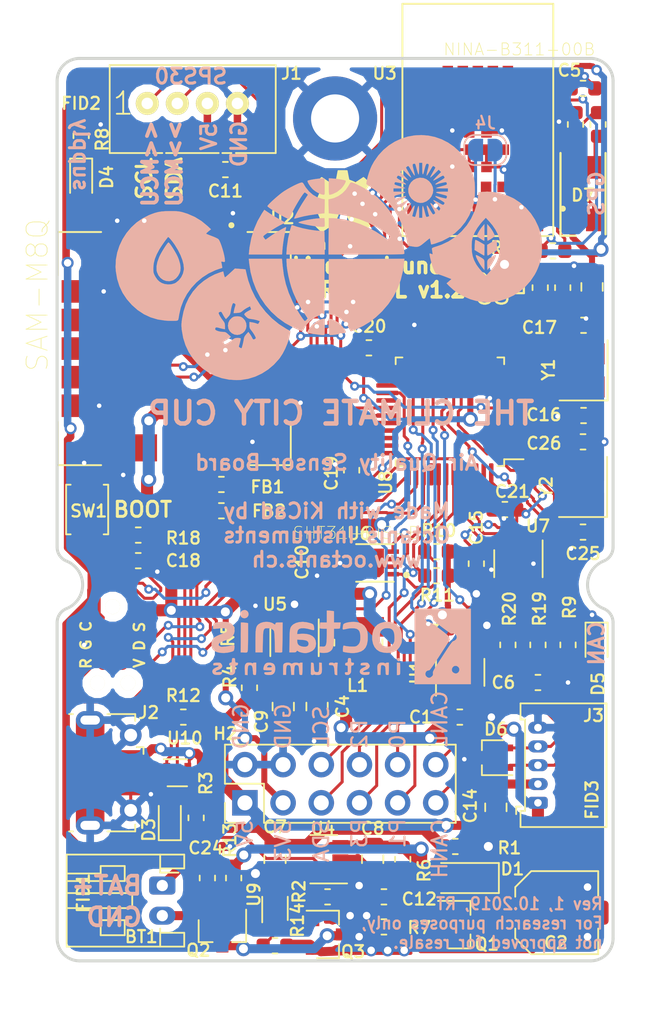
<source format=kicad_pcb>
(kicad_pcb (version 20171130) (host pcbnew "(5.0.1-3-g963ef8bb5)")
  (layers (0 F.Cu signal) (31 B.Cu signal) (35 F.Paste user hide) (36 B.SilkS user) (37 F.SilkS user) (38 B.Mask user) (39 F.Mask user hide) (44 Edge.Cuts user))
  (net 0 "")
  (net 1 VBUS)
  (net 2 GND)
  (net 3 +3V3)
  (net 4 /CAN_SILENT)
  (net 5 /CAN_SHDN)
  (net 6 /CAN_RX)
  (net 7 /CAN_TX)
  (net 8 +5V)
  (net 9 /SDA)
  (net 10 /SCL)
  (net 11 /~RESET)
  (net 12 /SWDSWO)
  (net 13 /SWDCLK)
  (net 14 /SWDIO)
  (net 15 "Net-(D5-Pad2)")
  (net 16 /CAN_LED)
  (net 17 "Net-(FB1-Pad2)")
  (net 18 "Net-(FB2-Pad2)")
  (net 19 +BATT)
  (net 20 /BAT_MEAS)
  (net 21 "Net-(D3-Pad2)")
  (net 22 "Net-(D3-Pad1)")
  (net 23 "Net-(D4-Pad1)")
  (net 24 "Net-(L1-Pad2)")
  (net 25 /VIN)
  (net 26 "Net-(C16-Pad1)")
  (net 27 "Net-(C17-Pad2)")
  (net 28 "Net-(C22-Pad2)")
  (net 29 /USB_DM)
  (net 30 /USB_DP)
  (net 31 "Net-(R2-Pad1)")
  (net 32 "Net-(R4-Pad2)")
  (net 33 "Net-(BT1-Pad2)")
  (net 34 "Net-(C25-Pad1)")
  (net 35 "Net-(C26-Pad2)")
  (net 36 /CAN_L)
  (net 37 /CAN_H)
  (net 38 "Net-(D7-Pad2)")
  (net 39 "Net-(D7-Pad4)")
  (net 40 "Net-(D7-Pad3)")
  (net 41 GPS_RX)
  (net 42 GPS_TX)
  (net 43 /~SPI_ADS_CS)
  (net 44 /SPI_SCK)
  (net 45 /SPI_MISO)
  (net 46 /SPI_MOSI)
  (net 47 "Net-(J4-Pad1)")
  (net 48 "Net-(J4-Pad2)")
  (net 49 "Net-(Q2-Pad3)")
  (net 50 "Net-(Q2-Pad1)")
  (net 51 "Net-(Q3-Pad1)")
  (net 52 "Net-(R13-Pad2)")
  (net 53 "Net-(R14-Pad1)")
  (net 54 /BLUE)
  (net 55 /RED)
  (net 56 /GREEN)
  (net 57 /GPS_TIME)
  (net 58 NINA_DTR)
  (net 59 NINA_DSR)
  (net 60 NINA_RTS)
  (net 61 NINA_CTS)
  (net 62 NINA_TX)
  (net 63 NINA_RX)
  (net 64 /5V_EN)
  (net 65 /SHT_ALERT)
  (net 66 /BOOT)
  (net 67 "Net-(C6-Pad2)")
  (net 68 SPS_RX)
  (net 69 SPS_TX)
  (module Package_QFP:LQFP-48_7x7mm_P0.5mm (layer F.Cu) (at 26.141624 -36.5 180)
    (fp_text reference U8 (at 4.27521 -4.708376 -90) (layer F.SilkS) (effects (font (size 0.8 0.8))))
    (fp_text value STM32F303CCTx)
    (pad 48 smd roundrect (at -2.75 -4.1625 180) (size 0.3 1.475) (layers F.Cu F.Paste F.Mask) (net 3 +3V3))
    (pad 47 smd roundrect (at -2.25 -4.1625 180) (size 0.3 1.475) (layers F.Cu F.Paste F.Mask) (net 2 GND))
    (pad 46 smd roundrect (at -1.75 -4.1625 180) (size 0.3 1.475) (layers F.Cu F.Paste F.Mask) (net 7 /CAN_TX))
    (pad 45 smd roundrect (at -1.25 -4.1625 180) (size 0.3 1.475) (layers F.Cu F.Paste F.Mask) (net 6 /CAN_RX))
    (pad 44 smd roundrect (at -0.75 -4.1625 180) (size 0.3 1.475) (layers F.Cu F.Paste F.Mask) (net 66 /BOOT))
    (pad 43 smd roundrect (at -0.25 -4.1625 180) (size 0.3 1.475) (layers F.Cu F.Paste F.Mask) (net 9 /SDA))
    (pad 42 smd roundrect (at 0.25 -4.1625 180) (size 0.3 1.475) (layers F.Cu F.Paste F.Mask) (net 10 /SCL))
    (pad 41 smd roundrect (at 0.75 -4.1625 180) (size 0.3 1.475) (layers F.Cu F.Paste F.Mask) (net 65 /SHT_ALERT))
    (pad 40 smd roundrect (at 1.25 -4.1625 180) (size 0.3 1.475) (layers F.Cu F.Paste F.Mask))
    (pad 39 smd roundrect (at 1.75 -4.1625 180) (size 0.3 1.475) (layers F.Cu F.Paste F.Mask) (net 12 /SWDSWO))
    (pad 38 smd roundrect (at 2.25 -4.1625 180) (size 0.3 1.475) (layers F.Cu F.Paste F.Mask) (net 64 /5V_EN))
    (pad 37 smd roundrect (at 2.75 -4.1625 180) (size 0.3 1.475) (layers F.Cu F.Paste F.Mask) (net 13 /SWDCLK))
    (pad 36 smd roundrect (at 4.1625 -2.75 180) (size 1.475 0.3) (layers F.Cu F.Paste F.Mask) (net 3 +3V3))
    (pad 35 smd roundrect (at 4.1625 -2.25 180) (size 1.475 0.3) (layers F.Cu F.Paste F.Mask) (net 2 GND))
    (pad 34 smd roundrect (at 4.1625 -1.75 180) (size 1.475 0.3) (layers F.Cu F.Paste F.Mask) (net 14 /SWDIO))
    (pad 33 smd roundrect (at 4.1625 -1.25 180) (size 1.475 0.3) (layers F.Cu F.Paste F.Mask) (net 30 /USB_DP))
    (pad 32 smd roundrect (at 4.1625 -0.75 180) (size 1.475 0.3) (layers F.Cu F.Paste F.Mask) (net 29 /USB_DM))
    (pad 31 smd roundrect (at 4.1625 -0.25 180) (size 1.475 0.3) (layers F.Cu F.Paste F.Mask) (net 69 SPS_TX))
    (pad 30 smd roundrect (at 4.1625 0.25 180) (size 1.475 0.3) (layers F.Cu F.Paste F.Mask) (net 68 SPS_RX))
    (pad 29 smd roundrect (at 4.1625 0.75 180) (size 1.475 0.3) (layers F.Cu F.Paste F.Mask))
    (pad 28 smd roundrect (at 4.1625 1.25 180) (size 1.475 0.3) (layers F.Cu F.Paste F.Mask) (net 46 /SPI_MOSI))
    (pad 27 smd roundrect (at 4.1625 1.75 180) (size 1.475 0.3) (layers F.Cu F.Paste F.Mask) (net 45 /SPI_MISO))
    (pad 26 smd roundrect (at 4.1625 2.25 180) (size 1.475 0.3) (layers F.Cu F.Paste F.Mask) (net 44 /SPI_SCK))
    (pad 25 smd roundrect (at 4.1625 2.75 180) (size 1.475 0.3) (layers F.Cu F.Paste F.Mask) (net 43 /~SPI_ADS_CS))
    (pad 24 smd roundrect (at 2.75 4.1625 180) (size 0.3 1.475) (layers F.Cu F.Paste F.Mask) (net 3 +3V3))
    (pad 23 smd roundrect (at 2.25 4.1625 180) (size 0.3 1.475) (layers F.Cu F.Paste F.Mask) (net 2 GND))
    (pad 22 smd roundrect (at 1.75 4.1625 180) (size 0.3 1.475) (layers F.Cu F.Paste F.Mask) (net 42 GPS_TX))
    (pad 21 smd roundrect (at 1.25 4.1625 180) (size 0.3 1.475) (layers F.Cu F.Paste F.Mask) (net 41 GPS_RX))
    (pad 20 smd roundrect (at 0.75 4.1625 180) (size 0.3 1.475) (layers F.Cu F.Paste F.Mask) (net 57 /GPS_TIME))
    (pad 19 smd roundrect (at 0.25 4.1625 180) (size 0.3 1.475) (layers F.Cu F.Paste F.Mask) (net 5 /CAN_SHDN))
    (pad 18 smd roundrect (at -0.25 4.1625 180) (size 0.3 1.475) (layers F.Cu F.Paste F.Mask) (net 4 /CAN_SILENT))
    (pad 17 smd roundrect (at -0.75 4.1625 180) (size 0.3 1.475) (layers F.Cu F.Paste F.Mask) (net 20 /BAT_MEAS))
    (pad 16 smd roundrect (at -1.25 4.1625 180) (size 0.3 1.475) (layers F.Cu F.Paste F.Mask))
    (pad 15 smd roundrect (at -1.75 4.1625 180) (size 0.3 1.475) (layers F.Cu F.Paste F.Mask) (net 59 NINA_DSR))
    (pad 14 smd roundrect (at -2.25 4.1625 180) (size 0.3 1.475) (layers F.Cu F.Paste F.Mask) (net 58 NINA_DTR))
    (pad 13 smd roundrect (at -2.75 4.1625 180) (size 0.3 1.475) (layers F.Cu F.Paste F.Mask) (net 62 NINA_TX))
    (pad 12 smd roundrect (at -4.1625 2.75 180) (size 1.475 0.3) (layers F.Cu F.Paste F.Mask) (net 63 NINA_RX))
    (pad 11 smd roundrect (at -4.1625 2.25 180) (size 1.475 0.3) (layers F.Cu F.Paste F.Mask) (net 61 NINA_CTS))
    (pad 10 smd roundrect (at -4.1625 1.75 180) (size 1.475 0.3) (layers F.Cu F.Paste F.Mask) (net 60 NINA_RTS))
    (pad 9 smd roundrect (at -4.1625 1.25 180) (size 1.475 0.3) (layers F.Cu F.Paste F.Mask) (net 28 "Net-(C22-Pad2)"))
    (pad 8 smd roundrect (at -4.1625 0.75 180) (size 1.475 0.3) (layers F.Cu F.Paste F.Mask) (net 2 GND))
    (pad 7 smd roundrect (at -4.1625 0.25 180) (size 1.475 0.3) (layers F.Cu F.Paste F.Mask) (net 11 /~RESET))
    (pad 6 smd roundrect (at -4.1625 -0.25 180) (size 1.475 0.3) (layers F.Cu F.Paste F.Mask) (net 27 "Net-(C17-Pad2)"))
    (pad 5 smd roundrect (at -4.1625 -0.75 180) (size 1.475 0.3) (layers F.Cu F.Paste F.Mask) (net 26 "Net-(C16-Pad1)"))
    (pad 4 smd roundrect (at -4.1625 -1.25 180) (size 1.475 0.3) (layers F.Cu F.Paste F.Mask) (net 35 "Net-(C26-Pad2)"))
    (pad 3 smd roundrect (at -4.1625 -1.75 180) (size 1.475 0.3) (layers F.Cu F.Paste F.Mask) (net 34 "Net-(C25-Pad1)"))
    (pad 2 smd roundrect (at -4.1625 -2.25 180) (size 1.475 0.3) (layers F.Cu F.Paste F.Mask) (net 16 /CAN_LED))
    (pad 1 smd roundrect (at -4.1625 -2.75 180) (size 1.475 0.3) (layers F.Cu F.Paste F.Mask) (net 3 +3V3))
  )
  (module Resistor_SMD:R_0603_1608Metric (layer F.Cu) (at 9.25 -9.5 270)
    (fp_text reference R3 (at -2.3 -0.65 270) (layer F.SilkS) (effects (font (size 0.8 0.8))))
    (fp_text value 430R)
    (pad 2 smd roundrect (at 0.7875 0 270) (size 0.875 0.95) (layers F.Cu F.Paste F.Mask) (net 21 "Net-(D3-Pad2)"))
    (pad 1 smd roundrect (at -0.7875 0 270) (size 0.875 0.95) (layers F.Cu F.Paste F.Mask) (net 1 VBUS))
  )
  (module Capacitor_SMD:C_0603_1608Metric (layer F.Cu) (at 27.9 -26.4 90)
    (fp_text reference C15 (at 2.4 0 90) (layer F.SilkS) (effects (font (size 0.8 0.8))))
    (fp_text value 100n)
    (pad 2 smd roundrect (at 0.7875 0 90) (size 0.875 0.95) (layers F.Cu F.Paste F.Mask) (net 3 +3V3))
    (pad 1 smd roundrect (at -0.7875 0 90) (size 0.875 0.95) (layers F.Cu F.Paste F.Mask) (net 2 GND))
  )
  (module Capacitor_SMD:C_0603_1608Metric (layer F.Cu) (at 35.03521 -36.25 180)
    (fp_text reference C16 (at 2.63521 0.05 180) (layer F.SilkS) (effects (font (size 0.8 0.8))))
    (fp_text value 10p)
    (pad 2 smd roundrect (at 0.7875 0 180) (size 0.875 0.95) (layers F.Cu F.Paste F.Mask) (net 2 GND))
    (pad 1 smd roundrect (at -0.7875 0 180) (size 0.875 0.95) (layers F.Cu F.Paste F.Mask) (net 26 "Net-(C16-Pad1)"))
  )
  (module Capacitor_SMD:C_0603_1608Metric (layer F.Cu) (at 35.03521 -42.25 180)
    (fp_text reference C17 (at 2.93521 -0.15 180) (layer F.SilkS) (effects (font (size 0.8 0.8))))
    (fp_text value 10p)
    (pad 2 smd roundrect (at 0.7875 0 180) (size 0.875 0.95) (layers F.Cu F.Paste F.Mask) (net 27 "Net-(C17-Pad2)"))
    (pad 1 smd roundrect (at -0.7875 0 180) (size 0.875 0.95) (layers F.Cu F.Paste F.Mask) (net 2 GND))
  )
  (module Capacitor_SMD:C_0603_1608Metric (layer F.Cu) (at 5.4 -26.6)
    (fp_text reference C18 (at 3 0) (layer F.SilkS) (effects (font (size 0.8 0.8))))
    (fp_text value 100n)
    (pad 2 smd roundrect (at 0.7875 0) (size 0.875 0.95) (layers F.Cu F.Paste F.Mask) (net 2 GND))
    (pad 1 smd roundrect (at -0.7875 0) (size 0.875 0.95) (layers F.Cu F.Paste F.Mask) (net 11 /~RESET))
  )
  (module Capacitor_SMD:C_0603_1608Metric (layer F.Cu) (at 19.6 -32.6125 270)
    (fp_text reference C19 (at 0.2 1.35 270) (layer F.SilkS) (effects (font (size 0.8 0.8))))
    (fp_text value 100n)
    (pad 2 smd roundrect (at 0.7875 0 270) (size 0.875 0.95) (layers F.Cu F.Paste F.Mask) (net 3 +3V3))
    (pad 1 smd roundrect (at -0.7875 0 270) (size 0.875 0.95) (layers F.Cu F.Paste F.Mask) (net 2 GND))
  )
  (module Capacitor_SMD:C_0603_1608Metric (layer F.Cu) (at 20.75 -40.75)
    (fp_text reference C20 (at 0 -1.43) (layer F.SilkS) (effects (font (size 0.8 0.8))))
    (fp_text value 100n)
    (pad 2 smd roundrect (at 0.7875 0) (size 0.875 0.95) (layers F.Cu F.Paste F.Mask) (net 3 +3V3))
    (pad 1 smd roundrect (at -0.7875 0) (size 0.875 0.95) (layers F.Cu F.Paste F.Mask) (net 2 GND))
  )
  (module Capacitor_SMD:C_0603_1608Metric (layer F.Cu) (at 29.8 -30)
    (fp_text reference C21 (at 0.5 -1.2 180) (layer F.SilkS) (effects (font (size 0.8 0.8))))
    (fp_text value 100n)
    (pad 2 smd roundrect (at 0.7875 0) (size 0.875 0.95) (layers F.Cu F.Paste F.Mask) (net 3 +3V3))
    (pad 1 smd roundrect (at -0.7875 0) (size 0.875 0.95) (layers F.Cu F.Paste F.Mask) (net 2 GND))
  )
  (module Capacitor_SMD:C_0603_1608Metric (layer F.Cu) (at 32.15 -44.75 270)
    (fp_text reference C22 (at 0.05 3.65 270) (layer F.SilkS) (effects (font (size 0.8 0.8))))
    (fp_text value 1u)
    (pad 2 smd roundrect (at 0.7875 0 270) (size 0.875 0.95) (layers F.Cu F.Paste F.Mask) (net 28 "Net-(C22-Pad2)"))
    (pad 1 smd roundrect (at -0.7875 0 270) (size 0.875 0.95) (layers F.Cu F.Paste F.Mask) (net 2 GND))
  )
  (module Capacitor_SMD:C_0603_1608Metric (layer F.Cu) (at 33.65 -44.75 270)
    (fp_text reference C23 (at 0.05 4.05 270) (layer F.SilkS) (effects (font (size 0.8 0.8))))
    (fp_text value 10n)
    (pad 2 smd roundrect (at 0.7875 0 270) (size 0.875 0.95) (layers F.Cu F.Paste F.Mask) (net 28 "Net-(C22-Pad2)"))
    (pad 1 smd roundrect (at -0.7875 0 270) (size 0.875 0.95) (layers F.Cu F.Paste F.Mask) (net 2 GND))
  )
  (module Capacitor_SMD:C_0805_2012Metric (layer F.Cu) (at 29.2 -10.2 90)
    (fp_text reference C14 (at 0.1 -1.7 -90) (layer F.SilkS) (effects (font (size 0.8 0.8))))
    (fp_text value 10u)
    (pad 2 smd roundrect (at 0.9375 0 90) (size 0.975 1.4) (layers F.Cu F.Paste F.Mask) (net 8 +5V))
    (pad 1 smd roundrect (at -0.9375 0 90) (size 0.975 1.4) (layers F.Cu F.Paste F.Mask) (net 2 GND))
  )
  (module Fiducial:Fiducial_0.5mm_Mask1mm (layer F.Cu) (at 2 -2)
    (fp_text reference FID1 (at -0.25 -2.5 90) (layer F.SilkS) (effects (font (size 0.8 0.8))))
    (fp_text value Fiducial)
    (pad "" smd circle (at 0 0) (size 0.5 0.5) (layers F.Cu F.Mask) (clearance 0.25))
  )
  (module Fiducial:Fiducial_0.5mm_Mask1mm (layer F.Cu) (at 1.75 -58.5)
    (fp_text reference FID2 (at -0.15 1.5) (layer F.SilkS) (effects (font (size 0.8 0.8))))
    (fp_text value Fiducial)
    (pad "" smd circle (at 0 0) (size 0.5 0.5) (layers F.Cu F.Mask) (clearance 0.25))
  )
  (module MountingHole:MountingHole_3.2mm_M3_DIN965_Pad (layer F.Cu) (at 18.5 -56)
    (fp_text reference H1 (at 0 0.1) (layer F.SilkS) (effects (font (size 0.8 0.8))))
    (fp_text value MountingHole_Pad)
    (pad 1 thru_hole circle (at 0 0) (size 5.6 5.6) (drill 3.2) (layers *.Cu *.Mask) (net 2 GND))
  )
  (module Package_TO_SOT_SMD:SOT-323_SC-70 (layer F.Cu) (at 29 -13.5 180)
    (fp_text reference D6 (at -0.2 1.9 180) (layer F.SilkS) (effects (font (size 0.8 0.8))))
    (fp_text value D_TVS_x2_AAC)
    (pad 3 smd rect (at 1 0 90) (size 0.45 0.7) (layers F.Cu F.Paste F.Mask) (net 2 GND))
    (pad 2 smd rect (at -1 0.65 90) (size 0.45 0.7) (layers F.Cu F.Paste F.Mask) (net 36 /CAN_L))
    (pad 1 smd rect (at -1 -0.65 90) (size 0.45 0.7) (layers F.Cu F.Paste F.Mask) (net 37 /CAN_H))
  )
  (module lib_fp_global:octanis_instruments_logo (layer B.Cu) (at 18.9 -20.9 180)
    (fp_text reference B1 hide)
    (fp_text value OI_Logo hide)
  )
  (module Fiducial:Fiducial_0.5mm_Mask1mm (layer F.Cu) (at 35.5 -7.3)
    (fp_text reference FID3 (at 0.1 -3.4 270) (layer F.SilkS) (effects (font (size 0.8 0.8))))
    (fp_text value Fiducial)
    (pad "" smd circle (at 0 0) (size 0.5 0.5) (layers F.Cu F.Mask) (clearance 0.25))
  )
  (module lib_fp_global:TC2030-MCP-NL (layer F.Cu) (at 3.7 -21 270)
    (fp_text reference P1 hide)
    (fp_text value TC2030-MCP hide)
    (fp_text user "V D S" (at 0 -1.778 270) (layer F.SilkS) (effects (font (size 0.7 0.7))))
    (fp_text user "R G C" (at 0 1.778 270) (layer F.SilkS) (effects (font (size 0.7 0.7))))
    (pad "" np_thru_hole circle (at 2.54 1.016 270) (size 0.9906 0.9906) (drill 0.9906) (layers *.Cu *.Mask F.SilkS))
    (pad "" np_thru_hole circle (at 2.54 -1.016 270) (size 0.9906 0.9906) (drill 0.9906) (layers *.Cu *.Mask F.SilkS))
    (pad "" np_thru_hole circle (at -2.54 0 270) (size 0.9906 0.9906) (drill 0.9906) (layers *.Cu *.Mask F.SilkS))
    (pad 6 connect circle (at 1.27 -0.635 270) (size 0.7874 0.7874) (layers F.Cu F.Mask) (net 12 /SWDSWO) (clearance 0.4318))
    (pad 5 connect circle (at 1.27 0.635 270) (size 0.7874 0.7874) (layers F.Cu F.Mask) (net 13 /SWDCLK) (clearance 0.4318))
    (pad 4 connect circle (at 0 -0.635 270) (size 0.7874 0.7874) (layers F.Cu F.Mask) (net 14 /SWDIO) (clearance 0.4826))
    (pad 3 connect circle (at 0 0.635 270) (size 0.7874 0.7874) (layers F.Cu F.Mask) (net 2 GND) (clearance 0.4826))
    (pad 2 connect circle (at -1.27 -0.635 270) (size 0.7874 0.7874) (layers F.Cu F.Mask) (net 3 +3V3) (clearance 0.4826))
    (pad 1 connect circle (at -1.27 0.635 270) (size 0.7874 0.7874) (layers F.Cu F.Mask) (net 11 /~RESET) (clearance 0.4826))
  )
  (module Capacitor_SMD:C_Elec_5x5.4 (layer F.Cu) (at 33.25 -3.2)
    (fp_text reference C2 (at -0.05 2 -180) (layer F.SilkS) (effects (font (size 0.8 0.8))))
    (fp_text value "47u 35V")
    (pad 2 smd roundrect (at 2.0625 0) (size 2.775 1.6) (layers F.Cu F.Paste F.Mask) (roundrect_rratio 0.15625) (net 2 GND))
    (pad 1 smd roundrect (at -2.0625 0) (size 2.775 1.6) (layers F.Cu F.Paste F.Mask) (roundrect_rratio 0.15625) (net 25 /VIN))
  )
  (module Inductor_SMD:L_0805_2012Metric (layer F.Cu) (at 35.6 -44.8 270)
    (fp_text reference L2 (at -0.1 4.9 270) (layer F.SilkS) (effects (font (size 0.8 0.8))))
    (fp_text value 10uH)
    (pad 2 smd roundrect (at 0.9375 0 270) (size 0.975 1.4) (layers F.Cu F.Paste F.Mask) (net 28 "Net-(C22-Pad2)"))
    (pad 1 smd roundrect (at -0.9375 0 270) (size 0.975 1.4) (layers F.Cu F.Paste F.Mask) (net 3 +3V3))
  )
  (module Package_TO_SOT_SMD:SOT-23-8 (layer F.Cu) (at 30.7 -26.4 270)
    (fp_text reference U7 (at -2.5 -1.3) (layer F.SilkS) (effects (font (size 0.8 0.8))))
    (fp_text value TCAN330)
    (pad 8 smd rect (at 1.1 -0.98 270) (size 1.06 0.4) (layers F.Cu F.Paste F.Mask) (net 4 /CAN_SILENT))
    (pad 7 smd rect (at 1.1 -0.33 270) (size 1.06 0.4) (layers F.Cu F.Paste F.Mask) (net 37 /CAN_H))
    (pad 6 smd rect (at 1.1 0.33 270) (size 1.06 0.4) (layers F.Cu F.Paste F.Mask) (net 36 /CAN_L))
    (pad 5 smd rect (at 1.1 0.98 270) (size 1.06 0.4) (layers F.Cu F.Paste F.Mask) (net 5 /CAN_SHDN))
    (pad 4 smd rect (at -1.1 0.98 270) (size 1.06 0.4) (layers F.Cu F.Paste F.Mask) (net 6 /CAN_RX))
    (pad 3 smd rect (at -1.1 0.33 270) (size 1.06 0.4) (layers F.Cu F.Paste F.Mask) (net 3 +3V3))
    (pad 2 smd rect (at -1.1 -0.33 270) (size 1.06 0.4) (layers F.Cu F.Paste F.Mask) (net 2 GND))
    (pad 1 smd rect (at -1.1 -0.98 270) (size 1.06 0.4) (layers F.Cu F.Paste F.Mask) (net 7 /CAN_TX))
  )
  (module Crystal:Crystal_SMD_SeikoEpson_FA238-4Pin_3.2x2.5mm (layer F.Cu) (at 35.03521 -39.25 90)
    (fp_text reference Y1 (at 0.05 -2.33521 90) (layer F.SilkS) (effects (font (size 0.8 0.8))))
    (fp_text value 16M)
    (pad 4 smd rect (at -1.1 -0.8 90) (size 1.4 1.2) (layers F.Cu F.Paste F.Mask) (net 2 GND))
    (pad 3 smd rect (at 1.1 -0.8 90) (size 1.4 1.2) (layers F.Cu F.Paste F.Mask) (net 27 "Net-(C17-Pad2)"))
    (pad 2 smd rect (at 1.1 0.8 90) (size 1.4 1.2) (layers F.Cu F.Paste F.Mask) (net 2 GND))
    (pad 1 smd rect (at -1.1 0.8 90) (size 1.4 1.2) (layers F.Cu F.Paste F.Mask) (net 26 "Net-(C16-Pad1)"))
  )
  (module Resistor_SMD:R_0603_1608Metric (layer F.Cu) (at 25.25 -27.2 180)
    (fp_text reference R10 (at -0.15 1.4) (layer F.SilkS) (effects (font (size 0.8 0.8))))
    (fp_text value 4.7k)
    (pad 2 smd roundrect (at 0.7875 0 180) (size 0.875 0.95) (layers F.Cu F.Paste F.Mask) (net 9 /SDA))
    (pad 1 smd roundrect (at -0.7875 0 180) (size 0.875 0.95) (layers F.Cu F.Paste F.Mask) (net 3 +3V3))
  )
  (module Resistor_SMD:R_0603_1608Metric (layer F.Cu) (at 25.25 -25.6 180)
    (fp_text reference R11 (at -0.05 -1.3 180) (layer F.SilkS) (effects (font (size 0.8 0.8))))
    (fp_text value 4.7k)
    (pad 2 smd roundrect (at 0.7875 0 180) (size 0.875 0.95) (layers F.Cu F.Paste F.Mask) (net 10 /SCL))
    (pad 1 smd roundrect (at -0.7875 0 180) (size 0.875 0.95) (layers F.Cu F.Paste F.Mask) (net 3 +3V3))
  )
  (module LED_SMD:LED_0603_1608Metric (layer F.Cu) (at 1.6 -51.85 270)
    (fp_text reference D4 (at -0.25 -1.7 90) (layer F.SilkS) (effects (font (size 0.8 0.8))))
    (fp_text value LED_green)
    (pad 1 smd roundrect (at -0.7875 0 270) (size 0.875 0.95) (layers F.Cu F.Paste F.Mask) (net 23 "Net-(D4-Pad1)"))
    (pad 2 smd roundrect (at 0.7875 0 270) (size 0.875 0.95) (layers F.Cu F.Paste F.Mask) (net 3 +3V3))
  )
  (module Resistor_SMD:R_0603_1608Metric (layer F.Cu) (at 1.6 -54.85 90)
    (fp_text reference R8 (at -0.25 1.4 90) (layer F.SilkS) (effects (font (size 0.8 0.8))))
    (fp_text value 330R)
    (pad 2 smd roundrect (at 0.7875 0 90) (size 0.875 0.95) (layers F.Cu F.Paste F.Mask) (net 2 GND))
    (pad 1 smd roundrect (at -0.7875 0 90) (size 0.875 0.95) (layers F.Cu F.Paste F.Mask) (net 23 "Net-(D4-Pad1)"))
  )
  (module Resistor_SMD:R_0603_1608Metric (layer F.Cu) (at 34 -21 270)
    (fp_text reference R9 (at -2.5 -0.1 270) (layer F.SilkS) (effects (font (size 0.8 0.8))))
    (fp_text value 330R)
    (pad 1 smd roundrect (at -0.7875 0 270) (size 0.875 0.95) (layers F.Cu F.Paste F.Mask) (net 16 /CAN_LED))
    (pad 2 smd roundrect (at 0.7875 0 270) (size 0.875 0.95) (layers F.Cu F.Paste F.Mask) (net 15 "Net-(D5-Pad2)"))
  )
  (module LED_SMD:LED_0603_1608Metric (layer F.Cu) (at 35.9 -21 270)
    (fp_text reference D5 (at 2.6 -0.1 270) (layer F.SilkS) (effects (font (size 0.8 0.8))))
    (fp_text value LED_blue)
    (pad 1 smd roundrect (at -0.7875 0 270) (size 0.875 0.95) (layers F.Cu F.Paste F.Mask) (net 2 GND))
    (pad 2 smd roundrect (at 0.7875 0 270) (size 0.875 0.95) (layers F.Cu F.Paste F.Mask) (net 15 "Net-(D5-Pad2)"))
  )
  (module LED_SMD:LED_0603_1608Metric (layer F.Cu) (at 7.5 -9.5 90)
    (fp_text reference D3 (at -0.8 -1.4 90) (layer F.SilkS) (effects (font (size 0.8 0.8))))
    (fp_text value LED_red)
    (pad 2 smd roundrect (at 0.7875 0 90) (size 0.875 0.95) (layers F.Cu F.Paste F.Mask) (net 21 "Net-(D3-Pad2)"))
    (pad 1 smd roundrect (at -0.7875 0 90) (size 0.875 0.95) (layers F.Cu F.Paste F.Mask) (net 22 "Net-(D3-Pad1)"))
  )
  (module lib_fp_global:OIBUS12_connector (layer F.Cu) (at 12.5 -10.5 90)
    (fp_text reference H2 (at 4.6 -1.3 180) (layer F.SilkS) (effects (font (size 0.8 0.8))))
    (fp_text value OIBUS_12.1_CONN)
    (fp_text user 5V (at -2.032 0 270) (layer B.SilkS) (effects (justify mirror)))
    (fp_text user 3V3 (at -2.54 2.54 270) (layer B.SilkS) (effects (justify mirror)))
    (fp_text user SDA (at -2.54 5.08 270) (layer B.SilkS) (effects (justify mirror)))
    (fp_text user P3 (at -2.032 7.62 270) (layer B.SilkS) (effects (justify mirror)))
    (fp_text user P1 (at -2.032 10.16 270) (layer B.SilkS) (effects (justify mirror)))
    (fp_text user CANH (at -3.048 12.954 270) (layer B.SilkS) (effects (justify mirror)))
    (fp_text user GND (at 5.08 -0.254 270) (layer B.SilkS) (effects (justify mirror)))
    (fp_text user GND (at 5.08 2.54 270) (layer B.SilkS) (effects (justify mirror)))
    (fp_text user SCL (at 5.08 5.08 270) (layer B.SilkS) (effects (justify mirror)))
    (fp_text user P2 (at 4.572 7.62 270) (layer B.SilkS) (effects (justify mirror)))
    (fp_text user P0 (at 4.572 10.16 270) (layer B.SilkS) (effects (justify mirror)))
    (fp_text user CANL (at 5.588 12.954 270) (layer B.SilkS) (effects (justify mirror)))
    (pad 12 thru_hole oval (at 2.54 12.7 90) (size 1.7 1.7) (drill 1) (layers *.Cu *.Mask) (net 36 /CAN_L))
    (pad 11 thru_hole oval (at 0 12.7 90) (size 1.7 1.7) (drill 1) (layers *.Cu *.Mask) (net 37 /CAN_H))
    (pad 10 thru_hole oval (at 2.54 10.16 90) (size 1.7 1.7) (drill 1) (layers *.Cu *.Mask) (net 43 /~SPI_ADS_CS))
    (pad 9 thru_hole oval (at 0 10.16 90) (size 1.7 1.7) (drill 1) (layers *.Cu *.Mask) (net 44 /SPI_SCK))
    (pad 8 thru_hole oval (at 2.54 7.62 90) (size 1.7 1.7) (drill 1) (layers *.Cu *.Mask) (net 45 /SPI_MISO))
    (pad 7 thru_hole oval (at 0 7.62 90) (size 1.7 1.7) (drill 1) (layers *.Cu *.Mask) (net 46 /SPI_MOSI))
    (pad 6 thru_hole oval (at 2.54 5.08 90) (size 1.7 1.7) (drill 1) (layers *.Cu *.Mask) (net 10 /SCL))
    (pad 5 thru_hole oval (at 0 5.08 90) (size 1.7 1.7) (drill 1) (layers *.Cu *.Mask) (net 9 /SDA))
    (pad 4 thru_hole oval (at 2.54 2.54 90) (size 1.7 1.7) (drill 1) (layers *.Cu *.Mask) (net 2 GND))
    (pad 3 thru_hole oval (at 0 2.54 90) (size 1.7 1.7) (drill 1) (layers *.Cu *.Mask) (net 3 +3V3))
    (pad 2 thru_hole oval (at 2.54 0 90) (size 1.7 1.7) (drill 1) (layers *.Cu *.Mask) (net 2 GND))
    (pad 1 thru_hole rect (at 0 0 90) (size 1.7 1.7) (drill 1) (layers *.Cu *.Mask) (net 8 +5V))
  )
  (module lib_fp:XCVR_SAM-M8Q (layer F.Cu) (at 7.8 -40.7 270)
    (fp_text reference U2 (at -8.7 -7.2) (layer F.SilkS) (effects (font (size 0.8 0.8))))
    (fp_text value SAM-M8Q (at -3.555 9.111 270) (layer F.SilkS) (effects (font (size 1.4 1.4) (thickness 0.05))))
    (pad 1 smd rect (at -6.6 -3.8 270) (size 1.8 1.5) (layers F.Cu F.Paste F.Mask) (net 2 GND))
    (pad 2 smd rect (at -6.6 -1.9 270) (size 1.8 1.5) (layers F.Cu F.Paste F.Mask) (net 3 +3V3))
    (pad 3 smd rect (at -6.6 0 270) (size 1.8 1.5) (layers F.Cu F.Paste F.Mask) (net 3 +3V3))
    (pad 4 smd rect (at -6.6 1.9 270) (size 1.8 1.5) (layers F.Cu F.Paste F.Mask) (net 2 GND))
    (pad 5 smd rect (at -6.6 3.8 270) (size 1.8 1.5) (layers F.Cu F.Paste F.Mask) (net 2 GND))
    (pad 15 smd rect (at 6.6 -3.8 270) (size 1.8 1.5) (layers F.Cu F.Paste F.Mask) (net 2 GND))
    (pad 14 smd rect (at 6.6 -1.9 270) (size 1.8 1.5) (layers F.Cu F.Paste F.Mask) (net 17 "Net-(FB1-Pad2)"))
    (pad 13 smd rect (at 6.6 0 270) (size 1.8 1.5) (layers F.Cu F.Paste F.Mask) (net 18 "Net-(FB2-Pad2)"))
    (pad 12 smd rect (at 6.6 1.9 270) (size 1.8 1.5) (layers F.Cu F.Paste F.Mask))
    (pad 11 smd rect (at 6.6 3.8 270) (size 1.8 1.5) (layers F.Cu F.Paste F.Mask) (net 2 GND))
    (pad 20 smd rect (at -3.8 -6.6) (size 1.8 1.5) (layers F.Cu F.Paste F.Mask) (net 2 GND))
    (pad 19 smd rect (at -1.9 -6.6) (size 1.8 1.5) (layers F.Cu F.Paste F.Mask))
    (pad 18 smd rect (at 0 -6.6) (size 1.8 1.5) (layers F.Cu F.Paste F.Mask) (net 11 /~RESET))
    (pad 17 smd rect (at 1.9 -6.6) (size 1.8 1.5) (layers F.Cu F.Paste F.Mask) (net 3 +3V3))
    (pad 16 smd rect (at 3.8 -6.6) (size 1.8 1.5) (layers F.Cu F.Paste F.Mask) (net 2 GND))
    (pad 6 smd rect (at -3.8 6.6) (size 1.8 1.5) (layers F.Cu F.Paste F.Mask) (net 2 GND))
    (pad 7 smd rect (at -1.9 6.6) (size 1.8 1.5) (layers F.Cu F.Paste F.Mask) (net 57 /GPS_TIME))
    (pad 8 smd rect (at 0 6.6) (size 1.8 1.5) (layers F.Cu F.Paste F.Mask))
    (pad 9 smd rect (at 1.9 6.6) (size 1.8 1.5) (layers F.Cu F.Paste F.Mask))
    (pad 10 smd rect (at 3.8 6.6) (size 1.8 1.5) (layers F.Cu F.Paste F.Mask) (net 2 GND))
  )
  (module lib_fp:SON50P250X250X100-9N (layer F.Cu) (at 21.15 -26.45 180)
    (fp_text reference U6 (at 1.05 1.95 180) (layer F.SilkS) (effects (font (size 0.8 0.8))))
    (fp_text value SHT31-DIS-B (at 1.24193 1.9951 180) (layer F.SilkS) (effects (font (size 0.801244 0.801244) (thickness 0.05))))
    (fp_poly (pts (xy -0.3 -0.95) (xy 0.6 -0.95) (xy 0.6 0.95) (xy -0.6 0.95) (xy -0.6 -0.65)) (layer F.Cu) (width 0.001))
    (pad 1 smd rect (at -1.2 -0.75 180) (size 0.8 0.3) (layers F.Cu F.Paste F.Mask) (net 9 /SDA))
    (pad 2 smd rect (at -1.2 -0.25 180) (size 0.8 0.3) (layers F.Cu F.Paste F.Mask) (net 2 GND))
    (pad 3 smd rect (at -1.2 0.25 180) (size 0.8 0.3) (layers F.Cu F.Paste F.Mask) (net 65 /SHT_ALERT))
    (pad 4 smd rect (at -1.2 0.75 180) (size 0.8 0.3) (layers F.Cu F.Paste F.Mask) (net 10 /SCL))
    (pad 5 smd rect (at 1.2 0.75) (size 0.8 0.3) (layers F.Cu F.Paste F.Mask) (net 3 +3V3))
    (pad 6 smd rect (at 1.2 0.25) (size 0.8 0.3) (layers F.Cu F.Paste F.Mask))
    (pad 7 smd rect (at 1.2 -0.25) (size 0.8 0.3) (layers F.Cu F.Paste F.Mask) (net 2 GND))
    (pad 8 smd rect (at 1.2 -0.75) (size 0.8 0.3) (layers F.Cu F.Paste F.Mask) (net 2 GND))
    (pad 9 smd rect (at 0 0 180) (size 0.2 1) (layers F.Cu F.Paste F.Mask) (net 2 GND))
  )
  (module Capacitor_SMD:C_0603_1608Metric (layer F.Cu) (at 35 -58 180)
    (fp_text reference C5 (at 0.9 1.2 180) (layer F.SilkS) (effects (font (size 0.8 0.8))))
    (fp_text value 100n)
    (pad 1 smd roundrect (at -0.7875 0 180) (size 0.875 0.95) (layers F.Cu F.Paste F.Mask) (net 2 GND))
    (pad 2 smd roundrect (at 0.7875 0 180) (size 0.875 0.95) (layers F.Cu F.Paste F.Mask) (net 3 +3V3))
  )
  (module Capacitor_SMD:C_0603_1608Metric (layer F.Cu) (at 18.15 -26.5 90)
    (fp_text reference C10 (at 0 -1.85 90) (layer F.SilkS) (effects (font (size 0.8 0.8))))
    (fp_text value 100n)
    (pad 1 smd roundrect (at -0.7875 0 90) (size 0.875 0.95) (layers F.Cu F.Paste F.Mask) (net 2 GND))
    (pad 2 smd roundrect (at 0.7875 0 90) (size 0.875 0.95) (layers F.Cu F.Paste F.Mask) (net 3 +3V3))
  )
  (module Capacitor_SMD:C_0603_1608Metric (layer F.Cu) (at 11.2 -52.6 180)
    (fp_text reference C11 (at 0 -1.43 180) (layer F.SilkS) (effects (font (size 0.8 0.8))))
    (fp_text value 100n)
    (pad 2 smd roundrect (at 0.7875 0 180) (size 0.875 0.95) (layers F.Cu F.Paste F.Mask) (net 8 +5V))
    (pad 1 smd roundrect (at -0.7875 0 180) (size 0.875 0.95) (layers F.Cu F.Paste F.Mask) (net 2 GND))
  )
  (module Inductor_SMD:L_0603_1608Metric (layer F.Cu) (at 10.933369 -31.667542 180)
    (fp_text reference FB1 (at -3.066631 -0.167542 180) (layer F.SilkS) (effects (font (size 0.8 0.8))))
    (fp_text value Ferrite_Bead)
    (pad 2 smd roundrect (at 0.7875 0 180) (size 0.875 0.95) (layers F.Cu F.Paste F.Mask) (net 17 "Net-(FB1-Pad2)"))
    (pad 1 smd roundrect (at -0.7875 0 180) (size 0.875 0.95) (layers F.Cu F.Paste F.Mask) (net 41 GPS_RX))
  )
  (module Inductor_SMD:L_0603_1608Metric (layer F.Cu) (at 10.933369 -29.917542 180)
    (fp_text reference FB2 (at -3.166631 -0.017542 180) (layer F.SilkS) (effects (font (size 0.8 0.8))))
    (fp_text value Ferrite_Bead)
    (pad 1 smd roundrect (at -0.7875 0 180) (size 0.875 0.95) (layers F.Cu F.Paste F.Mask) (net 42 GPS_TX))
    (pad 2 smd roundrect (at 0.7875 0 180) (size 0.875 0.95) (layers F.Cu F.Paste F.Mask) (net 18 "Net-(FB2-Pad2)"))
  )
  (module Button_Switch_SMD:SW_SPST_B3U-1000P (layer F.Cu) (at 2 -30 90)
    (fp_text reference SW1 (at -0.1 0.1) (layer F.SilkS) (effects (font (size 0.8 0.8))))
    (fp_text value SW_Push)
    (pad 1 smd rect (at -1.7 0 90) (size 0.9 1.7) (layers F.Cu F.Paste F.Mask) (net 66 /BOOT))
    (pad 2 smd rect (at 1.7 0 90) (size 0.9 1.7) (layers F.Cu F.Paste F.Mask) (net 2 GND))
  )
  (module lib_fp:XCVR_NINA-B312-00B (layer F.Cu) (at 28 -54 180)
    (fp_text reference U3 (at 6.2 5 180) (layer F.SilkS) (effects (font (size 0.8 0.8))))
    (fp_text value NINA-B311-00B (at -2.76 6.592 180) (layer F.SilkS) (effects (font (size 0.8 0.8) (thickness 0.05))))
    (pad 1 smd rect (at -4.125 -4 180) (size 1.15 0.7) (layers F.Cu F.Paste F.Mask) (net 55 /RED))
    (pad 2 smd rect (at -4.125 -3 180) (size 1.15 0.7) (layers F.Cu F.Paste F.Mask))
    (pad 3 smd rect (at -4.125 -2 180) (size 1.15 0.7) (layers F.Cu F.Paste F.Mask))
    (pad 4 smd rect (at -4.125 -1 180) (size 1.15 0.7) (layers F.Cu F.Paste F.Mask))
    (pad 5 smd rect (at -4.125 0 180) (size 1.15 0.7) (layers F.Cu F.Paste F.Mask))
    (pad 6 smd rect (at -4.125 1 180) (size 1.15 0.7) (layers F.Cu F.Paste F.Mask) (net 2 GND))
    (pad 7 smd rect (at -4.125 2 180) (size 1.15 0.7) (layers F.Cu F.Paste F.Mask) (net 56 /GREEN))
    (pad 8 smd rect (at -4.125 3 180) (size 1.15 0.7) (layers F.Cu F.Paste F.Mask) (net 54 /BLUE))
    (pad 9 smd rect (at -4.125 4 180) (size 1.15 0.7) (layers F.Cu F.Paste F.Mask) (net 3 +3V3))
    (pad 10 smd rect (at -4.125 5 180) (size 1.15 0.7) (layers F.Cu F.Paste F.Mask) (net 3 +3V3))
    (pad 13 smd rect (at 0 4.925 270) (size 1.15 0.7) (layers F.Cu F.Paste F.Mask))
    (pad 11 smd rect (at -2 4.925 270) (size 1.15 0.7) (layers F.Cu F.Paste F.Mask))
    (pad 12 smd rect (at -1 4.925 270) (size 1.15 0.7) (layers F.Cu F.Paste F.Mask) (net 2 GND))
    (pad 14 smd rect (at 1 4.925 270) (size 1.15 0.7) (layers F.Cu F.Paste F.Mask) (net 2 GND))
    (pad 15 smd rect (at 2 4.925 270) (size 1.15 0.7) (layers F.Cu F.Paste F.Mask))
    (pad 16 smd rect (at 4.125 5 180) (size 1.15 0.7) (layers F.Cu F.Paste F.Mask) (net 58 NINA_DTR))
    (pad 17 smd rect (at 4.125 4 180) (size 1.15 0.7) (layers F.Cu F.Paste F.Mask) (net 59 NINA_DSR))
    (pad 18 smd rect (at 4.125 3 180) (size 1.15 0.7) (layers F.Cu F.Paste F.Mask))
    (pad 19 smd rect (at 4.125 2 180) (size 1.15 0.7) (layers F.Cu F.Paste F.Mask) (net 11 /~RESET))
    (pad 20 smd rect (at 4.125 1 180) (size 1.15 0.7) (layers F.Cu F.Paste F.Mask) (net 60 NINA_RTS))
    (pad 21 smd rect (at 4.125 0 180) (size 1.15 0.7) (layers F.Cu F.Paste F.Mask) (net 61 NINA_CTS))
    (pad 22 smd rect (at 4.125 -1 180) (size 1.15 0.7) (layers F.Cu F.Paste F.Mask) (net 62 NINA_TX))
    (pad 23 smd rect (at 4.125 -2 180) (size 1.15 0.7) (layers F.Cu F.Paste F.Mask) (net 63 NINA_RX))
    (pad 24 smd rect (at 4.125 -3 180) (size 1.15 0.7) (layers F.Cu F.Paste F.Mask))
    (pad 25 smd rect (at 4.125 -4 180) (size 1.15 0.7) (layers F.Cu F.Paste F.Mask))
    (pad 26 smd rect (at 2 -3.925 270) (size 1.15 0.7) (layers F.Cu F.Paste F.Mask) (net 2 GND))
    (pad 27 smd rect (at 1 -3.925 270) (size 1.15 0.7) (layers F.Cu F.Paste F.Mask))
    (pad 28 smd rect (at 0 -3.925 270) (size 1.15 0.7) (layers F.Cu F.Paste F.Mask) (net 48 "Net-(J4-Pad2)"))
    (pad 29 smd rect (at -1 -3.925 270) (size 1.15 0.7) (layers F.Cu F.Paste F.Mask) (net 47 "Net-(J4-Pad1)"))
    (pad 30 smd rect (at -2 -3.925 270) (size 1.15 0.7) (layers F.Cu F.Paste F.Mask) (net 2 GND))
    (pad 31 smd rect (at -2.75 -2.55 270) (size 0.7 0.7) (layers F.Cu F.Paste F.Mask))
    (pad 32 smd rect (at -2.75 -1.45 270) (size 0.7 0.7) (layers F.Cu F.Paste F.Mask))
    (pad 33 smd rect (at -2.75 -0.35 270) (size 0.7 0.7) (layers F.Cu F.Paste F.Mask))
    (pad 34 smd rect (at -2.75 0.75 270) (size 0.7 0.7) (layers F.Cu F.Paste F.Mask))
    (pad 35 smd rect (at -2.75 1.85 270) (size 0.7 0.7) (layers F.Cu F.Paste F.Mask))
    (pad 36 smd rect (at -2.75 2.95 270) (size 0.7 0.7) (layers F.Cu F.Paste F.Mask))
    (pad 37 smd rect (at 2.75 2.95 270) (size 0.7 0.7) (layers F.Cu F.Paste F.Mask))
    (pad 38 smd rect (at 2.75 1.85 270) (size 0.7 0.7) (layers F.Cu F.Paste F.Mask))
    (pad 39 smd rect (at 2.75 0.75 270) (size 0.7 0.7) (layers F.Cu F.Paste F.Mask))
    (pad 40 smd rect (at 2.75 -0.35 270) (size 0.7 0.7) (layers F.Cu F.Paste F.Mask))
    (pad 41 smd rect (at 2.75 -1.45 270) (size 0.7 0.7) (layers F.Cu F.Paste F.Mask))
    (pad 42 smd rect (at 2.75 -2.55 270) (size 0.7 0.7) (layers F.Cu F.Paste F.Mask))
    (pad 43 smd rect (at 1.65 -2.55 270) (size 0.7 0.7) (layers F.Cu F.Paste F.Mask))
    (pad 44 smd rect (at 0.55 -2.55 270) (size 0.7 0.7) (layers F.Cu F.Paste F.Mask))
    (pad 45 smd rect (at -0.55 -2.55 270) (size 0.7 0.7) (layers F.Cu F.Paste F.Mask))
    (pad 46 smd rect (at -1.65 -2.55 270) (size 0.7 0.7) (layers F.Cu F.Paste F.Mask))
    (pad 47 smd rect (at 4 -5.15 270) (size 0.7 0.7) (layers F.Cu F.Paste F.Mask))
    (pad 48 smd rect (at 3 -5.15 270) (size 0.7 0.7) (layers F.Cu F.Paste F.Mask))
    (pad 49 smd rect (at 2 -5.15 270) (size 0.7 0.7) (layers F.Cu F.Paste F.Mask))
    (pad 50 smd rect (at 1 -5.15 270) (size 0.7 0.7) (layers F.Cu F.Paste F.Mask))
    (pad 51 smd rect (at 0 -5.15 270) (size 0.7 0.7) (layers F.Cu F.Paste F.Mask))
    (pad 52 smd rect (at -1 -5.15 270) (size 0.7 0.7) (layers F.Cu F.Paste F.Mask))
    (pad 53 smd rect (at -2 -5.15 270) (size 0.7 0.7) (layers F.Cu F.Paste F.Mask) (net 2 GND))
    (pad 54 smd rect (at -3 -5.15 270) (size 0.7 0.7) (layers F.Cu F.Paste F.Mask))
    (pad 55 smd rect (at -4 -5.15 270) (size 0.7 0.7) (layers F.Cu F.Paste F.Mask))
    (pad EGP1 smd rect (at -0.575 -1.225 270) (size 0.7 0.7) (layers F.Cu F.Paste F.Mask) (net 2 GND))
    (pad EGP2 smd rect (at 0.575 -1.225 270) (size 0.7 0.7) (layers F.Cu F.Paste F.Mask) (net 2 GND))
    (pad EGP3 smd rect (at -1.725 -0.075 270) (size 0.7 0.7) (layers F.Cu F.Paste F.Mask) (net 2 GND))
    (pad EGP4 smd rect (at -0.575 -0.075 270) (size 0.7 0.7) (layers F.Cu F.Paste F.Mask) (net 2 GND))
    (pad EGP5 smd rect (at 0.575 -0.075 270) (size 0.7 0.7) (layers F.Cu F.Paste F.Mask) (net 2 GND))
    (pad EGP6 smd rect (at 1.725 -0.075 270) (size 0.7 0.7) (layers F.Cu F.Paste F.Mask) (net 2 GND))
    (pad EGP7 smd rect (at -0.575 1.075 270) (size 0.7 0.7) (layers F.Cu F.Paste F.Mask) (net 2 GND))
    (pad EGP8 smd rect (at 0.575 1.075 270) (size 0.7 0.7) (layers F.Cu F.Paste F.Mask) (net 2 GND))
    (pad EGP9 smd rect (at -1.725 2.225 270) (size 0.7 0.7) (layers F.Cu F.Paste F.Mask) (net 2 GND))
    (pad EGP10 smd rect (at -0.575 2.225 270) (size 0.7 0.7) (layers F.Cu F.Paste F.Mask) (net 2 GND))
    (pad EGP11 smd rect (at 0.575 2.225 270) (size 0.7 0.7) (layers F.Cu F.Paste F.Mask) (net 2 GND))
    (pad EGP12 smd rect (at 1.725 2.225 270) (size 0.7 0.7) (layers F.Cu F.Paste F.Mask) (net 2 GND))
  )
  (module Connector_JST:JST_PH_S2B-PH-K_1x02_P2.00mm_Horizontal (layer F.Cu) (at 7 -5 270)
    (fp_text reference BT1 (at 3.4 1.4 180) (layer F.SilkS) (effects (font (size 0.8 0.8))))
    (fp_text value Battery_Cell)
    (pad 1 thru_hole roundrect (at 0 0 270) (size 1.2 1.75) (drill 0.75) (layers *.Cu *.Mask) (roundrect_rratio 0.208333) (net 19 +BATT))
    (pad 2 thru_hole oval (at 2 0 270) (size 1.2 1.75) (drill 0.75) (layers *.Cu *.Mask) (net 33 "Net-(BT1-Pad2)"))
  )
  (module Capacitor_SMD:C_0603_1608Metric (layer F.Cu) (at 26.8 -16.2 180)
    (fp_text reference C1 (at 2.6 0 180) (layer F.SilkS) (effects (font (size 0.8 0.8))))
    (fp_text value 1u)
    (pad 2 smd roundrect (at 0.7875 0 180) (size 0.875 0.95) (layers F.Cu F.Paste F.Mask) (net 25 /VIN))
    (pad 1 smd roundrect (at -0.7875 0 180) (size 0.875 0.95) (layers F.Cu F.Paste F.Mask) (net 2 GND))
  )
  (module Capacitor_SMD:C_0603_1608Metric (layer F.Cu) (at 26.8 -22.1 180)
    (fp_text reference C3 (at 2.1 -0.2 180) (layer F.SilkS) (effects (font (size 0.8 0.8))))
    (fp_text value 1u)
    (pad 1 smd roundrect (at -0.7875 0 180) (size 0.875 0.95) (layers F.Cu F.Paste F.Mask) (net 2 GND))
    (pad 2 smd roundrect (at 0.7875 0 180) (size 0.875 0.95) (layers F.Cu F.Paste F.Mask) (net 3 +3V3))
  )
  (module Capacitor_SMD:C_0805_2012Metric (layer F.Cu) (at 17.3 -16.9 90)
    (fp_text reference C4 (at 0 1.7 90) (layer F.SilkS) (effects (font (size 0.8 0.8))))
    (fp_text value 4u7)
    (pad 2 smd roundrect (at 0.9375 0 90) (size 0.975 1.4) (layers F.Cu F.Paste F.Mask) (net 25 /VIN))
    (pad 1 smd roundrect (at -0.9375 0 90) (size 0.975 1.4) (layers F.Cu F.Paste F.Mask) (net 2 GND))
  )
  (module Capacitor_SMD:C_0805_2012Metric (layer F.Cu) (at 14.5 -6.75 270)
    (fp_text reference C7 (at -2.15 0) (layer F.SilkS) (effects (font (size 0.8 0.8))))
    (fp_text value 4u7)
    (pad 1 smd roundrect (at -0.9375 0 270) (size 0.975 1.4) (layers F.Cu F.Paste F.Mask) (net 1 VBUS))
    (pad 2 smd roundrect (at 0.9375 0 270) (size 0.975 1.4) (layers F.Cu F.Paste F.Mask) (net 2 GND))
  )
  (module Capacitor_SMD:C_0805_2012Metric (layer F.Cu) (at 21 -6.75 90)
    (fp_text reference C8 (at 2.05 0 180) (layer F.SilkS) (effects (font (size 0.8 0.8))))
    (fp_text value 4u7)
    (pad 2 smd roundrect (at 0.9375 0 90) (size 0.975 1.4) (layers F.Cu F.Paste F.Mask) (net 19 +BATT))
    (pad 1 smd roundrect (at -0.9375 0 90) (size 0.975 1.4) (layers F.Cu F.Paste F.Mask) (net 2 GND))
  )
  (module Capacitor_SMD:C_0805_2012Metric (layer F.Cu) (at 15.05 -16.9 90)
    (fp_text reference C9 (at -1 -1.45 90) (layer F.SilkS) (effects (font (size 0.8 0.8))))
    (fp_text value 10u)
    (pad 1 smd roundrect (at -0.9375 0 90) (size 0.975 1.4) (layers F.Cu F.Paste F.Mask) (net 2 GND))
    (pad 2 smd roundrect (at 0.9375 0 90) (size 0.975 1.4) (layers F.Cu F.Paste F.Mask) (net 8 +5V))
  )
  (module Capacitor_SMD:C_0603_1608Metric (layer F.Cu) (at 21.75 -4.25)
    (fp_text reference C12 (at 2.35 0.15) (layer F.SilkS) (effects (font (size 0.8 0.8))))
    (fp_text value 10n)
    (pad 1 smd roundrect (at -0.7875 0) (size 0.875 0.95) (layers F.Cu F.Paste F.Mask) (net 2 GND))
    (pad 2 smd roundrect (at 0.7875 0) (size 0.875 0.95) (layers F.Cu F.Paste F.Mask) (net 20 /BAT_MEAS))
  )
  (module Inductor_SMD:L_Wuerth_MAPI-3010 (layer F.Cu) (at 20.05 -21.15 90)
    (fp_text reference L1 (at -2.85 -0.05 180) (layer F.SilkS) (effects (font (size 0.8 0.8))))
    (fp_text value 4u7)
    (pad 1 smd rect (at -1.05 0 90) (size 1.3 3.4) (layers F.Cu F.Paste F.Mask) (net 25 /VIN))
    (pad 2 smd rect (at 1.05 0 90) (size 1.3 3.4) (layers F.Cu F.Paste F.Mask) (net 24 "Net-(L1-Pad2)"))
  )
  (module Package_TO_SOT_SMD:SOT-23 (layer F.Cu) (at 26.75 -2.4)
    (fp_text reference Q1 (at 1.85 1.3) (layer F.SilkS) (effects (font (size 0.8 0.8))))
    (fp_text value DMG3415U-7)
    (pad 1 smd rect (at -1 -0.95) (size 0.9 0.8) (layers F.Cu F.Paste F.Mask) (net 1 VBUS))
    (pad 2 smd rect (at -1 0.95) (size 0.9 0.8) (layers F.Cu F.Paste F.Mask) (net 19 +BATT))
    (pad 3 smd rect (at 1 0) (size 0.9 0.8) (layers F.Cu F.Paste F.Mask) (net 25 /VIN))
  )
  (module Resistor_SMD:R_0603_1608Metric (layer F.Cu) (at 18 -4.25)
    (fp_text reference R2 (at -1.9 -0.35 90) (layer F.SilkS) (effects (font (size 0.8 0.8))))
    (fp_text value 2k)
    (pad 1 smd roundrect (at -0.7875 0) (size 0.875 0.95) (layers F.Cu F.Paste F.Mask) (net 31 "Net-(R2-Pad1)"))
    (pad 2 smd roundrect (at 0.7875 0) (size 0.875 0.95) (layers F.Cu F.Paste F.Mask) (net 2 GND))
  )
  (module Resistor_SMD:R_0603_1608Metric (layer F.Cu) (at 12.8 -18.15 90)
    (fp_text reference R4 (at 0.75 -1.3 90) (layer F.SilkS) (effects (font (size 0.8 0.8))))
    (fp_text value 309k)
    (pad 2 smd roundrect (at 0.7875 0 90) (size 0.875 0.95) (layers F.Cu F.Paste F.Mask) (net 32 "Net-(R4-Pad2)"))
    (pad 1 smd roundrect (at -0.7875 0 90) (size 0.875 0.95) (layers F.Cu F.Paste F.Mask) (net 8 +5V))
  )
  (module Resistor_SMD:R_0603_1608Metric (layer F.Cu) (at 12.8 -21.65 90)
    (fp_text reference R5 (at 0 -1.43 90) (layer F.SilkS) (effects (font (size 0.8 0.8))))
    (fp_text value 976k)
    (pad 1 smd roundrect (at -0.7875 0 90) (size 0.875 0.95) (layers F.Cu F.Paste F.Mask) (net 32 "Net-(R4-Pad2)"))
    (pad 2 smd roundrect (at 0.7875 0 90) (size 0.875 0.95) (layers F.Cu F.Paste F.Mask) (net 2 GND))
  )
  (module Resistor_SMD:R_0603_1608Metric (layer F.Cu) (at 23 -6.75 270)
    (fp_text reference R6 (at 0.75 -1.43 270) (layer F.SilkS) (effects (font (size 0.8 0.8))))
    (fp_text value 100k)
    (pad 2 smd roundrect (at 0.7875 0 270) (size 0.875 0.95) (layers F.Cu F.Paste F.Mask) (net 20 /BAT_MEAS))
    (pad 1 smd roundrect (at -0.7875 0 270) (size 0.875 0.95) (layers F.Cu F.Paste F.Mask) (net 19 +BATT))
  )
  (module Resistor_SMD:R_0603_1608Metric (layer F.Cu) (at 21.75 -2.25 180)
    (fp_text reference R7 (at -2.35 -0.05 180) (layer F.SilkS) (effects (font (size 0.8 0.8))))
    (fp_text value 309k)
    (pad 1 smd roundrect (at -0.7875 0 180) (size 0.875 0.95) (layers F.Cu F.Paste F.Mask) (net 20 /BAT_MEAS))
    (pad 2 smd roundrect (at 0.7875 0 180) (size 0.875 0.95) (layers F.Cu F.Paste F.Mask) (net 2 GND))
  )
  (module Package_TO_SOT_SMD:SOT-23-5 (layer F.Cu) (at 26.825001 -19.175001 90)
    (fp_text reference U1 (at 0 -2.9 90) (layer F.SilkS) (effects (font (size 0.8 0.8))))
    (fp_text value AP2112K-3.3)
    (pad 5 smd rect (at 1.1 -0.95 90) (size 1.06 0.65) (layers F.Cu F.Paste F.Mask) (net 3 +3V3))
    (pad 4 smd rect (at 1.1 0.95 90) (size 1.06 0.65) (layers F.Cu F.Paste F.Mask))
    (pad 3 smd rect (at -1.1 0.95 90) (size 1.06 0.65) (layers F.Cu F.Paste F.Mask) (net 25 /VIN))
    (pad 2 smd rect (at -1.1 0 90) (size 1.06 0.65) (layers F.Cu F.Paste F.Mask) (net 2 GND))
    (pad 1 smd rect (at -1.1 -0.95 90) (size 1.06 0.65) (layers F.Cu F.Paste F.Mask) (net 25 /VIN))
  )
  (module Package_TO_SOT_SMD:SOT-23-5 (layer F.Cu) (at 17.75 -6.75 180)
    (fp_text reference U4 (at 0.05 2.05 180) (layer F.SilkS) (effects (font (size 0.8 0.8))))
    (fp_text value MCP73831-2-OT)
    (pad 1 smd rect (at -1.1 -0.95 180) (size 1.06 0.65) (layers F.Cu F.Paste F.Mask) (net 22 "Net-(D3-Pad1)"))
    (pad 2 smd rect (at -1.1 0 180) (size 1.06 0.65) (layers F.Cu F.Paste F.Mask) (net 2 GND))
    (pad 3 smd rect (at -1.1 0.95 180) (size 1.06 0.65) (layers F.Cu F.Paste F.Mask) (net 19 +BATT))
    (pad 4 smd rect (at 1.1 0.95 180) (size 1.06 0.65) (layers F.Cu F.Paste F.Mask) (net 1 VBUS))
    (pad 5 smd rect (at 1.1 -0.95 180) (size 1.06 0.65) (layers F.Cu F.Paste F.Mask) (net 31 "Net-(R2-Pad1)"))
  )
  (module Package_TO_SOT_SMD:SOT-23-6 (layer F.Cu) (at 15.8 -21.15 270)
    (fp_text reference U5 (at -2.55 1.3) (layer F.SilkS) (effects (font (size 0.8 0.8))))
    (fp_text value MCP1624T)
    (pad 1 smd rect (at -1.1 -0.95 270) (size 1.06 0.65) (layers F.Cu F.Paste F.Mask) (net 24 "Net-(L1-Pad2)"))
    (pad 2 smd rect (at -1.1 0 270) (size 1.06 0.65) (layers F.Cu F.Paste F.Mask) (net 2 GND))
    (pad 3 smd rect (at -1.1 0.95 270) (size 1.06 0.65) (layers F.Cu F.Paste F.Mask) (net 64 /5V_EN))
    (pad 4 smd rect (at 1.1 0.95 270) (size 1.06 0.65) (layers F.Cu F.Paste F.Mask) (net 32 "Net-(R4-Pad2)"))
    (pad 6 smd rect (at 1.1 -0.95 270) (size 1.06 0.65) (layers F.Cu F.Paste F.Mask) (net 25 /VIN))
    (pad 5 smd rect (at 1.1 0 270) (size 1.06 0.65) (layers F.Cu F.Paste F.Mask) (net 8 +5V))
  )
  (module Connector_USB:USB_Micro-B_Molex-105017-0001 (layer F.Cu) (at 3.4375 -12.5 270)
    (fp_text reference J2 (at -4 -2.6625) (layer F.SilkS) (effects (font (size 0.8 0.8))))
    (fp_text value USB_B_Micro)
    (pad 6 smd rect (at 1 1.2375 270) (size 1.5 1.9) (layers F.Cu F.Paste F.Mask) (net 2 GND))
    (pad 6 thru_hole circle (at -2.5 -1.4625 270) (size 1.45 1.45) (drill 0.85) (layers *.Cu *.Mask) (net 2 GND))
    (pad 2 smd rect (at -0.65 -1.4625 270) (size 0.4 1.35) (layers F.Cu F.Paste F.Mask) (net 29 /USB_DM))
    (pad 1 smd rect (at -1.3 -1.4625 270) (size 0.4 1.35) (layers F.Cu F.Paste F.Mask) (net 1 VBUS))
    (pad 5 smd rect (at 1.3 -1.4625 270) (size 0.4 1.35) (layers F.Cu F.Paste F.Mask) (net 2 GND))
    (pad 4 smd rect (at 0.65 -1.4625 270) (size 0.4 1.35) (layers F.Cu F.Paste F.Mask))
    (pad 3 smd rect (at 0 -1.4625 270) (size 0.4 1.35) (layers F.Cu F.Paste F.Mask) (net 30 /USB_DP))
    (pad 6 thru_hole circle (at 2.5 -1.4625 270) (size 1.45 1.45) (drill 0.85) (layers *.Cu *.Mask) (net 2 GND))
    (pad 6 smd rect (at -1 1.2375 270) (size 1.5 1.9) (layers F.Cu F.Paste F.Mask) (net 2 GND))
    (pad 6 thru_hole oval (at -3.5 1.2375 90) (size 1.2 1.9) (drill oval 0.6 1.3) (layers *.Cu *.Mask) (net 2 GND))
    (pad 6 thru_hole oval (at 3.5 1.2375 270) (size 1.2 1.9) (drill oval 0.6 1.3) (layers *.Cu *.Mask) (net 2 GND))
    (pad 6 smd rect (at 2.9 1.2375 270) (size 1.2 1.9) (layers F.Cu F.Mask) (net 2 GND))
    (pad 6 smd rect (at -2.9 1.2375 270) (size 1.2 1.9) (layers F.Cu F.Mask) (net 2 GND))
  )
  (module lib_fp_global:Molex_PicoBlade_53048-0510_1x05_P1.25mm_Horizontal (layer F.Cu) (at 32 -10.5 90)
    (fp_text reference J3 (at 5.8 3.7 180) (layer F.SilkS) (effects (font (size 0.8 0.8))))
    (fp_text value uavcan_5pins)
    (pad 1 thru_hole roundrect (at 0 0 90) (size 0.8 1.3) (drill 0.5) (layers *.Cu *.Mask) (net 25 /VIN))
    (pad 2 thru_hole oval (at 1.25 0 90) (size 0.8 1.3) (drill 0.5) (layers *.Cu *.Mask) (net 8 +5V))
    (pad 3 thru_hole oval (at 2.5 0 90) (size 0.8 1.3) (drill 0.5) (layers *.Cu *.Mask) (net 37 /CAN_H))
    (pad 4 thru_hole oval (at 3.75 0 90) (size 0.8 1.3) (drill 0.5) (layers *.Cu *.Mask) (net 36 /CAN_L))
    (pad 5 thru_hole oval (at 5 0 90) (size 0.8 1.3) (drill 0.5) (layers *.Cu *.Mask) (net 2 GND))
  )
  (module Resistor_SMD:R_0603_1608Metric (layer F.Cu) (at 26.5 -7.6)
    (fp_text reference R1 (at 3.6 0.1) (layer F.SilkS) (effects (font (size 0.8 0.8))))
    (fp_text value 100k)
    (pad 1 smd roundrect (at -0.7875 0) (size 0.875 0.95) (layers F.Cu F.Paste F.Mask) (net 1 VBUS))
    (pad 2 smd roundrect (at 0.7875 0) (size 0.875 0.95) (layers F.Cu F.Paste F.Mask) (net 2 GND))
  )
  (module Resistor_SMD:R_0603_1608Metric (layer F.Cu) (at 8.4 -16.2)
    (fp_text reference R12 (at 0 -1.43) (layer F.SilkS) (effects (font (size 0.8 0.8))))
    (fp_text value 4.7k)
    (pad 2 smd roundrect (at 0.7875 0) (size 0.875 0.95) (layers F.Cu F.Paste F.Mask) (net 30 /USB_DP))
    (pad 1 smd roundrect (at -0.7875 0) (size 0.875 0.95) (layers F.Cu F.Paste F.Mask) (net 3 +3V3))
  )
  (module Capacitor_SMD:C_0603_1608Metric (layer F.Cu) (at 10 -5.5 90)
    (fp_text reference C24 (at 2 -0.1 180) (layer F.SilkS) (effects (font (size 0.8 0.8))))
    (fp_text value 1u)
    (pad 1 smd roundrect (at -0.7875 0 90) (size 0.875 0.95) (layers F.Cu F.Paste F.Mask) (net 33 "Net-(BT1-Pad2)"))
    (pad 2 smd roundrect (at 0.7875 0 90) (size 0.875 0.95) (layers F.Cu F.Paste F.Mask) (net 19 +BATT))
  )
  (module Capacitor_SMD:C_0603_1608Metric (layer F.Cu) (at 35 -28.5 180)
    (fp_text reference C25 (at 0 -1.43 180) (layer F.SilkS) (effects (font (size 0.8 0.8))))
    (fp_text value 10p)
    (pad 1 smd roundrect (at -0.7875 0 180) (size 0.875 0.95) (layers F.Cu F.Paste F.Mask) (net 34 "Net-(C25-Pad1)"))
    (pad 2 smd roundrect (at 0.7875 0 180) (size 0.875 0.95) (layers F.Cu F.Paste F.Mask) (net 2 GND))
  )
  (module Capacitor_SMD:C_0603_1608Metric (layer F.Cu) (at 35 -34.5 180)
    (fp_text reference C26 (at 2.6 -0.1 180) (layer F.SilkS) (effects (font (size 0.8 0.8))))
    (fp_text value 10p)
    (pad 2 smd roundrect (at 0.7875 0 180) (size 0.875 0.95) (layers F.Cu F.Paste F.Mask) (net 35 "Net-(C26-Pad2)"))
    (pad 1 smd roundrect (at -0.7875 0 180) (size 0.875 0.95) (layers F.Cu F.Paste F.Mask) (net 2 GND))
  )
  (module LED_SMD:LED_RGB_1210 (layer F.Cu) (at 35 -51 90)
    (fp_text reference D7 (at -0.1 0 180) (layer F.SilkS) (effects (font (size 0.8 0.8))))
    (fp_text value LED_ABRG)
    (pad 1 smd rect (at -1.75 -0.7 270) (size 1.5 1) (layers F.Cu F.Paste F.Mask) (net 3 +3V3))
    (pad 2 smd rect (at -1.75 0.7 270) (size 1.5 1) (layers F.Cu F.Paste F.Mask) (net 38 "Net-(D7-Pad2)"))
    (pad 4 smd rect (at 1.75 -0.7 270) (size 1.5 1) (layers F.Cu F.Paste F.Mask) (net 39 "Net-(D7-Pad4)"))
    (pad 3 smd rect (at 1.75 0.7 270) (size 1.5 1) (layers F.Cu F.Paste F.Mask) (net 40 "Net-(D7-Pad3)"))
  )
  (module Package_TO_SOT_SMD:SOT-23 (layer F.Cu) (at 11 -2 270)
    (fp_text reference Q2 (at 1.3 1.6) (layer F.SilkS) (effects (font (size 0.8 0.8))))
    (fp_text value NMOS)
    (pad 3 smd rect (at 1 0 270) (size 0.9 0.8) (layers F.Cu F.Paste F.Mask) (net 49 "Net-(Q2-Pad3)"))
    (pad 2 smd rect (at -1 0.95 270) (size 0.9 0.8) (layers F.Cu F.Paste F.Mask) (net 33 "Net-(BT1-Pad2)"))
    (pad 1 smd rect (at -1 -0.95 270) (size 0.9 0.8) (layers F.Cu F.Paste F.Mask) (net 50 "Net-(Q2-Pad1)"))
  )
  (module Package_TO_SOT_SMD:SOT-23 (layer F.Cu) (at 18 -1.75)
    (fp_text reference Q3 (at 1.7 1.15) (layer F.SilkS) (effects (font (size 0.8 0.8))))
    (fp_text value NMOS)
    (pad 1 smd rect (at -1 -0.95) (size 0.9 0.8) (layers F.Cu F.Paste F.Mask) (net 51 "Net-(Q3-Pad1)"))
    (pad 2 smd rect (at -1 0.95) (size 0.9 0.8) (layers F.Cu F.Paste F.Mask) (net 2 GND))
    (pad 3 smd rect (at 1 0) (size 0.9 0.8) (layers F.Cu F.Paste F.Mask) (net 49 "Net-(Q2-Pad3)"))
  )
  (module Resistor_SMD:R_0603_1608Metric (layer F.Cu) (at 11.75 -5.5 270)
    (fp_text reference R13 (at -2.5 0.25 270) (layer F.SilkS) (effects (font (size 0.8 0.8))))
    (fp_text value 430R)
    (pad 2 smd roundrect (at 0.7875 0 270) (size 0.875 0.95) (layers F.Cu F.Paste F.Mask) (net 52 "Net-(R13-Pad2)"))
    (pad 1 smd roundrect (at -0.7875 0 270) (size 0.875 0.95) (layers F.Cu F.Paste F.Mask) (net 19 +BATT))
  )
  (module Resistor_SMD:R_0603_1608Metric (layer F.Cu) (at 14.5 -1)
    (fp_text reference R14 (at 1.5 -1.7 270) (layer F.SilkS) (effects (font (size 0.8 0.8))))
    (fp_text value 1k)
    (pad 1 smd roundrect (at -0.7875 0) (size 0.875 0.95) (layers F.Cu F.Paste F.Mask) (net 53 "Net-(R14-Pad1)"))
    (pad 2 smd roundrect (at 0.7875 0) (size 0.875 0.95) (layers F.Cu F.Paste F.Mask) (net 2 GND))
  )
  (module Resistor_SMD:R_0603_1608Metric (layer F.Cu) (at 33 -47.2)
    (fp_text reference R15 (at -3 -0.2) (layer F.SilkS) (effects (font (size 0.8 0.8))))
    (fp_text value 1k)
    (pad 1 smd roundrect (at -0.7875 0) (size 0.875 0.95) (layers F.Cu F.Paste F.Mask) (net 54 /BLUE))
    (pad 2 smd roundrect (at 0.7875 0) (size 0.875 0.95) (layers F.Cu F.Paste F.Mask) (net 38 "Net-(D7-Pad2)"))
  )
  (module Resistor_SMD:R_0603_1608Metric (layer F.Cu) (at 36 -55.6 270)
    (fp_text reference R16 hide)
    (fp_text value 1k)
    (pad 2 smd roundrect (at 0.7875 0 270) (size 0.875 0.95) (layers F.Cu F.Paste F.Mask) (net 40 "Net-(D7-Pad3)"))
    (pad 1 smd roundrect (at -0.7875 0 270) (size 0.875 0.95) (layers F.Cu F.Paste F.Mask) (net 55 /RED))
  )
  (module Resistor_SMD:R_0603_1608Metric (layer F.Cu) (at 34.5 -55.6 270)
    (fp_text reference R17 hide)
    (fp_text value 2k7)
    (pad 1 smd roundrect (at -0.7875 0 270) (size 0.875 0.95) (layers F.Cu F.Paste F.Mask) (net 56 /GREEN))
    (pad 2 smd roundrect (at 0.7875 0 270) (size 0.875 0.95) (layers F.Cu F.Paste F.Mask) (net 39 "Net-(D7-Pad4)"))
  )
  (module Package_SON:WSON-6_1.5x1.5mm_P0.5mm (layer F.Cu) (at 14.5 -3.5 90)
    (fp_text reference U9 (at 0.9 -1.4 90) (layer F.SilkS) (effects (font (size 0.8 0.8))))
    (fp_text value DW01C-G)
    (pad 1 smd rect (at -0.525 -0.5) (size 0.28 0.85) (layers F.Cu F.Paste F.Mask) (net 50 "Net-(Q2-Pad1)"))
    (pad 2 smd rect (at -0.575 0) (size 0.28 0.75) (layers F.Cu F.Paste F.Mask) (net 53 "Net-(R14-Pad1)"))
    (pad 3 smd rect (at -0.575 0.5) (size 0.28 0.75) (layers F.Cu F.Paste F.Mask) (net 51 "Net-(Q3-Pad1)"))
    (pad 4 smd rect (at 0.575 0.5) (size 0.28 0.75) (layers F.Cu F.Paste F.Mask))
    (pad 5 smd rect (at 0.575 0) (size 0.28 0.75) (layers F.Cu F.Paste F.Mask) (net 52 "Net-(R13-Pad2)"))
    (pad 6 smd rect (at 0.575 -0.5) (size 0.28 0.75) (layers F.Cu F.Paste F.Mask) (net 33 "Net-(BT1-Pad2)"))
  )
  (module Crystal:Crystal_SMD_SeikoEpson_FA238-4Pin_3.2x2.5mm (layer F.Cu) (at 35 -31.5 90)
    (fp_text reference Y2 (at 0 -2.45 90) (layer F.SilkS) (effects (font (size 0.8 0.8))))
    (fp_text value 32kHz)
    (pad 1 smd rect (at -1.1 0.8 90) (size 1.4 1.2) (layers F.Cu F.Paste F.Mask) (net 34 "Net-(C25-Pad1)"))
    (pad 2 smd rect (at 1.1 0.8 90) (size 1.4 1.2) (layers F.Cu F.Paste F.Mask) (net 2 GND))
    (pad 3 smd rect (at 1.1 -0.8 90) (size 1.4 1.2) (layers F.Cu F.Paste F.Mask) (net 35 "Net-(C26-Pad2)"))
    (pad 4 smd rect (at -1.1 -0.8 90) (size 1.4 1.2) (layers F.Cu F.Paste F.Mask) (net 2 GND))
  )
  (module Resistor_SMD:R_0603_1608Metric (layer F.Cu) (at 5.4 -28.3)
    (fp_text reference R18 (at 3 0.2) (layer F.SilkS) (effects (font (size 0.8 0.8))))
    (fp_text value 4.7k)
    (pad 1 smd roundrect (at -0.7875 0) (size 0.875 0.95) (layers F.Cu F.Paste F.Mask) (net 66 /BOOT))
    (pad 2 smd roundrect (at 0.7875 0) (size 0.875 0.95) (layers F.Cu F.Paste F.Mask) (net 3 +3V3))
  )
  (module lib_fp:Grove_1x04 (layer F.Cu) (at 6 -57 90)
    (fp_text reference J1 (at 2 9.6 180) (layer F.SilkS) (effects (font (size 0.8 0.8))))
    (fp_text value Conn_01x04_Female)
    (fp_text user 1 (at 0 -1.6 180) (layer F.SilkS) (effects (font (size 1.5 1.5) (thickness 0.12))))
    (pad 1 thru_hole circle (at 0 0 90) (size 1.524 1.524) (drill 0.762) (layers *.Cu *.Mask F.SilkS) (net 68 SPS_RX))
    (pad 2 thru_hole circle (at 0 2 90) (size 1.524 1.524) (drill 0.762) (layers *.Cu *.Mask F.SilkS) (net 69 SPS_TX))
    (pad 3 thru_hole circle (at 0 4 90) (size 1.524 1.524) (drill 0.762) (layers *.Cu *.Mask F.SilkS) (net 8 +5V))
    (pad 4 thru_hole circle (at 0 6 90) (size 1.524 1.524) (drill 0.762) (layers *.Cu *.Mask F.SilkS) (net 2 GND))
  )
  (module Package_TO_SOT_SMD:SOT-553 (layer F.Cu) (at 8 -12.5)
    (fp_text reference U10 (at 0.5 -2.3) (layer F.SilkS) (effects (font (size 0.8 0.8))))
    (fp_text value TPD3E001DRLR)
    (pad 1 smd rect (at -0.7 -0.5) (size 0.45 0.3) (layers F.Cu F.Paste F.Mask) (net 29 /USB_DM))
    (pad 3 smd rect (at -0.7 0.5) (size 0.45 0.3) (layers F.Cu F.Paste F.Mask) (net 2 GND))
    (pad 5 smd rect (at 0.7 -0.5) (size 0.45 0.3) (layers F.Cu F.Paste F.Mask) (net 1 VBUS))
    (pad 2 smd rect (at -0.7 0) (size 0.45 0.3) (layers F.Cu F.Paste F.Mask) (net 30 /USB_DP))
    (pad 4 smd rect (at 0.7 0.5) (size 0.45 0.3) (layers F.Cu F.Paste F.Mask))
  )
  (module Jumper:SolderJumper-2_P1.3mm_Open_RoundedPad1.0x1.5mm (layer B.Cu) (at 28.5 -53.9 180)
    (fp_text reference J4 (at 0 1.8 180) (layer B.SilkS) (effects (font (size 0.8 0.8)) (justify mirror)))
    (fp_text value Conn_01x02_Female)
    (pad 1 smd custom (at -0.65 0 180) (size 1 0.5) (layers B.Cu B.Mask) (net 47 "Net-(J4-Pad1)") (options (clearance outline) (anchor rect)) (primitives (gr_circle (center 0 -0.25) (end 0.5 -0.25) (width 0)) (gr_circle (center 0 0.25) (end 0.5 0.25) (width 0)) (gr_poly (pts (xy 0 0.75) (xy 0.5 0.75) (xy 0.5 -0.75) (xy 0 -0.75)) (width 0))))
    (pad 2 smd custom (at 0.65 0 180) (size 1 0.5) (layers B.Cu B.Mask) (net 48 "Net-(J4-Pad2)") (options (clearance outline) (anchor rect)) (primitives (gr_circle (center 0 -0.25) (end 0.5 -0.25) (width 0)) (gr_circle (center 0 0.25) (end 0.5 0.25) (width 0)) (gr_poly (pts (xy 0 0.75) (xy -0.5 0.75) (xy -0.5 -0.75) (xy 0 -0.75)) (width 0))))
  )
  (module Capacitor_SMD:C_0603_1608Metric (layer F.Cu) (at 32 -18.5 180)
    (fp_text reference C6 (at 2.3 0 180) (layer F.SilkS) (effects (font (size 0.8 0.8))))
    (fp_text value 100n)
    (pad 1 smd roundrect (at -0.7875 0 180) (size 0.875 0.95) (layers F.Cu F.Paste F.Mask) (net 2 GND))
    (pad 2 smd roundrect (at 0.7875 0 180) (size 0.875 0.95) (layers F.Cu F.Paste F.Mask) (net 67 "Net-(C6-Pad2)"))
  )
  (module Resistor_SMD:R_0603_1608Metric (layer F.Cu) (at 32 -21 270)
    (fp_text reference R19 (at -2.4 -0.1 270) (layer F.SilkS) (effects (font (size 0.8 0.8))))
    (fp_text value 60R)
    (pad 1 smd roundrect (at -0.7875 0 270) (size 0.875 0.95) (layers F.Cu F.Paste F.Mask) (net 37 /CAN_H))
    (pad 2 smd roundrect (at 0.7875 0 270) (size 0.875 0.95) (layers F.Cu F.Paste F.Mask) (net 67 "Net-(C6-Pad2)"))
  )
  (module Resistor_SMD:R_0603_1608Metric (layer F.Cu) (at 30 -21 90)
    (fp_text reference R20 (at 2.4 0.1 90) (layer F.SilkS) (effects (font (size 0.8 0.8))))
    (fp_text value 60R)
    (pad 2 smd roundrect (at 0.7875 0 90) (size 0.875 0.95) (layers F.Cu F.Paste F.Mask) (net 36 /CAN_L))
    (pad 1 smd roundrect (at -0.7875 0 90) (size 0.875 0.95) (layers F.Cu F.Paste F.Mask) (net 67 "Net-(C6-Pad2)"))
  )
  (module lib_fp:CCC_logo (layer B.Cu) (at 18.1 -44.6 180)
    (fp_text reference G*** hide)
    (fp_text value LOGO hide)
  )
  (module Symbol:OSHW-Logo2_7.3x6mm_SilkScreen (layer F.Cu) (at 19 -49.8)
    (fp_text reference REF** hide)
    (fp_text value OSHW-Logo2_7.3x6mm_SilkScreen hide)
  )
  (module Diode_SMD:D_SOD-123F (layer F.Cu) (at 27.2 -5.5 180)
    (fp_text reference D1 (at -3.1 0.6 180) (layer F.SilkS) (effects (font (size 0.8 0.8))))
    (fp_text value MBR120)
    (pad 1 smd rect (at -1.4 0 180) (size 1.1 1.1) (layers F.Cu F.Paste F.Mask) (net 25 /VIN))
    (pad 2 smd rect (at 1.4 0 180) (size 1.1 1.1) (layers F.Cu F.Paste F.Mask) (net 1 VBUS))
  )
  (gr_text BOOT (at 5.7 -30) (layer F.SilkS) (effects (font (size 1 1) (thickness 0.2))))
  (gr_text "Licenced under\nCERN OHL v1.2" (at 21.4 -45.4) (layer F.SilkS) (effects (font (size 1 1) (thickness 0.25))))
  (gr_text "THE CLIMATE CITY CUP" (at 18.9 -36.4) (layer B.SilkS) (effects (font (size 1.5 1.5) (thickness 0.3)) (justify mirror)))
  (gr_text 5V (at 10.1 -54.8 90) (layer B.SilkS) (effects (font (size 1 1) (thickness 0.2)) (justify mirror)))
  (gr_text "<<MCU\n>>MCU" (at 7 -53 90) (layer B.SilkS) (effects (font (size 1 1) (thickness 0.25)) (justify mirror)))
  (gr_text SPS30 (at 8.9 -58.8) (layer B.SilkS) (effects (font (size 1 1) (thickness 0.2)) (justify mirror)))
  (gr_text GND (at 12.1 -54.3 90) (layer B.SilkS) (effects (font (size 1 1) (thickness 0.2)) (justify mirror)))
  (gr_text GPS (at 35.9 -51 90) (layer B.SilkS) (effects (font (size 1 1) (thickness 0.2)) (justify mirror)))
  (gr_text GND (at 3.8 -2.9) (layer B.SilkS) (effects (font (size 1.2 1.2) (thickness 0.25)) (justify mirror)))
  (gr_text BAT+ (at 3.3 -5) (layer B.SilkS) (effects (font (size 1.2 1.2) (thickness 0.25)) (justify mirror)))
  (gr_text SDA (at 7.8 -52 90) (layer F.SilkS) (effects (font (size 1 1) (thickness 0.2))))
  (gr_text "SCL\n" (at 5.8 -52 90) (layer F.SilkS) (effects (font (size 1 1) (thickness 0.2))))
  (gr_line (start 1.5 -59.992013) (end 35.5 -59.992013) (layer Edge.Cuts) (width 0.2))
  (gr_line (start 0 -1.492013) (end 0 -22.484025) (layer Edge.Cuts) (width 0.2))
  (gr_line (start 37 -58.492013) (end 37 -27.5) (layer Edge.Cuts) (width 0.2))
  (gr_arc (start 35.5 -58.492013) (end 37 -58.492013) (angle -90) (layer Edge.Cuts) (width 0.2))
  (gr_arc (start 1.5 -58.492013) (end 1.5 -59.992013) (angle -90) (layer Edge.Cuts) (width 0.2))
  (gr_line (start 37 -22.484025) (end 37 -1.492013) (layer Edge.Cuts) (width 0.2))
  (gr_arc (start 36 -22.484025) (end 37 -22.484025) (angle -68.26153921) (layer Edge.Cuts) (width 0.2))
  (gr_arc (start 35.5 -1.492013) (end 35.5 0.007987) (angle -90) (layer Edge.Cuts) (width 0.2))
  (gr_arc (start 1 -27.5) (end 0 -27.5) (angle -68.26153921) (layer Edge.Cuts) (width 0.2))
  (gr_arc (start 0 -24.992012) (end 0.62963 -23.412909) (angle -136.5230784) (layer Edge.Cuts) (width 0.2))
  (gr_line (start 35.5 0.007987) (end 1.5 0.007987) (layer Edge.Cuts) (width 0.2))
  (gr_line (start 0 -27.5) (end 0 -58.492013) (layer Edge.Cuts) (width 0.2))
  (gr_arc (start 1 -22.484025) (end 0.62963 -23.412909) (angle -68.26153921) (layer Edge.Cuts) (width 0.2))
  (gr_arc (start 1.5 -1.492013) (end 0 -1.492013) (angle -90) (layer Edge.Cuts) (width 0.2))
  (gr_arc (start 37 -24.992012) (end 36.37037 -26.571116) (angle -136.5230784) (layer Edge.Cuts) (width 0.2))
  (gr_arc (start 36 -27.5) (end 36.37037 -26.571116) (angle -68.26153921) (layer Edge.Cuts) (width 0.2))
  (gr_text "CAN\n" (at 35.9 -21.1 90) (layer B.SilkS) (effects (font (size 1 1) (thickness 0.2)) (justify mirror)))
  (gr_text "supply\n" (at 1.6 -53.6 270) (layer B.SilkS) (effects (font (size 1 1) (thickness 0.2)) (justify mirror)))
  (gr_text "Rev 1, 10.2019, RT\nFor research purposes only,\nnot approved for resale." (at 36.4 -2.5) (layer B.SilkS) (effects (font (size 0.8 0.75)) (justify left mirror)))
  (gr_text "Air Quality Sensor Board\n\nMade with KiCad by\nOctanis Instruments\nwww.octanis.ch" (at 18.6 -29.9) (layer B.SilkS) (effects (font (size 1 1) (thickness 0.2)) (justify mirror)))
  (segment (start 8.8 -13.1) (end 8.7 -13) (width 0.2) (layer F.Cu) (net 1))
  (segment (start 8.8 -13.6) (end 8.8 -13.1) (width 0.2) (layer F.Cu) (net 1))
  (segment (start 17.72501 -8.77501) (end 24.43749 -8.77501) (width 0.8) (layer F.Cu) (net 1))
  (segment (start 16.65 -7.7) (end 17.72501 -8.77501) (width 0.8) (layer F.Cu) (net 1))
  (segment (start 24.43749 -8.77501) (end 25.7125 -7.5) (width 0.8) (layer F.Cu) (net 1))
  (segment (start 14.5125 -7.7) (end 16.65 -7.7) (width 0.8) (layer F.Cu) (net 1))
  (segment (start 14.5 -7.6875) (end 14.5125 -7.7) (width 0.8) (layer F.Cu) (net 1))
  (segment (start 8.8 -13.6) (end 8.8 -13.8) (width 0.6) (layer F.Cu) (net 1))
  (via (at 6.899989 -14.1) (size 0.8) (drill 0.5) (layers F.Cu B.Cu) (net 1))
  (segment (start 7.099989 -13.9) (end 6.899989 -14.1) (width 0.6) (layer B.Cu) (net 1))
  (segment (start 8.7 -13.9) (end 7.099989 -13.9) (width 0.6) (layer B.Cu) (net 1))
  (segment (start 6.334304 -14.1) (end 6.084305 -13.850001) (width 0.6) (layer F.Cu) (net 1))
  (segment (start 6.899989 -14.1) (end 6.334304 -14.1) (width 0.6) (layer F.Cu) (net 1))
  (via (at 8.8 -13.8) (size 0.8) (drill 0.5) (layers F.Cu B.Cu) (net 1))
  (segment (start 9.25 -11.274998) (end 9.602127 -11.627125) (width 0.6) (layer F.Cu) (net 1))
  (segment (start 9.3 -13.8) (end 9 -13.8) (width 0.6) (layer F.Cu) (net 1))
  (segment (start 9.602127 -13.497873) (end 9.3 -13.8) (width 0.6) (layer F.Cu) (net 1))
  (segment (start 9 -13.8) (end 8.8 -13.6) (width 0.6) (layer F.Cu) (net 1))
  (segment (start 9.602127 -11.627125) (end 9.602127 -13.497873) (width 0.6) (layer F.Cu) (net 1))
  (segment (start 9.25 -10.2875) (end 9.25 -11.274998) (width 0.6) (layer F.Cu) (net 1))
  (segment (start 6.034304 -13.8) (end 6.084305 -13.850001) (width 0.2) (layer F.Cu) (net 1))
  (segment (start 4.9 -13.8) (end 6.034304 -13.8) (width 0.2) (layer F.Cu) (net 1))
  (segment (start 14.5 -7.6875) (end 13.387487 -8.800013) (width 0.6) (layer F.Cu) (net 1))
  (segment (start 10.737487 -8.800013) (end 9.711612 -9.825888) (width 0.6) (layer F.Cu) (net 1))
  (segment (start 9.711612 -9.825888) (end 9.25 -10.2875) (width 0.6) (layer F.Cu) (net 1))
  (segment (start 13.387487 -8.800013) (end 10.737487 -8.800013) (width 0.6) (layer F.Cu) (net 1))
  (segment (start 25.75 -3.35) (end 25.75 -3.95) (width 0.6) (layer F.Cu) (net 1))
  (segment (start 25.7125 -3.3875) (end 25.75 -3.35) (width 0.6) (layer F.Cu) (net 1))
  (segment (start 25.7125 -7.5) (end 25.7125 -3.3875) (width 0.6) (layer F.Cu) (net 1))
  (segment (start 35.7875 -34.71021) (end 35.7875 -34.5) (width 0.2) (layer F.Cu) (net 2))
  (segment (start 34.24771 -36.25) (end 35.7875 -34.71021) (width 0.2) (layer F.Cu) (net 2))
  (segment (start 6.85 -11.2) (end 6.3375 -11.2) (width 0.2) (layer F.Cu) (net 2))
  (segment (start 7.3 -11.65) (end 6.85 -11.2) (width 0.2) (layer F.Cu) (net 2))
  (segment (start 7.3 -12) (end 7.3 -11.65) (width 0.2) (layer F.Cu) (net 2))
  (via (at 28.9 -26) (size 0.6) (drill 0.3) (layers F.Cu B.Cu) (net 2))
  (segment (start 28.5125 -25.6125) (end 28.9 -26) (width 0.2) (layer F.Cu) (net 2))
  (segment (start 27.9 -25.6125) (end 28.5125 -25.6125) (width 0.2) (layer F.Cu) (net 2))
  (segment (start 20.0625 -6.75) (end 21 -5.8125) (width 0.6) (layer F.Cu) (net 2))
  (segment (start 18.85 -6.75) (end 20.0625 -6.75) (width 0.6) (layer F.Cu) (net 2))
  (segment (start 21 -4.2875) (end 20.9625 -4.25) (width 0.6) (layer F.Cu) (net 2))
  (segment (start 20.9625 -4.25) (end 20.9625 -2.25) (width 0.6) (layer F.Cu) (net 2))
  (segment (start 18.7875 -4.25) (end 20.9625 -4.25) (width 0.6) (layer F.Cu) (net 2))
  (segment (start 12 -52.6125) (end 11.9875 -52.6) (width 0.5) (layer F.Cu) (net 2))
  (segment (start 12 -57) (end 12 -52.6125) (width 0.5) (layer F.Cu) (net 2))
  (via (at 33.4 -55.7875) (size 0.6) (drill 0.3) (layers F.Cu B.Cu) (net 2))
  (segment (start 32.6125 -55) (end 33.4 -55.7875) (width 0.2) (layer F.Cu) (net 2))
  (segment (start 32.125 -55) (end 32.6125 -55) (width 0.2) (layer F.Cu) (net 2))
  (via (at 15.8 -23.7) (size 0.8) (drill 0.5) (layers F.Cu B.Cu) (net 2))
  (segment (start 15.8 -22.25) (end 15.8 -23.7) (width 0.5) (layer F.Cu) (net 2))
  (via (at 28.9 -16.2) (size 0.8) (drill 0.5) (layers F.Cu B.Cu) (net 2))
  (segment (start 27.5875 -16.2) (end 28.9 -16.2) (width 0.5) (layer F.Cu) (net 2))
  (segment (start 26.825001 -16.962499) (end 27.5875 -16.2) (width 0.5) (layer F.Cu) (net 2))
  (segment (start 26.825001 -18.075001) (end 26.825001 -16.962499) (width 0.5) (layer F.Cu) (net 2))
  (via (at 27.9 -24.4) (size 0.8) (drill 0.5) (layers F.Cu B.Cu) (net 2))
  (segment (start 27.9 -25.6125) (end 27.9 -24.4) (width 0.5) (layer F.Cu) (net 2))
  (via (at 28.6 -22.3) (size 0.8) (drill 0.5) (layers F.Cu B.Cu) (net 2))
  (segment (start 28.4 -22.1) (end 28.6 -22.3) (width 0.5) (layer F.Cu) (net 2))
  (segment (start 27.5875 -22.1) (end 28.4 -22.1) (width 0.5) (layer F.Cu) (net 2))
  (segment (start 35.3125 -4.8875) (end 35.3 -4.9) (width 0.5) (layer F.Cu) (net 2))
  (via (at 35.3 -4.9) (size 0.8) (drill 0.5) (layers F.Cu B.Cu) (net 2))
  (segment (start 35.3125 -3.2) (end 35.3125 -4.8875) (width 0.5) (layer F.Cu) (net 2))
  (via (at 35.3 -1.6) (size 0.8) (drill 0.5) (layers F.Cu B.Cu) (net 2))
  (segment (start 35.3125 -1.6125) (end 35.3 -1.6) (width 0.5) (layer F.Cu) (net 2))
  (segment (start 35.3125 -3.2) (end 35.3125 -1.6125) (width 0.5) (layer F.Cu) (net 2))
  (via (at 20.1 -5) (size 0.8) (drill 0.5) (layers F.Cu B.Cu) (net 2))
  (segment (start 21 -5.2) (end 20.3 -5.2) (width 0.5) (layer F.Cu) (net 2))
  (segment (start 20.3 -5.2) (end 20.1 -5) (width 0.5) (layer F.Cu) (net 2))
  (segment (start 21 -5.8125) (end 21 -5.2) (width 0.6) (layer F.Cu) (net 2))
  (segment (start 21 -5.2) (end 21 -4.2875) (width 0.6) (layer F.Cu) (net 2))
  (segment (start 13.2125 -5.8125) (end 13.2 -5.8) (width 0.6) (layer F.Cu) (net 2))
  (via (at 13.2 -5.8) (size 0.8) (drill 0.6) (layers F.Cu B.Cu) (net 2))
  (segment (start 14.5 -5.8125) (end 13.2125 -5.8125) (width 0.6) (layer F.Cu) (net 2))
  (segment (start 28.391624 -30.620876) (end 29.0125 -30) (width 0.2) (layer F.Cu) (net 2))
  (segment (start 28.391624 -32.3375) (end 28.391624 -30.620876) (width 0.2) (layer F.Cu) (net 2))
  (segment (start 34.2125 -30.3875) (end 34.2 -30.4) (width 0.2) (layer F.Cu) (net 2))
  (segment (start 34.2125 -28.5) (end 34.2125 -30.3875) (width 0.2) (layer F.Cu) (net 2))
  (segment (start 35.8 -34.4875) (end 35.7875 -34.5) (width 0.2) (layer F.Cu) (net 2))
  (segment (start 35.8 -32.6) (end 35.8 -34.4875) (width 0.2) (layer F.Cu) (net 2))
  (segment (start 34.24771 -38.1375) (end 34.23521 -38.15) (width 0.2) (layer F.Cu) (net 2))
  (segment (start 34.24771 -36.25) (end 34.24771 -38.1375) (width 0.2) (layer F.Cu) (net 2))
  (via (at 33.3 -36.2) (size 0.6) (drill 0.3) (layers F.Cu B.Cu) (net 2))
  (segment (start 33.35 -36.25) (end 33.3 -36.2) (width 0.2) (layer F.Cu) (net 2))
  (segment (start 34.24771 -36.25) (end 33.35 -36.25) (width 0.2) (layer F.Cu) (net 2))
  (segment (start 35.82271 -40.3625) (end 35.83521 -40.35) (width 0.2) (layer F.Cu) (net 2))
  (segment (start 35.82271 -42.25) (end 35.82271 -40.3625) (width 0.2) (layer F.Cu) (net 2))
  (via (at 35.2 -42.7) (size 0.6) (drill 0.3) (layers F.Cu B.Cu) (net 2))
  (segment (start 35.55 -42.25) (end 35.1 -42.7) (width 0.2) (layer F.Cu) (net 2))
  (segment (start 35.82271 -42.25) (end 35.55 -42.25) (width 0.2) (layer F.Cu) (net 2))
  (segment (start 32.15 -45.5375) (end 33.65 -45.5375) (width 0.2) (layer F.Cu) (net 2))
  (via (at 34.4 -46.2) (size 0.6) (drill 0.3) (layers F.Cu B.Cu) (net 2))
  (segment (start 33.7375 -45.5375) (end 34.4 -46.2) (width 0.2) (layer F.Cu) (net 2))
  (segment (start 33.65 -45.5375) (end 33.7375 -45.5375) (width 0.2) (layer F.Cu) (net 2))
  (via (at 35.1 -58.792003) (size 0.6) (drill 0.3) (layers F.Cu B.Cu) (net 2))
  (segment (start 35.7875 -58.104503) (end 35.1 -58.792003) (width 0.2) (layer F.Cu) (net 2))
  (segment (start 35.7875 -58) (end 35.7875 -58.104503) (width 0.2) (layer F.Cu) (net 2))
  (segment (start 30.875 -50.075) (end 30.9 -50.1) (width 0.2) (layer F.Cu) (net 2))
  (via (at 30.9 -50.1) (size 0.6) (drill 0.3) (layers F.Cu B.Cu) (net 2))
  (segment (start 30 -50.075) (end 30.875 -50.075) (width 0.2) (layer F.Cu) (net 2))
  (segment (start 30 -48.85) (end 30 -50.075) (width 0.2) (layer F.Cu) (net 2))
  (segment (start 25.325 -50.075) (end 25.2 -50.2) (width 0.2) (layer F.Cu) (net 2))
  (via (at 25.2 -50.2) (size 0.6) (drill 0.3) (layers F.Cu B.Cu) (net 2))
  (segment (start 26 -50.075) (end 25.325 -50.075) (width 0.2) (layer F.Cu) (net 2))
  (segment (start 27.425 -52.775) (end 27.425 -53.925) (width 0.2) (layer F.Cu) (net 2))
  (via (at 26.3 -52.8) (size 0.6) (drill 0.3) (layers F.Cu B.Cu) (net 2))
  (segment (start 26.275 -52.825) (end 26.3 -52.8) (width 0.2) (layer F.Cu) (net 2))
  (segment (start 26.275 -53.925) (end 26.275 -52.825) (width 0.2) (layer F.Cu) (net 2))
  (segment (start 26.325 -52.775) (end 26.3 -52.8) (width 0.2) (layer F.Cu) (net 2))
  (segment (start 27.425 -52.775) (end 26.325 -52.775) (width 0.2) (layer F.Cu) (net 2))
  (segment (start 27.425 -53.925) (end 26.275 -53.925) (width 0.2) (layer F.Cu) (net 2))
  (via (at 26.3 -55.2) (size 0.6) (drill 0.3) (layers F.Cu B.Cu) (net 2))
  (segment (start 26.275 -55.225) (end 26.3 -55.2) (width 0.2) (layer F.Cu) (net 2))
  (segment (start 26.275 -56.225) (end 26.275 -55.225) (width 0.2) (layer F.Cu) (net 2))
  (segment (start 26.425 -55.075) (end 26.3 -55.2) (width 0.2) (layer F.Cu) (net 2))
  (segment (start 27.425 -55.075) (end 26.425 -55.075) (width 0.2) (layer F.Cu) (net 2))
  (segment (start 27.325 -56.225) (end 26.3 -55.2) (width 0.2) (layer F.Cu) (net 2))
  (segment (start 27.425 -56.225) (end 27.325 -56.225) (width 0.2) (layer F.Cu) (net 2))
  (via (at 29.6 -55.2) (size 0.6) (drill 0.3) (layers F.Cu B.Cu) (net 2))
  (segment (start 29.475 -55.075) (end 29.6 -55.2) (width 0.2) (layer F.Cu) (net 2))
  (segment (start 28.575 -55.075) (end 29.475 -55.075) (width 0.2) (layer F.Cu) (net 2))
  (segment (start 29.725 -55.325) (end 29.6 -55.2) (width 0.2) (layer F.Cu) (net 2))
  (segment (start 29.725 -56.225) (end 29.725 -55.325) (width 0.2) (layer F.Cu) (net 2))
  (segment (start 28.575 -56.225) (end 29.6 -55.2) (width 0.2) (layer F.Cu) (net 2))
  (segment (start 27 -58.925) (end 27 -57.8) (width 0.2) (layer F.Cu) (net 2))
  (segment (start 27.425 -57.375) (end 27.425 -56.225) (width 0.2) (layer F.Cu) (net 2))
  (segment (start 27 -57.8) (end 27.425 -57.375) (width 0.2) (layer F.Cu) (net 2))
  (segment (start 28.575 -57.475) (end 28.575 -56.225) (width 0.2) (layer F.Cu) (net 2))
  (segment (start 29 -57.9) (end 28.575 -57.475) (width 0.2) (layer F.Cu) (net 2))
  (segment (start 29 -58.925) (end 29 -57.9) (width 0.2) (layer F.Cu) (net 2))
  (segment (start 20.45 -34.25) (end 19.6 -33.4) (width 0.2) (layer F.Cu) (net 2))
  (segment (start 21.979124 -34.25) (end 20.45 -34.25) (width 0.2) (layer F.Cu) (net 2))
  (via (at 18.5 -33) (size 0.6) (drill 0.3) (layers F.Cu B.Cu) (net 2))
  (segment (start 18.9 -33.4) (end 18.5 -33) (width 0.2) (layer F.Cu) (net 2))
  (segment (start 19.6 -33.4) (end 18.9 -33.4) (width 0.2) (layer F.Cu) (net 2))
  (via (at 2.9 -55.6) (size 0.6) (drill 0.3) (layers F.Cu B.Cu) (net 2))
  (segment (start 2.8625 -55.6375) (end 2.9 -55.6) (width 0.2) (layer F.Cu) (net 2))
  (segment (start 1.6 -55.6375) (end 2.8625 -55.6375) (width 0.2) (layer F.Cu) (net 2))
  (segment (start 18.1875 -25.7) (end 18.15 -25.6625) (width 0.2) (layer F.Cu) (net 2))
  (segment (start 19.95 -25.7) (end 18.1875 -25.7) (width 0.2) (layer F.Cu) (net 2))
  (via (at 17.3 -25.6) (size 0.6) (drill 0.3) (layers F.Cu B.Cu) (net 2))
  (segment (start 17.3625 -25.6625) (end 17.3 -25.6) (width 0.2) (layer F.Cu) (net 2))
  (segment (start 18.15 -25.6625) (end 17.3625 -25.6625) (width 0.2) (layer F.Cu) (net 2))
  (segment (start 20.9 -26.2) (end 19.95 -26.2) (width 0.2) (layer F.Cu) (net 2))
  (segment (start 21.15 -26.45) (end 20.9 -26.2) (width 0.2) (layer F.Cu) (net 2))
  (segment (start 18.6875 -26.2) (end 18.15 -25.6625) (width 0.2) (layer F.Cu) (net 2))
  (via (at 18.830717 -26.439033) (size 0.6) (drill 0.3) (layers F.Cu B.Cu) (net 2))
  (segment (start 18.8 -26.408316) (end 18.830717 -26.439033) (width 0.2) (layer F.Cu) (net 2))
  (segment (start 19.95 -26.2) (end 18.8 -26.2) (width 0.2) (layer F.Cu) (net 2))
  (segment (start 18.8 -26.2) (end 18.8 -26.408316) (width 0.2) (layer F.Cu) (net 2))
  (segment (start 18.8 -26.2) (end 18.6875 -26.2) (width 0.2) (layer F.Cu) (net 2))
  (segment (start 21.4 -26.2) (end 21.15 -26.45) (width 0.2) (layer F.Cu) (net 2))
  (segment (start 22.35 -26.2) (end 21.4 -26.2) (width 0.2) (layer F.Cu) (net 2))
  (via (at 34 -18.5) (size 0.6) (drill 0.3) (layers F.Cu B.Cu) (net 2))
  (segment (start 32.7875 -18.5) (end 34 -18.5) (width 0.2) (layer F.Cu) (net 2))
  (via (at 35.6 -23) (size 0.6) (drill 0.3) (layers F.Cu B.Cu) (net 2))
  (segment (start 35.9 -22.7) (end 35.6 -23) (width 0.2) (layer F.Cu) (net 2))
  (segment (start 35.9 -21.7875) (end 35.9 -22.7) (width 0.2) (layer F.Cu) (net 2))
  (segment (start 31.4 -26.4) (end 31.699979 -26.4) (width 0.2) (layer F.Cu) (net 2))
  (segment (start 31.03 -27.5) (end 31.03 -26.77) (width 0.2) (layer F.Cu) (net 2))
  (via (at 31.699979 -26.4) (size 0.6) (drill 0.3) (layers F.Cu B.Cu) (net 2))
  (segment (start 31.03 -26.77) (end 31.4 -26.4) (width 0.2) (layer F.Cu) (net 2))
  (via (at 28.8 -37.4) (size 0.6) (drill 0.3) (layers F.Cu B.Cu) (net 2))
  (segment (start 28.95 -37.25) (end 28.8 -37.4) (width 0.2) (layer F.Cu) (net 2))
  (segment (start 30.304124 -37.25) (end 28.95 -37.25) (width 0.2) (layer F.Cu) (net 2))
  (via (at 11.7 -49.7) (size 0.6) (drill 0.3) (layers F.Cu B.Cu) (net 2))
  (segment (start 11.6 -49.6) (end 11.7 -49.7) (width 0.2) (layer F.Cu) (net 2))
  (segment (start 11.6 -47.3) (end 11.6 -49.6) (width 0.2) (layer F.Cu) (net 2))
  (via (at 4 -49.2) (size 0.6) (drill 0.3) (layers F.Cu B.Cu) (net 2))
  (segment (start 4 -47.3) (end 4 -49.2) (width 0.2) (layer F.Cu) (net 2))
  (via (at 5.8 -49.2) (size 0.6) (drill 0.3) (layers F.Cu B.Cu) (net 2))
  (segment (start 5.9 -49.1) (end 5.8 -49.2) (width 0.2) (layer F.Cu) (net 2))
  (segment (start 5.9 -47.3) (end 5.9 -49.1) (width 0.2) (layer F.Cu) (net 2))
  (via (at 3.1 -44.5) (size 0.6) (drill 0.3) (layers F.Cu B.Cu) (net 2))
  (segment (start 1.2 -44.5) (end 3.1 -44.5) (width 0.2) (layer F.Cu) (net 2))
  (via (at 23.774265 -42.274265) (size 0.6) (drill 0.3) (layers F.Cu B.Cu) (net 2))
  (segment (start 23.891624 -42.156906) (end 23.774265 -42.274265) (width 0.2) (layer F.Cu) (net 2))
  (segment (start 23.891624 -40.6625) (end 23.891624 -42.156906) (width 0.2) (layer F.Cu) (net 2))
  (via (at 20.100743 -41.899195) (size 0.6) (drill 0.3) (layers F.Cu B.Cu) (net 2))
  (segment (start 19.9625 -41.760952) (end 20.100743 -41.899195) (width 0.2) (layer F.Cu) (net 2))
  (segment (start 19.9625 -40.75) (end 19.9625 -41.760952) (width 0.2) (layer F.Cu) (net 2))
  (segment (start 12.6 -34.1) (end 13 -34.5) (width 0.2) (layer F.Cu) (net 2))
  (via (at 13 -34.5) (size 0.6) (drill 0.3) (layers F.Cu B.Cu) (net 2))
  (segment (start 11.6 -34.1) (end 12.6 -34.1) (width 0.2) (layer F.Cu) (net 2))
  (via (at 16.2 -37.1) (size 0.6) (drill 0.3) (layers F.Cu B.Cu) (net 2))
  (segment (start 16 -36.9) (end 16.2 -37.1) (width 0.2) (layer F.Cu) (net 2))
  (segment (start 14.4 -36.9) (end 16 -36.9) (width 0.2) (layer F.Cu) (net 2))
  (via (at 2.8 -36.9) (size 0.6) (drill 0.3) (layers F.Cu B.Cu) (net 2))
  (segment (start 1.2 -36.9) (end 2.8 -36.9) (width 0.2) (layer F.Cu) (net 2))
  (via (at 4.4 -32.3) (size 0.6) (drill 0.3) (layers F.Cu B.Cu) (net 2))
  (segment (start 4 -32.7) (end 4.4 -32.3) (width 0.2) (layer F.Cu) (net 2))
  (segment (start 4 -34.1) (end 4 -32.7) (width 0.2) (layer F.Cu) (net 2))
  (segment (start 4.5 -32.2) (end 4.4 -32.3) (width 0.2) (layer F.Cu) (net 2))
  (via (at 1.8 -33.1) (size 0.6) (drill 0.3) (layers F.Cu B.Cu) (net 2))
  (segment (start 2 -32.9) (end 1.8 -33.1) (width 0.2) (layer F.Cu) (net 2))
  (segment (start 2 -31.7) (end 2 -32.9) (width 0.2) (layer F.Cu) (net 2))
  (segment (start 15.05 -13.05) (end 15.04 -13.04) (width 0.2) (layer F.Cu) (net 2))
  (segment (start 15.05 -15.9625) (end 15.05 -13.05) (width 0.2) (layer F.Cu) (net 2))
  (via (at 17.1 -14.6) (size 0.6) (drill 0.3) (layers F.Cu B.Cu) (net 2))
  (segment (start 17.3 -14.8) (end 17.1 -14.6) (width 0.2) (layer F.Cu) (net 2))
  (segment (start 17.3 -15.9625) (end 17.3 -14.8) (width 0.2) (layer F.Cu) (net 2))
  (segment (start 15.05 -15.9625) (end 17.3 -15.9625) (width 0.2) (layer F.Cu) (net 2))
  (via (at 13.2 -23.6) (size 0.6) (drill 0.3) (layers F.Cu B.Cu) (net 2))
  (segment (start 12.8 -23.2) (end 13.2 -23.6) (width 0.2) (layer F.Cu) (net 2))
  (segment (start 12.8 -22.4375) (end 12.8 -23.2) (width 0.2) (layer F.Cu) (net 2))
  (via (at 1.8 -21) (size 0.6) (drill 0.3) (layers F.Cu B.Cu) (net 2))
  (segment (start 3.065 -21) (end 1.8 -21) (width 0.2) (layer F.Cu) (net 2))
  (segment (start 2.2 -13.5) (end 2.2 -15.4) (width 0.2) (layer F.Cu) (net 2))
  (segment (start 2.2 -11.5) (end 2.2 -9) (width 0.2) (layer F.Cu) (net 2))
  (via (at 6.241677 -11.073899) (size 0.6) (drill 0.3) (layers F.Cu B.Cu) (net 2))
  (segment (start 6.115576 -11.2) (end 6.241677 -11.073899) (width 0.2) (layer F.Cu) (net 2))
  (segment (start 6.241677 -11.073899) (end 5.4625 -11.2) (width 0.2) (layer F.Cu) (net 2))
  (segment (start 4.9 -11.2) (end 6.115576 -11.2) (width 0.2) (layer F.Cu) (net 2))
  (segment (start 6.3375 -11.2) (end 6.241677 -11.073899) (width 0.2) (layer F.Cu) (net 2))
  (segment (start 4.9 -11.2) (end 4.9 -10) (width 0.2) (layer F.Cu) (net 2))
  (via (at 34.2 -27.4) (size 0.6) (drill 0.3) (layers F.Cu B.Cu) (net 2))
  (segment (start 34.2125 -27.4125) (end 34.2 -27.4) (width 0.2) (layer F.Cu) (net 2))
  (segment (start 34.2125 -28.5) (end 34.2125 -27.4125) (width 0.2) (layer F.Cu) (net 2))
  (via (at 36.4 -34.5) (size 0.6) (drill 0.3) (layers F.Cu B.Cu) (net 2))
  (segment (start 35.7875 -34.5) (end 36.4 -34.5) (width 0.2) (layer F.Cu) (net 2))
  (via (at 29.736397 -29.4) (size 0.6) (drill 0.3) (layers F.Cu B.Cu) (net 2))
  (segment (start 29.136397 -30) (end 29.736397 -29.4) (width 0.2) (layer F.Cu) (net 2))
  (segment (start 29.0125 -30) (end 29.136397 -30) (width 0.2) (layer F.Cu) (net 2))
  (via (at 27.1 -13.4) (size 0.6) (drill 0.3) (layers F.Cu B.Cu) (net 2))
  (segment (start 27.2 -13.5) (end 27.1 -13.4) (width 0.2) (layer F.Cu) (net 2))
  (segment (start 28 -13.5) (end 27.2 -13.5) (width 0.2) (layer F.Cu) (net 2))
  (via (at 15.983313 -43.444503) (size 0.6) (drill 0.3) (layers F.Cu B.Cu) (net 2))
  (segment (start 15.983313 -43.868767) (end 15.983313 -43.444503) (width 0.2) (layer F.Cu) (net 2))
  (segment (start 15.5 -44.5) (end 15.983313 -44.016687) (width 0.2) (layer F.Cu) (net 2))
  (segment (start 15.983313 -44.016687) (end 15.983313 -43.868767) (width 0.2) (layer F.Cu) (net 2))
  (segment (start 14.4 -44.5) (end 15.5 -44.5) (width 0.2) (layer F.Cu) (net 2))
  (segment (start 28.575 -52.775) (end 28.575 -53.925) (width 0.2) (layer F.Cu) (net 2))
  (segment (start 29.725 -55.075) (end 29.6 -55.2) (width 0.2) (layer F.Cu) (net 2))
  (via (at 29.75 -52.6) (size 0.6) (drill 0.3) (layers F.Cu B.Cu) (net 2))
  (segment (start 29.575 -52.775) (end 29.75 -52.6) (width 0.2) (layer F.Cu) (net 2))
  (segment (start 28.575 -52.775) (end 29.575 -52.775) (width 0.2) (layer F.Cu) (net 2))
  (segment (start 29.725 -53.925) (end 28.575 -53.925) (width 0.2) (layer F.Cu) (net 2))
  (via (at 6.668266 -25.868266) (size 0.6) (drill 0.3) (layers F.Cu B.Cu) (net 2))
  (segment (start 6.1875 -26.349032) (end 6.668266 -25.868266) (width 0.2) (layer F.Cu) (net 2))
  (segment (start 6.1875 -26.6) (end 6.1875 -26.349032) (width 0.2) (layer F.Cu) (net 2))
  (via (at 28.7 -7.6) (size 1) (drill 0.6) (layers F.Cu B.Cu) (net 2))
  (segment (start 29.199999 -8.099999) (end 28.7 -7.6) (width 0.2) (layer F.Cu) (net 2))
  (segment (start 27.2875 -7.6) (end 28.7 -7.6) (width 0.6) (layer F.Cu) (net 2))
  (segment (start 29.2 -9.2625) (end 29.199999 -8.099999) (width 0.2) (layer F.Cu) (net 2))
  (segment (start 16.8 -1) (end 17 -0.8) (width 0.8) (layer F.Cu) (net 2))
  (segment (start 15.2875 -1) (end 16.8 -1) (width 0.8) (layer F.Cu) (net 2))
  (segment (start 17.358264 -0.8) (end 17.558264 -0.6) (width 0.6) (layer F.Cu) (net 2))
  (segment (start 17 -0.8) (end 17.358264 -0.8) (width 0.6) (layer F.Cu) (net 2))
  (via (at 19.5 -3) (size 0.8) (drill 0.5) (layers F.Cu B.Cu) (net 2))
  (segment (start 17.558264 -0.6) (end 19.8 -0.692013) (width 0.6) (layer F.Cu) (net 2))
  (via (at 20.1 -1.6) (size 0.8) (drill 0.5) (layers F.Cu B.Cu) (net 2))
  (segment (start 20.1 -0.992013) (end 20.1 -1.6) (width 0.6) (layer F.Cu) (net 2))
  (segment (start 19.8 -0.692013) (end 20.1 -0.992013) (width 0.6) (layer F.Cu) (net 2))
  (via (at 20.9 -0.692039) (size 0.8) (drill 0.5) (layers F.Cu B.Cu) (net 2))
  (segment (start 20.9625 -0.754539) (end 20.9 -0.692039) (width 0.5) (layer F.Cu) (net 2))
  (segment (start 20.9625 -2.25) (end 20.9625 -0.754539) (width 0.5) (layer F.Cu) (net 2))
  (segment (start 19.8 -0.692013) (end 20.899974 -0.692013) (width 0.6) (layer F.Cu) (net 2))
  (segment (start 20.899974 -0.692013) (end 20.9 -0.692039) (width 0.6) (layer F.Cu) (net 2))
  (via (at 22 -0.692039) (size 0.8) (drill 0.5) (layers F.Cu B.Cu) (net 2))
  (via (at 23.1 -0.692013) (size 0.8) (drill 0.5) (layers F.Cu B.Cu) (net 2))
  (via (at 20.600008 -3) (size 0.8) (drill 0.5) (layers F.Cu B.Cu) (net 2))
  (segment (start 20.9625 -2.25) (end 20.500888 -2.711612) (width 0.6) (layer F.Cu) (net 2))
  (segment (start 20.500888 -2.711612) (end 20.500888 -2.90088) (width 0.6) (layer F.Cu) (net 2))
  (segment (start 20.500888 -2.90088) (end 20.600008 -3) (width 0.6) (layer F.Cu) (net 2))
  (segment (start 20.9 -0.692039) (end 22 -0.692039) (width 0.6) (layer F.Cu) (net 2))
  (segment (start 22.000026 -0.692013) (end 22 -0.692039) (width 0.6) (layer F.Cu) (net 2))
  (segment (start 23.1 -0.692013) (end 22.000026 -0.692013) (width 0.6) (layer F.Cu) (net 2))
  (segment (start 20.1 -2.4) (end 19.5 -3) (width 0.6) (layer F.Cu) (net 2))
  (segment (start 20.1 -1.6) (end 20.1 -2.4) (width 0.6) (layer F.Cu) (net 2))
  (segment (start 20.1 -5) (end 20.1 -3) (width 0.6) (layer F.Cu) (net 2))
  (segment (start 20.1 -3) (end 19.5 -3) (width 0.6) (layer F.Cu) (net 2))
  (segment (start 20.600008 -3) (end 20.1 -3) (width 0.6) (layer F.Cu) (net 2))
  (segment (start 30.269999 -26.669999) (end 28.417501 -26.669999) (width 0.2) (layer F.Cu) (net 3))
  (segment (start 30.37 -26.77) (end 30.269999 -26.669999) (width 0.2) (layer F.Cu) (net 3))
  (segment (start 28.361612 -26.725888) (end 27.9 -27.1875) (width 0.2) (layer F.Cu) (net 3))
  (segment (start 28.417501 -26.669999) (end 28.361612 -26.725888) (width 0.2) (layer F.Cu) (net 3))
  (segment (start 30.37 -27.5) (end 30.37 -26.77) (width 0.2) (layer F.Cu) (net 3))
  (segment (start 25.875001 -21.962501) (end 26.0125 -22.1) (width 0.4) (layer F.Cu) (net 3))
  (segment (start 25.875001 -20.275001) (end 25.875001 -21.962501) (width 0.4) (layer F.Cu) (net 3))
  (segment (start 35.6 -46.8) (end 35.6 -45.7375) (width 0.4) (layer F.Cu) (net 3))
  (segment (start 34.3 -49.25) (end 34.3 -48.1) (width 0.4) (layer F.Cu) (net 3))
  (segment (start 34.3 -48.1) (end 35.4 -47) (width 0.4) (layer F.Cu) (net 3))
  (via (at 36.2 -47.3) (size 1) (drill 0.6) (layers F.Cu B.Cu) (net 3))
  (segment (start 35.4 -47) (end 35.9 -47) (width 0.4) (layer F.Cu) (net 3))
  (segment (start 35.9 -47) (end 36.2 -47.3) (width 0.4) (layer F.Cu) (net 3))
  (segment (start 35.4 -47) (end 35.6 -46.8) (width 0.4) (layer F.Cu) (net 3))
  (segment (start 34.2 -58.0125) (end 34.2125 -58) (width 0.4) (layer F.Cu) (net 3))
  (segment (start 34.2 -58.6) (end 34.2 -58.0125) (width 0.4) (layer F.Cu) (net 3))
  (segment (start 30.5875 -30) (end 28.941634 -31.645866) (width 0.4) (layer F.Cu) (net 3))
  (via (at 21.6 -28.999979) (size 1) (drill 0.6) (layers F.Cu B.Cu) (net 3))
  (segment (start 7.8 -47.3) (end 7.8 -41.1) (width 0.4) (layer F.Cu) (net 3))
  (segment (start 10.1 -38.8) (end 14.4 -38.8) (width 0.4) (layer F.Cu) (net 3))
  (segment (start 7.8 -41.1) (end 10.1 -38.8) (width 0.4) (layer F.Cu) (net 3))
  (segment (start 7.8 -48.6) (end 7.8 -47.3) (width 0.4) (layer F.Cu) (net 3))
  (via (at 25.639663 -22.999179) (size 1) (drill 0.6) (layers F.Cu B.Cu) (net 3))
  (segment (start 26.0125 -23.372016) (end 25.639663 -22.999179) (width 0.4) (layer F.Cu) (net 3))
  (segment (start 26.0125 -23.6) (end 26.0125 -23.372016) (width 0.4) (layer F.Cu) (net 3))
  (segment (start 26.0125 -22.1) (end 26.0125 -23.6) (width 0.4) (layer F.Cu) (net 3))
  (segment (start 32.125 -58) (end 34.2125 -58) (width 0.4) (layer F.Cu) (net 3))
  (via (at 29.774954 -46.296834) (size 1) (drill 0.6) (layers F.Cu B.Cu) (net 3))
  (segment (start 4.335 -22.27) (end 5.07 -22.27) (width 0.4) (layer F.Cu) (net 3))
  (via (at 6.1 -32) (size 1) (drill 0.6) (layers F.Cu B.Cu) (net 3))
  (via (at 6.1 -35.9) (size 1) (drill 0.6) (layers F.Cu B.Cu) (net 3))
  (segment (start 6.1 -32) (end 6.1 -35.9) (width 0.8) (layer B.Cu) (net 3))
  (segment (start 12.7 -38.8) (end 14.4 -38.8) (width 0.8) (layer F.Cu) (net 3))
  (segment (start 10.299999 -36.399999) (end 12.7 -38.8) (width 0.8) (layer F.Cu) (net 3))
  (segment (start 6.599999 -36.399999) (end 10.299999 -36.399999) (width 0.8) (layer F.Cu) (net 3))
  (segment (start 6.1 -35.9) (end 6.599999 -36.399999) (width 0.8) (layer F.Cu) (net 3))
  (segment (start 5.07 -22.27) (end 5.3 -22.5) (width 0.4) (layer F.Cu) (net 3))
  (segment (start 5.07 -22.27) (end 4.953926 -22.27) (width 0.8) (layer F.Cu) (net 3))
  (segment (start 19.912479 -28.999979) (end 21.6 -28.999979) (width 0.8) (layer F.Cu) (net 3))
  (via (at 27.5 -36) (size 1) (drill 0.6) (layers F.Cu B.Cu) (net 3))
  (segment (start 22.5 -33.845094) (end 22.5 -35.136002) (width 0.4) (layer B.Cu) (net 3))
  (segment (start 26.792894 -36) (end 27.5 -36) (width 0.4) (layer B.Cu) (net 3))
  (segment (start 27.5 -37.861608) (end 27.5 -36.707106) (width 0.4) (layer F.Cu) (net 3))
  (segment (start 29.774954 -46.296834) (end 29.774954 -40.136562) (width 0.4) (layer F.Cu) (net 3))
  (segment (start 22.5 -35.136002) (end 23.363998 -36) (width 0.4) (layer B.Cu) (net 3))
  (segment (start 23.363998 -36) (end 26.792894 -36) (width 0.4) (layer B.Cu) (net 3))
  (segment (start 29.774954 -40.136562) (end 27.5 -37.861608) (width 0.4) (layer F.Cu) (net 3))
  (segment (start 27.5 -36.707106) (end 27.5 -36) (width 0.4) (layer F.Cu) (net 3))
  (via (at 35.907159 -59.217791) (size 0.7) (drill 0.4) (layers F.Cu B.Cu) (net 3))
  (segment (start 36.2 -47.3) (end 36.2 -48.007106) (width 0.4) (layer B.Cu) (net 3))
  (segment (start 36.257158 -58.867792) (end 35.907159 -59.217791) (width 0.4) (layer B.Cu) (net 3))
  (segment (start 36.2 -48.007106) (end 36.4 -48.207106) (width 0.4) (layer B.Cu) (net 3))
  (segment (start 36.4 -48.207106) (end 36.4 -58.72495) (width 0.4) (layer B.Cu) (net 3))
  (segment (start 36.4 -58.72495) (end 36.257158 -58.867792) (width 0.4) (layer B.Cu) (net 3))
  (segment (start 35.882209 -59.217791) (end 35.907159 -59.217791) (width 0.4) (layer F.Cu) (net 3))
  (segment (start 34.692003 -59.492003) (end 35.460653 -59.492003) (width 0.4) (layer F.Cu) (net 3))
  (segment (start 35.460653 -59.492003) (end 35.635726 -59.464274) (width 0.4) (layer F.Cu) (net 3))
  (segment (start 34.2 -59) (end 34.692003 -59.492003) (width 0.4) (layer F.Cu) (net 3))
  (segment (start 35.635726 -59.464274) (end 35.882209 -59.217791) (width 0.4) (layer F.Cu) (net 3))
  (segment (start 34.2 -58.6) (end 34.2 -59) (width 0.4) (layer F.Cu) (net 3))
  (segment (start 33.7 -58.5) (end 34.1 -58.5) (width 0.4) (layer F.Cu) (net 3))
  (segment (start 33.2 -59) (end 33.7 -58.5) (width 0.4) (layer F.Cu) (net 3))
  (segment (start 34.1 -58.5) (end 34.2 -58.6) (width 0.4) (layer F.Cu) (net 3))
  (segment (start 32.125 -59) (end 33.2 -59) (width 0.4) (layer F.Cu) (net 3))
  (segment (start 21.15 -33.75) (end 21.979124 -33.75) (width 0.2) (layer F.Cu) (net 3))
  (segment (start 20.37501 -32.97501) (end 21.15 -33.75) (width 0.2) (layer F.Cu) (net 3))
  (segment (start 20.06249 -32.66249) (end 20.07113 -32.66249) (width 0.2) (layer F.Cu) (net 3))
  (segment (start 20.37501 -32.96637) (end 20.37501 -32.97501) (width 0.2) (layer F.Cu) (net 3))
  (segment (start 20.07113 -32.66249) (end 20.37501 -32.96637) (width 0.2) (layer F.Cu) (net 3))
  (segment (start 19.6 -32.2) (end 20.06249 -32.66249) (width 0.2) (layer F.Cu) (net 3))
  (segment (start 19.6 -31.825) (end 19.6 -32.2) (width 0.2) (layer F.Cu) (net 3))
  (segment (start 22.7 -33.645094) (end 22.5 -33.845094) (width 0.4) (layer B.Cu) (net 3))
  (segment (start 5.3375 -51.0625) (end 7.8 -48.6) (width 0.4) (layer F.Cu) (net 3))
  (segment (start 1.6 -51.0625) (end 5.3375 -51.0625) (width 0.4) (layer F.Cu) (net 3))
  (via (at 20.8 -24.4) (size 1) (drill 0.6) (layers F.Cu B.Cu) (net 3))
  (segment (start 23.067989 -20.799999) (end 20.8 -23.067988) (width 0.8) (layer B.Cu) (net 3))
  (segment (start 25.639663 -22.999179) (end 25.639663 -22.007661) (width 0.8) (layer B.Cu) (net 3))
  (segment (start 20.8 -23.692894) (end 20.8 -24.4) (width 0.8) (layer B.Cu) (net 3))
  (segment (start 25.639663 -22.007661) (end 24.432001 -20.799999) (width 0.8) (layer B.Cu) (net 3))
  (segment (start 24.432001 -20.799999) (end 23.067989 -20.799999) (width 0.8) (layer B.Cu) (net 3))
  (segment (start 20.8 -23.067988) (end 20.8 -23.692894) (width 0.8) (layer B.Cu) (net 3))
  (segment (start 21.342879 -32.457123) (end 21.642878 -32.757122) (width 0.2) (layer F.Cu) (net 3))
  (segment (start 22.7 -33.645094) (end 22.53085 -33.645094) (width 0.2) (layer B.Cu) (net 3))
  (segment (start 20.710756 -31.825) (end 21.342879 -32.457123) (width 0.2) (layer F.Cu) (net 3))
  (via (at 21.642878 -32.757122) (size 0.6) (drill 0.3) (layers F.Cu B.Cu) (net 3))
  (segment (start 21.942877 -33.057121) (end 21.642878 -32.757122) (width 0.2) (layer B.Cu) (net 3))
  (segment (start 22.53085 -33.645094) (end 21.942877 -33.057121) (width 0.2) (layer B.Cu) (net 3))
  (segment (start 19.6 -31.825) (end 20.710756 -31.825) (width 0.2) (layer F.Cu) (net 3))
  (segment (start 22.405941 -29.499978) (end 23.3 -30.394037) (width 0.4) (layer B.Cu) (net 3))
  (segment (start 23.3 -30.394037) (end 23.3 -33.045094) (width 0.4) (layer B.Cu) (net 3))
  (segment (start 22.099999 -29.499978) (end 22.405941 -29.499978) (width 0.4) (layer B.Cu) (net 3))
  (segment (start 21.6 -28.999979) (end 22.099999 -29.499978) (width 0.4) (layer B.Cu) (net 3))
  (segment (start 23.3 -33.045094) (end 22.7 -33.645094) (width 0.4) (layer B.Cu) (net 3))
  (segment (start 16.4 -26.0625) (end 16.4 -25.1) (width 0.8) (layer F.Cu) (net 3))
  (segment (start 16.4 -25.1) (end 17.1 -24.4) (width 0.8) (layer F.Cu) (net 3))
  (segment (start 20.092894 -24.4) (end 20.8 -24.4) (width 0.8) (layer F.Cu) (net 3))
  (segment (start 17.1 -24.4) (end 20.092894 -24.4) (width 0.8) (layer F.Cu) (net 3))
  (segment (start 17.099979 -28.999979) (end 19.912479 -28.999979) (width 0.8) (layer F.Cu) (net 3))
  (segment (start 16.4 -28.3) (end 17.099979 -28.999979) (width 0.8) (layer F.Cu) (net 3))
  (segment (start 16.4 -26.9) (end 16.4 -28.3) (width 0.8) (layer F.Cu) (net 3))
  (segment (start 16.4 -26.0625) (end 16.4 -26.9) (width 0.8) (layer F.Cu) (net 3))
  (segment (start 25.999999 -27.499999) (end 26.0125 -27.5125) (width 0.4) (layer F.Cu) (net 3))
  (segment (start 26.0125 -23.6) (end 25.999999 -23.612501) (width 0.4) (layer F.Cu) (net 3))
  (segment (start 25.999999 -23.612501) (end 25.999999 -27.499999) (width 0.4) (layer F.Cu) (net 3))
  (segment (start 26.05 -27.1875) (end 26.0375 -27.2) (width 0.4) (layer F.Cu) (net 3))
  (segment (start 27.9 -27.1875) (end 26.05 -27.1875) (width 0.4) (layer F.Cu) (net 3))
  (via (at 27.146476 -28.314709) (size 0.6) (drill 0.3) (layers F.Cu B.Cu) (net 3))
  (segment (start 27.446475 -28.614708) (end 27.146476 -28.314709) (width 0.2) (layer B.Cu) (net 3))
  (via (at 28.7 -29) (size 0.6) (drill 0.3) (layers F.Cu B.Cu) (net 3))
  (segment (start 27.831767 -29) (end 27.446475 -28.614708) (width 0.2) (layer B.Cu) (net 3))
  (segment (start 27.146476 -27.941024) (end 27.146476 -28.314709) (width 0.2) (layer F.Cu) (net 3))
  (segment (start 27.9 -27.1875) (end 27.146476 -27.941024) (width 0.2) (layer F.Cu) (net 3))
  (segment (start 28.7 -29) (end 27.831767 -29) (width 0.2) (layer B.Cu) (net 3))
  (segment (start 31.198876 -29.926124) (end 31.198876 -29.698876) (width 0.2) (layer F.Cu) (net 3))
  (segment (start 31.8 -31.400006) (end 32.000001 -31.200005) (width 0.2) (layer F.Cu) (net 3))
  (segment (start 32.000001 -31.200005) (end 32.3 -30.900006) (width 0.2) (layer F.Cu) (net 3))
  (segment (start 32.3 -30.8) (end 32.3 -30.900006) (width 0.2) (layer B.Cu) (net 3))
  (segment (start 30.5875 -30) (end 31.125 -30) (width 0.2) (layer F.Cu) (net 3))
  (segment (start 31.125 -30) (end 31.198876 -29.926124) (width 0.2) (layer F.Cu) (net 3))
  (segment (start 31.8 -32.254124) (end 31.8 -31.400006) (width 0.2) (layer F.Cu) (net 3))
  (segment (start 30.304124 -33.75) (end 31.8 -32.254124) (width 0.2) (layer F.Cu) (net 3))
  (via (at 32.3 -30.900006) (size 0.6) (drill 0.3) (layers F.Cu B.Cu) (net 3))
  (via (at 31.198876 -29.698876) (size 0.6) (drill 0.3) (layers F.Cu B.Cu) (net 3))
  (segment (start 31.198876 -29.698876) (end 32.3 -30.8) (width 0.2) (layer B.Cu) (net 3))
  (segment (start 23.363998 -36) (end 22.1 -36) (width 0.2) (layer B.Cu) (net 3))
  (via (at 20.4 -37.4) (size 0.6) (drill 0.3) (layers F.Cu B.Cu) (net 3))
  (segment (start 20.7 -37.4) (end 20.4 -37.4) (width 0.2) (layer B.Cu) (net 3))
  (segment (start 22.1 -36) (end 20.7 -37.4) (width 0.2) (layer B.Cu) (net 3))
  (segment (start 20.4 -39.6125) (end 21.5375 -40.75) (width 0.2) (layer F.Cu) (net 3))
  (segment (start 20.4 -37.4) (end 20.4 -39.6125) (width 0.2) (layer F.Cu) (net 3))
  (segment (start 9.3 -39.6) (end 10.1 -38.8) (width 0.4) (layer F.Cu) (net 3))
  (segment (start 9.3 -46.9) (end 9.3 -39.6) (width 0.4) (layer F.Cu) (net 3))
  (segment (start 9.7 -47.3) (end 9.3 -46.9) (width 0.4) (layer F.Cu) (net 3))
  (segment (start 23.391624 -41.808376) (end 23.391624 -40.6625) (width 0.2) (layer F.Cu) (net 3))
  (segment (start 21.5375 -40.75) (end 21.4 -40.8875) (width 0.2) (layer F.Cu) (net 3))
  (segment (start 22.9 -42.3) (end 23.391624 -41.808376) (width 0.2) (layer F.Cu) (net 3))
  (segment (start 22 -42.3) (end 22.9 -42.3) (width 0.2) (layer F.Cu) (net 3))
  (segment (start 21.4 -40.8875) (end 21.4 -41.7) (width 0.2) (layer F.Cu) (net 3))
  (segment (start 21.4 -41.7) (end 22 -42.3) (width 0.2) (layer F.Cu) (net 3))
  (via (at 11.198697 -23.19573) (size 1) (drill 0.6) (layers F.Cu B.Cu) (net 3))
  (segment (start 14.065467 -26.0625) (end 11.698696 -23.695729) (width 0.8) (layer F.Cu) (net 3))
  (segment (start 16.4 -26.0625) (end 14.065467 -26.0625) (width 0.8) (layer F.Cu) (net 3))
  (segment (start 11.698696 -23.695729) (end 11.198697 -23.19573) (width 0.8) (layer F.Cu) (net 3))
  (segment (start 13.789999 -11.750001) (end 13.789999 -14.210001) (width 0.4) (layer F.Cu) (net 3))
  (segment (start 15.04 -10.5) (end 13.789999 -11.750001) (width 0.4) (layer F.Cu) (net 3))
  (via (at 12.5 -14.8) (size 1) (drill 0.6) (layers F.Cu B.Cu) (net 3))
  (segment (start 13.2 -14.8) (end 12.5 -14.8) (width 0.4) (layer F.Cu) (net 3))
  (segment (start 13.789999 -14.210001) (end 13.2 -14.8) (width 0.4) (layer F.Cu) (net 3))
  (via (at 11.220221 -17.479779) (size 1) (drill 0.6) (layers F.Cu B.Cu) (net 3))
  (segment (start 12.5 -16.2) (end 11.220221 -17.479779) (width 0.4) (layer B.Cu) (net 3))
  (segment (start 12.5 -14.8) (end 12.5 -16.2) (width 0.4) (layer B.Cu) (net 3))
  (segment (start 11.220221 -23.174206) (end 11.198697 -23.19573) (width 0.4) (layer F.Cu) (net 3))
  (segment (start 11.220221 -17.479779) (end 11.220221 -23.174206) (width 0.4) (layer F.Cu) (net 3))
  (segment (start 29.124264 -29) (end 28.7 -29) (width 0.2) (layer F.Cu) (net 3))
  (segment (start 29.324264 -28.8) (end 29.124264 -29) (width 0.2) (layer F.Cu) (net 3))
  (segment (start 30.2 -28.8) (end 29.324264 -28.8) (width 0.2) (layer F.Cu) (net 3))
  (segment (start 30.5875 -29.1875) (end 30.2 -28.8) (width 0.2) (layer F.Cu) (net 3))
  (segment (start 30.5875 -30) (end 30.5875 -29.1875) (width 0.2) (layer F.Cu) (net 3))
  (segment (start 18.15 -27.2875) (end 16.7875 -27.2875) (width 0.4) (layer F.Cu) (net 3))
  (segment (start 16.7875 -27.2875) (end 16.6 -27.1) (width 0.4) (layer F.Cu) (net 3))
  (segment (start 16.6 -27.1) (end 16.4 -26.9) (width 0.2) (layer F.Cu) (net 3))
  (segment (start 16.7375 -27.2375) (end 16.6 -27.1) (width 0.2) (layer F.Cu) (net 3))
  (segment (start 18.2375 -27.2) (end 18.15 -27.2875) (width 0.2) (layer F.Cu) (net 3))
  (segment (start 19.95 -27.2) (end 18.2375 -27.2) (width 0.2) (layer F.Cu) (net 3))
  (segment (start 30.48206 -46.296834) (end 29.774954 -46.296834) (width 0.4) (layer B.Cu) (net 3))
  (segment (start 30.896834 -46.296834) (end 30.48206 -46.296834) (width 0.4) (layer B.Cu) (net 3))
  (segment (start 31.7 -47.1) (end 30.896834 -46.296834) (width 0.4) (layer B.Cu) (net 3))
  (segment (start 36 -47.1) (end 31.7 -47.1) (width 0.4) (layer B.Cu) (net 3))
  (segment (start 36.2 -47.3) (end 36 -47.1) (width 0.4) (layer B.Cu) (net 3))
  (segment (start 6.1875 -28.3) (end 7.2 -28.3) (width 0.2) (layer F.Cu) (net 3))
  (segment (start 5.989176 -31.889176) (end 6.1 -32) (width 0.8) (layer F.Cu) (net 3))
  (segment (start 5.989176 -30.610824) (end 5.989176 -31.889176) (width 0.8) (layer F.Cu) (net 3))
  (segment (start 7.2 -29.4) (end 5.989176 -30.610824) (width 0.8) (layer F.Cu) (net 3))
  (segment (start 7.2 -28.3) (end 7.2 -29.4) (width 0.8) (layer F.Cu) (net 3))
  (via (at 7.6 -23.29999) (size 1) (drill 0.6) (layers F.Cu B.Cu) (net 3))
  (segment (start 5.3 -22.5) (end 6.09999 -23.29999) (width 0.8) (layer F.Cu) (net 3))
  (segment (start 6.09999 -23.29999) (end 6.892894 -23.29999) (width 0.8) (layer F.Cu) (net 3))
  (segment (start 6.892894 -23.29999) (end 7.6 -23.29999) (width 0.8) (layer F.Cu) (net 3))
  (segment (start 11.198697 -23.19573) (end 7.70426 -23.19573) (width 0.8) (layer B.Cu) (net 3))
  (segment (start 7.6125 -16.775) (end 8.099999 -17.262499) (width 0.2) (layer F.Cu) (net 3))
  (segment (start 7.70426 -23.19573) (end 7.6 -23.29999) (width 0.8) (layer B.Cu) (net 3))
  (segment (start 7.6 -27.9) (end 7.6 -24.007096) (width 0.8) (layer F.Cu) (net 3))
  (segment (start 7.6125 -16.2) (end 7.6125 -16.775) (width 0.2) (layer F.Cu) (net 3))
  (segment (start 8.099999 -17.262499) (end 8.099999 -22.799991) (width 0.2) (layer F.Cu) (net 3))
  (segment (start 8.099999 -22.799991) (end 7.6 -23.29999) (width 0.2) (layer F.Cu) (net 3))
  (segment (start 7.2 -28.3) (end 7.6 -27.9) (width 0.8) (layer F.Cu) (net 3))
  (segment (start 7.6 -24.007096) (end 7.6 -23.29999) (width 0.8) (layer F.Cu) (net 3))
  (segment (start 26.391624 -36.775628) (end 25.999998 -36.384002) (width 0.2) (layer F.Cu) (net 4))
  (segment (start 25.999998 -36.384002) (end 25.999998 -35.615998) (width 0.2) (layer F.Cu) (net 4))
  (segment (start 26.391624 -40.6625) (end 26.391624 -36.775628) (width 0.2) (layer F.Cu) (net 4))
  (segment (start 25.999998 -35.615998) (end 27.415996 -34.2) (width 0.2) (layer F.Cu) (net 4))
  (via (at 29.769481 -32.168397) (size 0.6) (drill 0.3) (layers F.Cu B.Cu) (net 4))
  (via (at 27.633734 -33.833734) (size 0.6) (drill 0.3) (layers F.Cu B.Cu) (net 4))
  (segment (start 29.299071 -32.168397) (end 27.633734 -33.833734) (width 0.2) (layer B.Cu) (net 4))
  (segment (start 29.769481 -32.168397) (end 29.299071 -32.168397) (width 0.2) (layer B.Cu) (net 4))
  (segment (start 27.415996 -34.051472) (end 27.415996 -34.2) (width 0.2) (layer F.Cu) (net 4))
  (segment (start 27.633734 -33.833734) (end 27.415996 -34.051472) (width 0.2) (layer F.Cu) (net 4))
  (segment (start 30.06948 -31.776816) (end 31.299987 -30.546309) (width 0.2) (layer F.Cu) (net 4))
  (segment (start 32.299989 -29.446307) (end 32.299989 -25.519989) (width 0.2) (layer F.Cu) (net 4))
  (segment (start 29.769481 -32.168397) (end 30.06948 -31.868398) (width 0.2) (layer F.Cu) (net 4))
  (segment (start 31.299987 -30.446309) (end 32.299989 -29.446307) (width 0.2) (layer F.Cu) (net 4))
  (segment (start 31.299987 -30.546309) (end 31.299987 -30.446309) (width 0.2) (layer F.Cu) (net 4))
  (segment (start 30.06948 -31.868398) (end 30.06948 -31.776816) (width 0.2) (layer F.Cu) (net 4))
  (segment (start 32.08 -25.3) (end 31.68 -25.3) (width 0.2) (layer F.Cu) (net 4))
  (segment (start 32.299989 -25.519989) (end 32.08 -25.3) (width 0.2) (layer F.Cu) (net 4))
  (via (at 25.78565 -34.927348) (size 0.6) (drill 0.3) (layers F.Cu B.Cu) (net 5))
  (segment (start 25.599987 -35.450309) (end 25.78565 -35.264646) (width 0.2) (layer F.Cu) (net 5))
  (segment (start 25.599987 -36.549691) (end 25.599987 -35.450309) (width 0.2) (layer F.Cu) (net 5))
  (segment (start 25.78565 -35.264646) (end 25.78565 -34.927348) (width 0.2) (layer F.Cu) (net 5))
  (segment (start 25.891624 -40.6625) (end 25.891624 -36.841328) (width 0.2) (layer F.Cu) (net 5))
  (segment (start 25.891624 -36.841328) (end 25.599987 -36.549691) (width 0.2) (layer F.Cu) (net 5))
  (segment (start 25.78565 -25.01435) (end 26.500001 -24.299999) (width 0.2) (layer B.Cu) (net 5))
  (segment (start 29.72 -24.97) (end 28.250001 -23.500001) (width 0.2) (layer F.Cu) (net 5))
  (segment (start 27.299999 -23.500001) (end 27.099999 -23.700001) (width 0.2) (layer F.Cu) (net 5))
  (segment (start 25.78565 -34.927348) (end 25.78565 -25.01435) (width 0.2) (layer B.Cu) (net 5))
  (segment (start 29.72 -25.3) (end 29.72 -24.97) (width 0.2) (layer F.Cu) (net 5))
  (segment (start 26.500001 -24.299999) (end 26.8 -24) (width 0.2) (layer B.Cu) (net 5))
  (segment (start 27.099999 -23.700001) (end 26.8 -24) (width 0.2) (layer F.Cu) (net 5))
  (via (at 26.8 -24) (size 0.6) (drill 0.3) (layers F.Cu B.Cu) (net 5))
  (segment (start 28.250001 -23.500001) (end 27.299999 -23.500001) (width 0.2) (layer F.Cu) (net 5))
  (segment (start 27.391624 -32.3375) (end 27.391624 -29.308376) (width 0.2) (layer F.Cu) (net 6))
  (segment (start 28.246309 -27.999987) (end 28.820013 -27.999987) (width 0.2) (layer F.Cu) (net 6))
  (segment (start 27.699987 -28.546309) (end 28.246309 -27.999987) (width 0.2) (layer F.Cu) (net 6))
  (segment (start 27.391624 -29.308376) (end 27.699987 -29.000013) (width 0.2) (layer F.Cu) (net 6))
  (segment (start 27.699987 -29.000013) (end 27.699987 -28.546309) (width 0.2) (layer F.Cu) (net 6))
  (segment (start 28.820013 -27.999987) (end 29.32 -27.5) (width 0.2) (layer F.Cu) (net 6))
  (segment (start 29.32 -27.5) (end 29.72 -27.5) (width 0.2) (layer F.Cu) (net 6))
  (segment (start 27.891624 -29.496376) (end 28.099998 -29.288002) (width 0.2) (layer F.Cu) (net 7))
  (segment (start 28.099998 -29.288002) (end 28.099998 -28.711998) (width 0.2) (layer F.Cu) (net 7))
  (segment (start 28.099998 -28.711998) (end 28.411998 -28.399998) (width 0.2) (layer F.Cu) (net 7))
  (segment (start 28.411998 -28.399998) (end 31.510002 -28.399998) (width 0.2) (layer F.Cu) (net 7))
  (segment (start 27.891624 -32.3375) (end 27.891624 -29.496376) (width 0.2) (layer F.Cu) (net 7))
  (segment (start 31.510002 -28.399998) (end 31.68 -28.23) (width 0.2) (layer F.Cu) (net 7))
  (segment (start 31.68 -28.23) (end 31.68 -27.5) (width 0.2) (layer F.Cu) (net 7))
  (segment (start 25.192894 -9) (end 25.9 -9) (width 0.8) (layer B.Cu) (net 8))
  (segment (start 13.2 -9.8) (end 13.950001 -9.049999) (width 0.8) (layer B.Cu) (net 8))
  (via (at 25.9 -9) (size 1) (drill 0.6) (layers F.Cu B.Cu) (net 8))
  (segment (start 13.950001 -9.049999) (end 25.142895 -9.049999) (width 0.8) (layer B.Cu) (net 8))
  (segment (start 25.142895 -9.049999) (end 25.192894 -9) (width 0.8) (layer B.Cu) (net 8))
  (segment (start 14.575 -17.3625) (end 12.8 -17.3625) (width 1) (layer F.Cu) (net 8))
  (segment (start 15.05 -17.8375) (end 14.575 -17.3625) (width 1) (layer F.Cu) (net 8))
  (segment (start 10 -53.0125) (end 10.4125 -52.6) (width 0.5) (layer F.Cu) (net 8))
  (segment (start 10 -57) (end 10 -53.0125) (width 0.5) (layer F.Cu) (net 8))
  (segment (start 7.6 -52.6) (end 3.8 -56.4) (width 0.5) (layer F.Cu) (net 8))
  (segment (start 10.4125 -52.6) (end 7.6 -52.6) (width 0.5) (layer F.Cu) (net 8))
  (segment (start 3.8 -56.4) (end 3.7 -56.4) (width 0.5) (layer F.Cu) (net 8))
  (segment (start 3.7 -56.4) (end 3.2 -56.9) (width 0.5) (layer F.Cu) (net 8))
  (segment (start 0.9 -56.9) (end 0.6 -56.6) (width 0.5) (layer F.Cu) (net 8))
  (segment (start 3.2 -56.9) (end 0.9 -56.9) (width 0.5) (layer F.Cu) (net 8))
  (segment (start 0.6 -46.5) (end 0.7 -46.4) (width 0.5) (layer F.Cu) (net 8))
  (via (at 0.7 -46.4) (size 0.8) (drill 0.5) (layers F.Cu B.Cu) (net 8))
  (segment (start 0.6 -56.6) (end 0.6 -46.5) (width 0.5) (layer F.Cu) (net 8))
  (via (at 0.9 -35.4) (size 0.8) (drill 0.5) (layers F.Cu B.Cu) (net 8))
  (segment (start 0.7 -35.6) (end 0.9 -35.4) (width 0.5) (layer B.Cu) (net 8))
  (segment (start 0.7 -46.4) (end 0.7 -35.6) (width 0.5) (layer B.Cu) (net 8))
  (segment (start 10.9 -15.4625) (end 12.8 -17.3625) (width 1) (layer F.Cu) (net 8))
  (segment (start 10.9 -12.1) (end 10.9 -15.4625) (width 1) (layer F.Cu) (net 8))
  (segment (start 12.5 -10.5) (end 10.9 -12.1) (width 1) (layer F.Cu) (net 8))
  (segment (start 12.5 -10.5) (end 13.2 -9.8) (width 0.8) (layer B.Cu) (net 8))
  (segment (start 15.8 -18.5875) (end 15.8 -20.05) (width 0.5) (layer F.Cu) (net 8))
  (segment (start 15.05 -17.8375) (end 15.8 -18.5875) (width 0.5) (layer F.Cu) (net 8))
  (segment (start 13.2 -9.8) (end 13.2 -9.299998) (width 0.6) (layer B.Cu) (net 8))
  (segment (start 11.075738 -7.6) (end 11.500002 -7.6) (width 0.6) (layer F.Cu) (net 8))
  (segment (start 10.95 -7.6) (end 11.075738 -7.6) (width 0.6) (layer F.Cu) (net 8))
  (segment (start 10.75 -7.4) (end 10.95 -7.6) (width 0.6) (layer F.Cu) (net 8))
  (segment (start 11.800001 -7.899999) (end 11.500002 -7.6) (width 0.6) (layer B.Cu) (net 8))
  (segment (start 13.2 -9.299998) (end 11.800001 -7.899999) (width 0.6) (layer B.Cu) (net 8))
  (via (at 11.500002 -7.6) (size 0.6) (drill 0.3) (layers F.Cu B.Cu) (net 8))
  (segment (start 2.277723 -24.655556) (end 2.249989 -24.627822) (width 0.5) (layer F.Cu) (net 8))
  (segment (start 2.277723 -25.894726) (end 2.277723 -24.655556) (width 0.5) (layer F.Cu) (net 8))
  (segment (start 2.249989 -24.627822) (end 2.249989 -24.017698) (width 0.5) (layer F.Cu) (net 8))
  (segment (start 0.699999 -27.47245) (end 2.277723 -25.894726) (width 0.5) (layer F.Cu) (net 8))
  (segment (start 0.699999 -34.634314) (end 0.699999 -27.47245) (width 0.5) (layer F.Cu) (net 8))
  (segment (start 0.6 -8.44999) (end 1.64999 -7.4) (width 0.5) (layer F.Cu) (net 8))
  (segment (start 0.9 -34.834315) (end 0.699999 -34.634314) (width 0.5) (layer F.Cu) (net 8))
  (segment (start 2.249989 -24.017698) (end 0.6 -22.367709) (width 0.5) (layer F.Cu) (net 8))
  (segment (start 0.6 -22.367709) (end 0.6 -8.44999) (width 0.5) (layer F.Cu) (net 8))
  (segment (start 0.9 -35.4) (end 0.9 -34.834315) (width 0.5) (layer F.Cu) (net 8))
  (segment (start 1.64999 -7.4) (end 10.75 -7.4) (width 0.5) (layer F.Cu) (net 8))
  (segment (start 27.0625 -9) (end 29.2 -11.1375) (width 0.6) (layer F.Cu) (net 8))
  (segment (start 25.9 -9) (end 27.0625 -9) (width 0.6) (layer F.Cu) (net 8))
  (segment (start 29.8125 -11.75) (end 29.2 -11.1375) (width 0.6) (layer F.Cu) (net 8))
  (segment (start 32 -11.75) (end 29.8125 -11.75) (width 0.6) (layer F.Cu) (net 8))
  (segment (start 22.95 -25.7) (end 22.35 -25.7) (width 0.2) (layer F.Cu) (net 9))
  (segment (start 25.20001 -26.46249) (end 25.20001 -25.12887) (width 0.2) (layer F.Cu) (net 9))
  (segment (start 23.82501 -24.82499) (end 22.95 -25.7) (width 0.2) (layer F.Cu) (net 9))
  (segment (start 25.20001 -25.12887) (end 24.89613 -24.82499) (width 0.2) (layer F.Cu) (net 9))
  (segment (start 24.4625 -27.2) (end 25.20001 -26.46249) (width 0.2) (layer F.Cu) (net 9))
  (segment (start 24.89613 -24.82499) (end 24.8 -24.82499) (width 0.2) (layer F.Cu) (net 9))
  (segment (start 24.8 -24.82499) (end 23.82501 -24.82499) (width 0.2) (layer F.Cu) (net 9))
  (segment (start 22.699978 -21.04631) (end 22.699978 -17.59428) (width 0.2) (layer F.Cu) (net 9))
  (segment (start 22.699978 -17.59428) (end 18.969999 -13.864301) (width 0.2) (layer F.Cu) (net 9))
  (segment (start 18.429999 -11.349999) (end 17.58 -10.5) (width 0.2) (layer F.Cu) (net 9))
  (segment (start 24.436988 -24.82499) (end 22.499978 -22.88798) (width 0.2) (layer F.Cu) (net 9))
  (segment (start 24.8 -24.82499) (end 24.436988 -24.82499) (width 0.2) (layer F.Cu) (net 9))
  (segment (start 18.969999 -11.889999) (end 18.429999 -11.349999) (width 0.2) (layer F.Cu) (net 9))
  (segment (start 22.499978 -22.88798) (end 22.499978 -21.24631) (width 0.2) (layer F.Cu) (net 9))
  (segment (start 18.969999 -13.864301) (end 18.969999 -11.889999) (width 0.2) (layer F.Cu) (net 9))
  (segment (start 22.499978 -21.24631) (end 22.699978 -21.04631) (width 0.2) (layer F.Cu) (net 9))
  (segment (start 24.4625 -27.850504) (end 26.391624 -29.779628) (width 0.2) (layer F.Cu) (net 9))
  (segment (start 26.391624 -29.779628) (end 26.391624 -31.5) (width 0.2) (layer F.Cu) (net 9))
  (segment (start 26.391624 -31.5) (end 26.391624 -32.3375) (width 0.2) (layer F.Cu) (net 9))
  (segment (start 24.4625 -27.2) (end 24.4625 -27.850504) (width 0.2) (layer F.Cu) (net 9))
  (via (at 23.699265 -25.799265) (size 0.6) (drill 0.3) (layers F.Cu B.Cu) (net 10))
  (segment (start 23.8625 -25.9625) (end 23.699265 -25.799265) (width 0.2) (layer F.Cu) (net 10))
  (segment (start 23.8625 -26.2) (end 23.8625 -25.9625) (width 0.2) (layer F.Cu) (net 10))
  (segment (start 24.4625 -25.6) (end 23.8625 -26.2) (width 0.2) (layer F.Cu) (net 10))
  (segment (start 23.699265 -25.799265) (end 23.3 -26.19853) (width 0.2) (layer B.Cu) (net 10))
  (segment (start 17.58 -13.04) (end 22.099967 -17.559967) (width 0.2) (layer F.Cu) (net 10))
  (segment (start 23.099958 -26.398572) (end 23.099958 -28.036078) (width 0.2) (layer B.Cu) (net 10))
  (segment (start 22.800011 -24.174271) (end 23.10001 -24.47427) (width 0.2) (layer F.Cu) (net 10))
  (segment (start 23.10001 -25.99854) (end 23.10001 -24.898534) (width 0.2) (layer B.Cu) (net 10))
  (segment (start 22.35 -27.2) (end 22.35 -27.701457) (width 0.2) (layer F.Cu) (net 10))
  (segment (start 23.10001 -24.898534) (end 23.10001 -24.47427) (width 0.2) (layer B.Cu) (net 10))
  (segment (start 24.062492 -28.008632) (end 24.062492 -28.016194) (width 0.2) (layer F.Cu) (net 10))
  (segment (start 23.72499 -27.67113) (end 24.062492 -28.008632) (width 0.2) (layer F.Cu) (net 10))
  (segment (start 22.099967 -17.559967) (end 22.099967 -23.474227) (width 0.2) (layer F.Cu) (net 10))
  (via (at 23.10001 -24.47427) (size 0.6) (drill 0.3) (layers F.Cu B.Cu) (net 10))
  (segment (start 22.099967 -23.474227) (end 22.800011 -24.174271) (width 0.2) (layer F.Cu) (net 10))
  (segment (start 25.891624 -29.845328) (end 25.891624 -31.5) (width 0.2) (layer F.Cu) (net 10))
  (segment (start 23.8625 -26.2) (end 23.72499 -26.33751) (width 0.2) (layer F.Cu) (net 10))
  (via (at 23.099958 -28.460342) (size 0.6) (drill 0.3) (layers F.Cu B.Cu) (net 10))
  (segment (start 24.062492 -28.016194) (end 25.891624 -29.845328) (width 0.2) (layer F.Cu) (net 10))
  (segment (start 23.72499 -26.33751) (end 23.72499 -27.67113) (width 0.2) (layer F.Cu) (net 10))
  (segment (start 25.891624 -31.5) (end 25.891624 -32.3375) (width 0.2) (layer F.Cu) (net 10))
  (segment (start 22.774276 -28.125733) (end 23.099958 -28.451415) (width 0.2) (layer F.Cu) (net 10))
  (segment (start 23.3 -26.19853) (end 23.10001 -25.99854) (width 0.2) (layer B.Cu) (net 10))
  (segment (start 22.35 -27.701457) (end 22.774276 -28.125733) (width 0.2) (layer F.Cu) (net 10))
  (segment (start 23.099958 -28.451415) (end 23.099958 -28.460342) (width 0.2) (layer F.Cu) (net 10))
  (segment (start 23.3 -26.19853) (end 23.099958 -26.398572) (width 0.2) (layer B.Cu) (net 10))
  (segment (start 23.099958 -28.036078) (end 23.099958 -28.460342) (width 0.2) (layer B.Cu) (net 10))
  (via (at 20.324272 -50.324272) (size 0.6) (drill 0.3) (layers F.Cu B.Cu) (net 11))
  (segment (start 20.400012 -50.400012) (end 20.324272 -50.324272) (width 0.2) (layer F.Cu) (net 11))
  (segment (start 20.400012 -52.121414) (end 20.400012 -50.400012) (width 0.2) (layer F.Cu) (net 11))
  (segment (start 22.400023 -55.500023) (end 22.400023 -54.121425) (width 0.2) (layer F.Cu) (net 11))
  (segment (start 22.400023 -54.121425) (end 20.400012 -52.121414) (width 0.2) (layer F.Cu) (net 11))
  (segment (start 23.675 -56) (end 22.9 -56) (width 0.2) (layer F.Cu) (net 11))
  (segment (start 22.9 -56) (end 22.400023 -55.500023) (width 0.2) (layer F.Cu) (net 11))
  (segment (start 19.799993 -47.799999) (end 19.499994 -47.5) (width 0.2) (layer B.Cu) (net 11))
  (via (at 19.499994 -47.5) (size 0.6) (drill 0.3) (layers F.Cu B.Cu) (net 11))
  (segment (start 20.324272 -50.324272) (end 20.324272 -48.324278) (width 0.2) (layer B.Cu) (net 11))
  (segment (start 20.324272 -48.324278) (end 19.799993 -47.799999) (width 0.2) (layer B.Cu) (net 11))
  (via (at 11.2 -40.6) (size 0.6) (drill 0.3) (layers F.Cu B.Cu) (net 11))
  (segment (start 11.3 -40.7) (end 11.2 -40.6) (width 0.2) (layer F.Cu) (net 11))
  (segment (start 14.4 -40.7) (end 11.3 -40.7) (width 0.2) (layer F.Cu) (net 11))
  (via (at 9.105025 -38.805025) (size 0.6) (drill 0.3) (layers F.Cu B.Cu) (net 11))
  (segment (start 9.405025 -38.805025) (end 9.105025 -38.805025) (width 0.2) (layer B.Cu) (net 11))
  (segment (start 11.2 -40.6) (end 9.405025 -38.805025) (width 0.2) (layer B.Cu) (net 11))
  (segment (start 9.105025 -38.805025) (end 6.205025 -38.805025) (width 0.2) (layer F.Cu) (net 11))
  (segment (start 2.949999 -35.549999) (end 2.949999 -32.590003) (width 0.2) (layer F.Cu) (net 11))
  (segment (start 2.949999 -32.590003) (end 3.150001 -32.390001) (width 0.2) (layer F.Cu) (net 11))
  (segment (start 6.205025 -38.805025) (end 2.949999 -35.549999) (width 0.2) (layer F.Cu) (net 11))
  (via (at 28.2 -36.8) (size 0.6) (drill 0.3) (layers F.Cu B.Cu) (net 11))
  (segment (start 28.25 -36.75) (end 28.2 -36.8) (width 0.2) (layer F.Cu) (net 11))
  (segment (start 30.304124 -36.75) (end 28.25 -36.75) (width 0.2) (layer F.Cu) (net 11))
  (segment (start 28.2 -36.8) (end 23.1 -36.8) (width 0.2) (layer B.Cu) (net 11))
  (segment (start 23.1 -36.8) (end 22.1 -37.8) (width 0.2) (layer B.Cu) (net 11))
  (segment (start 22.1 -37.8) (end 21.1 -37.8) (width 0.2) (layer B.Cu) (net 11))
  (via (at 19.8 -38.2) (size 0.6) (drill 0.3) (layers F.Cu B.Cu) (net 11))
  (segment (start 20.7 -38.2) (end 19.8 -38.2) (width 0.2) (layer B.Cu) (net 11))
  (segment (start 21.1 -37.8) (end 20.7 -38.2) (width 0.2) (layer B.Cu) (net 11))
  (via (at 16.207413 -41.522125) (size 0.6) (drill 0.3) (layers F.Cu B.Cu) (net 11))
  (segment (start 17.088001 -43.199999) (end 16.788003 -43.199999) (width 0.2) (layer F.Cu) (net 11))
  (segment (start 16.788003 -43.199999) (end 16.207413 -42.619409) (width 0.2) (layer F.Cu) (net 11))
  (segment (start 16.207413 -42.619409) (end 16.207413 -41.946389) (width 0.2) (layer F.Cu) (net 11))
  (via (at 18.875334 -41.574905) (size 0.6) (drill 0.3) (layers F.Cu B.Cu) (net 11))
  (segment (start 18.875334 -41.574905) (end 16.260193 -41.574905) (width 0.2) (layer B.Cu) (net 11))
  (segment (start 17.400001 -43.511999) (end 17.088001 -43.199999) (width 0.2) (layer F.Cu) (net 11))
  (segment (start 15.5 -40.7) (end 16.207413 -41.407413) (width 0.2) (layer F.Cu) (net 11))
  (segment (start 19.8 -38.2) (end 18.875334 -39.124666) (width 0.2) (layer F.Cu) (net 11))
  (segment (start 17.400001 -45.400007) (end 17.400001 -43.511999) (width 0.2) (layer F.Cu) (net 11))
  (segment (start 18.875334 -39.124666) (end 18.875334 -41.150641) (width 0.2) (layer F.Cu) (net 11))
  (segment (start 14.4 -40.7) (end 15.5 -40.7) (width 0.2) (layer F.Cu) (net 11))
  (segment (start 16.260193 -41.574905) (end 16.207413 -41.522125) (width 0.2) (layer B.Cu) (net 11))
  (segment (start 18.875334 -41.150641) (end 18.875334 -41.574905) (width 0.2) (layer F.Cu) (net 11))
  (segment (start 16.207413 -41.407413) (end 16.207413 -41.522125) (width 0.2) (layer F.Cu) (net 11))
  (segment (start 16.207413 -41.946389) (end 16.207413 -41.522125) (width 0.2) (layer F.Cu) (net 11))
  (segment (start 19.499994 -47.5) (end 17.400001 -45.400007) (width 0.2) (layer F.Cu) (net 11))
  (segment (start 5.35001 -27.33751) (end 5.35001 -29.15001) (width 0.2) (layer F.Cu) (net 11))
  (segment (start 4.6125 -26.6) (end 5.35001 -27.33751) (width 0.2) (layer F.Cu) (net 11))
  (segment (start 3.150001 -31.350019) (end 3.150001 -32.1) (width 0.2) (layer F.Cu) (net 11))
  (segment (start 5.35001 -29.15001) (end 3.150001 -31.350019) (width 0.2) (layer F.Cu) (net 11))
  (segment (start 3.150001 -32.390001) (end 3.150001 -32.1) (width 0.2) (layer F.Cu) (net 11))
  (segment (start 5.074112 -26.138388) (end 4.6125 -26.6) (width 0.2) (layer F.Cu) (net 11))
  (segment (start 5.863012 -25.82499) (end 5.38751 -25.82499) (width 0.2) (layer F.Cu) (net 11))
  (segment (start 6.9 -24.788002) (end 5.863012 -25.82499) (width 0.2) (layer F.Cu) (net 11))
  (segment (start 2.8 -24.4) (end 3.1 -24.7) (width 0.2) (layer F.Cu) (net 11))
  (segment (start 5.38751 -25.82499) (end 5.074112 -26.138388) (width 0.2) (layer F.Cu) (net 11))
  (segment (start 5.811999 -24.099999) (end 6.388001 -24.099999) (width 0.2) (layer F.Cu) (net 11))
  (segment (start 5.211998 -24.7) (end 5.811999 -24.099999) (width 0.2) (layer F.Cu) (net 11))
  (segment (start 3.1 -24.7) (end 5.211998 -24.7) (width 0.2) (layer F.Cu) (net 11))
  (segment (start 2.8 -23.091775) (end 2.8 -24.4) (width 0.2) (layer F.Cu) (net 11))
  (segment (start 6.388001 -24.099999) (end 6.9 -24.611998) (width 0.2) (layer F.Cu) (net 11))
  (segment (start 3.065 -22.826775) (end 2.8 -23.091775) (width 0.2) (layer F.Cu) (net 11))
  (segment (start 3.065 -22.27) (end 3.065 -22.826775) (width 0.2) (layer F.Cu) (net 11))
  (segment (start 6.9 -24.611998) (end 6.9 -24.788002) (width 0.2) (layer F.Cu) (net 11))
  (via (at 9.7 -20.5) (size 0.6) (drill 0.3) (layers F.Cu B.Cu) (net 12))
  (segment (start 21.973085 -29.758417) (end 21.931521 -29.799979) (width 0.2) (layer F.Cu) (net 12))
  (segment (start 23.758417 -29.758417) (end 21.973085 -29.758417) (width 0.2) (layer F.Cu) (net 12))
  (segment (start 10.299998 -22.916) (end 10.6 -22.615998) (width 0.2) (layer F.Cu) (net 12))
  (segment (start 21.931521 -29.799979) (end 16.671561 -29.799979) (width 0.2) (layer F.Cu) (net 12))
  (segment (start 9.999999 -20.799999) (end 9.7 -20.5) (width 0.2) (layer F.Cu) (net 12))
  (segment (start 10.6 -21.4) (end 9.999999 -20.799999) (width 0.2) (layer F.Cu) (net 12))
  (segment (start 10.6 -22.615998) (end 10.6 -21.4) (width 0.2) (layer F.Cu) (net 12))
  (segment (start 10.299998 -23.428416) (end 10.299998 -22.916) (width 0.2) (layer F.Cu) (net 12))
  (segment (start 16.671561 -29.799979) (end 10.299998 -23.428416) (width 0.2) (layer F.Cu) (net 12))
  (segment (start 24.391624 -30.391624) (end 23.758417 -29.758417) (width 0.2) (layer F.Cu) (net 12))
  (segment (start 24.391624 -32.3375) (end 24.391624 -30.391624) (width 0.2) (layer F.Cu) (net 12))
  (segment (start 6.197813 -19.73) (end 6.699991 -20.232178) (width 0.2) (layer F.Cu) (net 12))
  (segment (start 4.441775 -19.73) (end 6.197813 -19.73) (width 0.2) (layer F.Cu) (net 12))
  (via (at 6.99999 -20.532177) (size 0.6) (drill 0.3) (layers F.Cu B.Cu) (net 12))
  (segment (start 6.699991 -20.232178) (end 6.99999 -20.532177) (width 0.2) (layer F.Cu) (net 12))
  (segment (start 7.367813 -20.9) (end 6.99999 -20.532177) (width 0.2) (layer B.Cu) (net 12))
  (segment (start 9.7 -20.5) (end 9.3 -20.9) (width 0.2) (layer B.Cu) (net 12))
  (segment (start 9.3 -20.9) (end 7.367813 -20.9) (width 0.2) (layer B.Cu) (net 12))
  (segment (start 3.065 -19.73) (end 2.5 -19.73) (width 0.2) (layer F.Cu) (net 13))
  (segment (start 2.615 -19.73) (end 2.5 -19.73) (width 0.2) (layer F.Cu) (net 13))
  (via (at 9.608706 -21.414503) (size 0.6) (drill 0.3) (layers F.Cu B.Cu) (net 13))
  (segment (start 9.608706 -21.414503) (end 7.485507 -21.414503) (width 0.2) (layer B.Cu) (net 13))
  (segment (start 7.485507 -21.414503) (end 7.4 -21.50001) (width 0.2) (layer B.Cu) (net 13))
  (via (at 7.4 -21.50001) (size 0.6) (drill 0.3) (layers F.Cu B.Cu) (net 13))
  (segment (start 16.905882 -30.6) (end 9.899987 -23.594105) (width 0.2) (layer F.Cu) (net 13))
  (segment (start 9.899987 -23.594105) (end 9.899987 -22.750311) (width 0.2) (layer F.Cu) (net 13))
  (segment (start 9.899987 -22.750311) (end 10.2 -22.450298) (width 0.2) (layer F.Cu) (net 13))
  (segment (start 10.2 -22.450298) (end 10.2 -22.005797) (width 0.2) (layer F.Cu) (net 13))
  (segment (start 21.654124 -30.6) (end 16.905882 -30.6) (width 0.2) (layer F.Cu) (net 13))
  (segment (start 23.391624 -32.3375) (end 21.654124 -30.6) (width 0.2) (layer F.Cu) (net 13))
  (segment (start 1.3 -18.53) (end 1.3 -17.7) (width 0.2) (layer F.Cu) (net 13))
  (segment (start 1.8 -17.2) (end 4.9 -17.2) (width 0.2) (layer F.Cu) (net 13))
  (segment (start 7.699999 -21.200011) (end 7.4 -21.50001) (width 0.2) (layer F.Cu) (net 13))
  (segment (start 10.2 -22.005797) (end 9.908705 -21.714502) (width 0.2) (layer F.Cu) (net 13))
  (segment (start 7.699999 -19.999999) (end 7.699999 -21.200011) (width 0.2) (layer F.Cu) (net 13))
  (segment (start 4.9 -17.2) (end 7.699999 -19.999999) (width 0.2) (layer F.Cu) (net 13))
  (segment (start 9.908705 -21.714502) (end 9.608706 -21.414503) (width 0.2) (layer F.Cu) (net 13))
  (segment (start 1.3 -17.7) (end 1.8 -17.2) (width 0.2) (layer F.Cu) (net 13))
  (segment (start 2.5 -19.73) (end 1.3 -18.53) (width 0.2) (layer F.Cu) (net 13))
  (via (at 9.500023 -22.208961) (size 0.6) (drill 0.3) (layers F.Cu B.Cu) (net 14))
  (segment (start 21.979124 -34.75) (end 19.063749 -34.75) (width 0.2) (layer F.Cu) (net 14))
  (segment (start 9.300024 -22.833224) (end 9.500023 -22.633225) (width 0.2) (layer F.Cu) (net 14))
  (segment (start 9.300024 -24.986275) (end 9.300024 -22.833224) (width 0.2) (layer F.Cu) (net 14))
  (segment (start 19.063749 -34.75) (end 9.300024 -24.986275) (width 0.2) (layer F.Cu) (net 14))
  (segment (start 9.500023 -22.633225) (end 9.500023 -22.208961) (width 0.2) (layer F.Cu) (net 14))
  (via (at 7.4 -22.300023) (size 0.6) (drill 0.3) (layers F.Cu B.Cu) (net 14))
  (segment (start 7.4 -22.2) (end 7.4 -22.300023) (width 0.2) (layer F.Cu) (net 14))
  (segment (start 6.011988 -21) (end 7.211988 -22.2) (width 0.2) (layer F.Cu) (net 14))
  (segment (start 7.491062 -22.208961) (end 7.4 -22.300023) (width 0.2) (layer B.Cu) (net 14))
  (segment (start 4.335 -21) (end 6.011988 -21) (width 0.2) (layer F.Cu) (net 14))
  (segment (start 9.500023 -22.208961) (end 7.491062 -22.208961) (width 0.2) (layer B.Cu) (net 14))
  (segment (start 7.211988 -22.2) (end 7.4 -22.2) (width 0.2) (layer F.Cu) (net 14))
  (segment (start 34 -20.2125) (end 35.9 -20.2125) (width 0.2) (layer F.Cu) (net 15))
  (segment (start 34 -25.8) (end 34 -21.7875) (width 0.2) (layer F.Cu) (net 16))
  (segment (start 33.1 -26.7) (end 34 -25.8) (width 0.2) (layer F.Cu) (net 16))
  (segment (start 32.4 -31.688008) (end 33.1 -30.988008) (width 0.2) (layer F.Cu) (net 16))
  (segment (start 32.4 -33.057322) (end 32.4 -31.688008) (width 0.2) (layer F.Cu) (net 16))
  (segment (start 33.1 -30.988008) (end 33.1 -26.7) (width 0.2) (layer F.Cu) (net 16))
  (segment (start 31.207322 -34.25) (end 32.4 -33.057322) (width 0.2) (layer F.Cu) (net 16))
  (segment (start 30.304124 -34.25) (end 31.207322 -34.25) (width 0.2) (layer F.Cu) (net 16))
  (segment (start 9.6 -34) (end 9.7 -34.1) (width 0.2) (layer F.Cu) (net 17))
  (segment (start 9.6 -32.213411) (end 9.6 -34) (width 0.2) (layer F.Cu) (net 17))
  (segment (start 10.145869 -31.667542) (end 9.6 -32.213411) (width 0.2) (layer F.Cu) (net 17))
  (segment (start 7.8 -32.263411) (end 10.145869 -29.917542) (width 0.2) (layer F.Cu) (net 18))
  (segment (start 7.8 -34.1) (end 7.8 -32.263411) (width 0.2) (layer F.Cu) (net 18))
  (segment (start 18.224998 -7.7) (end 18.85 -7.7) (width 0.4) (layer F.Cu) (net 19))
  (segment (start 11.75 -6.2875) (end 10 -6.2875) (width 0.6) (layer F.Cu) (net 19))
  (segment (start 8.2875 -6.2875) (end 7 -5) (width 0.6) (layer F.Cu) (net 19))
  (segment (start 10 -6.2875) (end 8.2875 -6.2875) (width 0.6) (layer F.Cu) (net 19))
  (segment (start 20.9875 -7.7) (end 21 -7.6875) (width 0.6) (layer F.Cu) (net 19))
  (segment (start 18.85 -7.7) (end 20.9875 -7.7) (width 0.6) (layer F.Cu) (net 19))
  (segment (start 22.85 -7.6875) (end 23 -7.5375) (width 0.6) (layer F.Cu) (net 19))
  (segment (start 21 -7.6875) (end 22.85 -7.6875) (width 0.6) (layer F.Cu) (net 19))
  (via (at 24.228432 -7.428432) (size 1) (drill 0.6) (layers F.Cu B.Cu) (net 19))
  (segment (start 24.0375 -6.530394) (end 24.0375 -6.5) (width 0.6) (layer F.Cu) (net 19))
  (segment (start 24.228432 -6.721326) (end 24.0375 -6.530394) (width 0.6) (layer F.Cu) (net 19))
  (segment (start 24.228432 -7.428432) (end 24.228432 -6.721326) (width 0.6) (layer F.Cu) (net 19))
  (segment (start 23 -7.5375) (end 24.0375 -6.5) (width 0.6) (layer F.Cu) (net 19))
  (segment (start 23.109068 -7.428432) (end 23 -7.5375) (width 0.6) (layer F.Cu) (net 19))
  (segment (start 24.228432 -7.428432) (end 23.109068 -7.428432) (width 0.6) (layer F.Cu) (net 19))
  (segment (start 11.75 -6.2875) (end 12.423985 -6.961485) (width 0.6) (layer F.Cu) (net 19))
  (segment (start 12.423985 -6.961485) (end 12.423985 -7.03337) (width 0.6) (layer F.Cu) (net 19))
  (segment (start 24.228432 -7.428432) (end 12.819047 -7.428432) (width 0.6) (layer B.Cu) (net 19))
  (via (at 12.423985 -7.03337) (size 1) (drill 0.6) (layers F.Cu B.Cu) (net 19))
  (segment (start 12.819047 -7.428432) (end 12.423985 -7.03337) (width 0.6) (layer B.Cu) (net 19))
  (segment (start 24 -3.2) (end 25.75 -1.45) (width 0.6) (layer F.Cu) (net 19))
  (segment (start 24 -6.4625) (end 24 -3.2) (width 0.6) (layer F.Cu) (net 19))
  (segment (start 24.0375 -6.5) (end 24 -6.4625) (width 0.6) (layer F.Cu) (net 19))
  (segment (start 24.228432 -2.971568) (end 25.75 -1.45) (width 0.8) (layer F.Cu) (net 19))
  (segment (start 24.228432 -7.428432) (end 24.228432 -2.971568) (width 0.8) (layer F.Cu) (net 19))
  (segment (start 23 -4.7125) (end 22.5375 -4.25) (width 0.2) (layer F.Cu) (net 20))
  (segment (start 23 -5.9625) (end 23 -4.7125) (width 0.2) (layer F.Cu) (net 20))
  (segment (start 22.5375 -4.25) (end 22.5375 -2.25) (width 0.2) (layer F.Cu) (net 20))
  (segment (start 26.891624 -39.825) (end 26.891624 -40.6625) (width 0.2) (layer F.Cu) (net 20))
  (segment (start 26.891624 -36.70993) (end 26.891624 -39.825) (width 0.2) (layer F.Cu) (net 20))
  (segment (start 30.186278 -32.6) (end 29.086278 -33.7) (width 0.2) (layer F.Cu) (net 20))
  (segment (start 29.086278 -33.7) (end 28.615998 -33.7) (width 0.2) (layer F.Cu) (net 20))
  (segment (start 33.3 -7.7) (end 35.2 -9.6) (width 0.2) (layer F.Cu) (net 20))
  (segment (start 30.6 -32.6) (end 30.186278 -32.6) (width 0.2) (layer F.Cu) (net 20))
  (segment (start 31.399989 -31.800011) (end 30.6 -32.6) (width 0.2) (layer F.Cu) (net 20))
  (segment (start 31.7 -0.6) (end 33.3 -2.2) (width 0.2) (layer F.Cu) (net 20))
  (segment (start 31.699998 -30.611998) (end 31.699998 -30.711998) (width 0.2) (layer F.Cu) (net 20))
  (segment (start 32.7 -29.611996) (end 31.699998 -30.611998) (width 0.2) (layer F.Cu) (net 20))
  (segment (start 33.7 -19.2) (end 33.22499 -19.67501) (width 0.2) (layer F.Cu) (net 20))
  (segment (start 34.188002 -19.2) (end 33.7 -19.2) (width 0.2) (layer F.Cu) (net 20))
  (segment (start 31.699998 -30.711998) (end 31.399989 -31.012007) (width 0.2) (layer F.Cu) (net 20))
  (segment (start 33.22499 -22.09617) (end 32.7 -22.62116) (width 0.2) (layer F.Cu) (net 20))
  (segment (start 26.7 -36.518306) (end 26.891624 -36.70993) (width 0.2) (layer F.Cu) (net 20))
  (segment (start 32.7 -22.62116) (end 32.7 -29.611996) (width 0.2) (layer F.Cu) (net 20))
  (segment (start 35.2 -18.188002) (end 34.188002 -19.2) (width 0.2) (layer F.Cu) (net 20))
  (segment (start 31.399989 -31.012007) (end 31.399989 -31.800011) (width 0.2) (layer F.Cu) (net 20))
  (segment (start 33.22499 -19.67501) (end 33.22499 -22.09617) (width 0.2) (layer F.Cu) (net 20))
  (segment (start 26.699999 -35.615999) (end 26.7 -36.518306) (width 0.2) (layer F.Cu) (net 20))
  (segment (start 35.2 -9.6) (end 35.2 -18.188002) (width 0.2) (layer F.Cu) (net 20))
  (segment (start 24.1875 -0.6) (end 31.7 -0.6) (width 0.2) (layer F.Cu) (net 20))
  (segment (start 28.615998 -33.7) (end 26.699999 -35.615999) (width 0.2) (layer F.Cu) (net 20))
  (segment (start 33.3 -2.2) (end 33.3 -7.7) (width 0.2) (layer F.Cu) (net 20))
  (segment (start 22.5375 -2.25) (end 24.1875 -0.6) (width 0.2) (layer F.Cu) (net 20))
  (segment (start 9.075 -8.7125) (end 9.25 -8.7125) (width 0.2) (layer F.Cu) (net 21))
  (segment (start 7.5 -10.2875) (end 9.075 -8.7125) (width 0.2) (layer F.Cu) (net 21))
  (segment (start 17.045002 -6.8) (end 13.918506 -6.8) (width 0.2) (layer F.Cu) (net 22))
  (segment (start 7.961612 -8.250888) (end 7.5 -8.7125) (width 0.2) (layer F.Cu) (net 22))
  (segment (start 10.475 -7.97499) (end 8.23751 -7.97499) (width 0.2) (layer F.Cu) (net 22))
  (segment (start 18.045002 -5.8) (end 17.045002 -6.8) (width 0.2) (layer F.Cu) (net 22))
  (segment (start 18.85 -5.8) (end 18.045002 -5.8) (width 0.2) (layer F.Cu) (net 22))
  (segment (start 8.23751 -7.97499) (end 7.961612 -8.250888) (width 0.2) (layer F.Cu) (net 22))
  (segment (start 13.918506 -6.8) (end 12.518504 -8.200002) (width 0.2) (layer F.Cu) (net 22))
  (segment (start 10.700012 -8.200002) (end 10.475 -7.97499) (width 0.2) (layer F.Cu) (net 22))
  (segment (start 12.518504 -8.200002) (end 10.700012 -8.200002) (width 0.2) (layer F.Cu) (net 22))
  (segment (start 1.6 -54.0625) (end 1.6 -52.6375) (width 0.2) (layer F.Cu) (net 23))
  (segment (start 20 -22.25) (end 20.05 -22.2) (width 0.5) (layer F.Cu) (net 24))
  (segment (start 16.75 -22.25) (end 20 -22.25) (width 0.5) (layer F.Cu) (net 24))
  (segment (start 20.05 -18.65) (end 19.2375 -17.8375) (width 0.8) (layer F.Cu) (net 25))
  (segment (start 20.05 -20.1) (end 20.05 -18.65) (width 0.8) (layer F.Cu) (net 25))
  (segment (start 19.2375 -17.8375) (end 17.3 -17.8375) (width 0.8) (layer F.Cu) (net 25))
  (via (at 18.9 -15.5) (size 1) (drill 0.6) (layers F.Cu B.Cu) (net 25))
  (segment (start 19.2375 -15.8375) (end 18.9 -15.5) (width 0.8) (layer F.Cu) (net 25))
  (segment (start 19.2375 -17.8375) (end 19.2375 -15.8375) (width 0.8) (layer F.Cu) (net 25))
  (segment (start 18.9 -15.5) (end 18.9 -14.792894) (width 0.8) (layer B.Cu) (net 25))
  (segment (start 20.513108 -14.792894) (end 20.520214 -14.8) (width 0.8) (layer B.Cu) (net 25))
  (segment (start 18.9 -14.792894) (end 20.513108 -14.792894) (width 0.8) (layer B.Cu) (net 25))
  (via (at 24.8 -14.8) (size 1) (drill 0.6) (layers F.Cu B.Cu) (net 25))
  (segment (start 20.520214 -14.8) (end 24.8 -14.8) (width 0.8) (layer B.Cu) (net 25))
  (segment (start 24.8 -14.9875) (end 26.0125 -16.2) (width 0.8) (layer F.Cu) (net 25))
  (segment (start 24.8 -14.8) (end 24.8 -14.9875) (width 0.8) (layer F.Cu) (net 25))
  (segment (start 16.75 -18.3875) (end 17.3 -17.8375) (width 0.5) (layer F.Cu) (net 25))
  (segment (start 16.75 -20.05) (end 16.75 -18.3875) (width 0.5) (layer F.Cu) (net 25))
  (segment (start 25.875001 -16.337499) (end 26.0125 -16.2) (width 0.5) (layer F.Cu) (net 25))
  (segment (start 25.875001 -18.075001) (end 25.875001 -16.337499) (width 0.5) (layer F.Cu) (net 25))
  (via (at 30.4 -15.4) (size 1) (drill 0.6) (layers F.Cu B.Cu) (net 25))
  (segment (start 31.25 -10.5) (end 32 -10.5) (width 0.6) (layer B.Cu) (net 25))
  (segment (start 30.8 -10.95) (end 31.25 -10.5) (width 0.6) (layer B.Cu) (net 25))
  (segment (start 30.8 -15) (end 30.8 -10.95) (width 0.6) (layer B.Cu) (net 25))
  (segment (start 30.4 -15.4) (end 30.8 -15) (width 0.6) (layer B.Cu) (net 25))
  (segment (start 29.7 -15.4) (end 30.4 -15.4) (width 0.6) (layer F.Cu) (net 25))
  (segment (start 25.582107 -14.875001) (end 29.175001 -14.875001) (width 0.6) (layer F.Cu) (net 25))
  (segment (start 29.175001 -14.875001) (end 29.7 -15.4) (width 0.6) (layer F.Cu) (net 25))
  (segment (start 25.507106 -14.8) (end 25.582107 -14.875001) (width 0.6) (layer F.Cu) (net 25))
  (segment (start 24.8 -14.8) (end 25.507106 -14.8) (width 0.6) (layer F.Cu) (net 25))
  (segment (start 27.775001 -18.805001) (end 27.280002 -19.3) (width 0.2) (layer F.Cu) (net 25))
  (segment (start 27.775001 -18.075001) (end 27.775001 -18.805001) (width 0.2) (layer F.Cu) (net 25))
  (segment (start 27.280002 -19.3) (end 26.3 -19.3) (width 0.2) (layer F.Cu) (net 25))
  (segment (start 25.875001 -18.875001) (end 25.875001 -18.075001) (width 0.2) (layer F.Cu) (net 25))
  (segment (start 26.3 -19.3) (end 25.875001 -18.875001) (width 0.2) (layer F.Cu) (net 25))
  (segment (start 31.1875 -3.2) (end 31.1875 -4.1) (width 0.8) (layer F.Cu) (net 25))
  (segment (start 32 -4.9125) (end 32 -10.5) (width 0.8) (layer F.Cu) (net 25))
  (segment (start 31.1875 -4.1) (end 32 -4.9125) (width 0.8) (layer F.Cu) (net 25))
  (segment (start 28.55 -3.2) (end 27.75 -2.4) (width 0.8) (layer F.Cu) (net 25))
  (segment (start 31.1875 -3.2) (end 28.55 -3.2) (width 0.8) (layer F.Cu) (net 25))
  (segment (start 30.9 -3.2) (end 28.6 -5.5) (width 0.8) (layer F.Cu) (net 25))
  (segment (start 31.1875 -3.2) (end 30.9 -3.2) (width 0.8) (layer F.Cu) (net 25))
  (segment (start 35.83521 -36.2625) (end 35.82271 -36.25) (width 0.2) (layer F.Cu) (net 26))
  (segment (start 35.83521 -38.15) (end 35.83521 -36.2625) (width 0.2) (layer F.Cu) (net 26))
  (segment (start 35.83521 -39.05) (end 35.83521 -38.15) (width 0.2) (layer F.Cu) (net 26))
  (segment (start 33.000022 -36.934322) (end 33.000022 -38.754814) (width 0.2) (layer F.Cu) (net 26))
  (segment (start 30.304124 -35.75) (end 31.8157 -35.75) (width 0.2) (layer F.Cu) (net 26))
  (segment (start 35.735209 -39.150001) (end 35.83521 -39.05) (width 0.2) (layer F.Cu) (net 26))
  (segment (start 31.8157 -35.75) (end 33.000022 -36.934322) (width 0.2) (layer F.Cu) (net 26))
  (segment (start 33.395209 -39.150001) (end 35.735209 -39.150001) (width 0.2) (layer F.Cu) (net 26))
  (segment (start 33.000022 -38.754814) (end 33.395209 -39.150001) (width 0.2) (layer F.Cu) (net 26))
  (segment (start 30.304124 -36.25) (end 31.141624 -36.25) (width 0.2) (layer F.Cu) (net 27))
  (segment (start 32.600011 -39.514801) (end 33.43521 -40.35) (width 0.2) (layer F.Cu) (net 27))
  (segment (start 32.600011 -37.708387) (end 32.600011 -39.514801) (width 0.2) (layer F.Cu) (net 27))
  (segment (start 31.141624 -36.25) (end 32.600011 -37.708387) (width 0.2) (layer F.Cu) (net 27))
  (segment (start 33.43521 -40.35) (end 34.23521 -40.35) (width 0.2) (layer F.Cu) (net 27))
  (segment (start 34.24771 -40.3625) (end 34.23521 -40.35) (width 0.2) (layer F.Cu) (net 27))
  (segment (start 34.24771 -42.25) (end 34.24771 -40.3625) (width 0.2) (layer F.Cu) (net 27))
  (segment (start 35.5 -43.9625) (end 35.6 -43.8625) (width 0.2) (layer F.Cu) (net 28))
  (segment (start 33.65 -43.9625) (end 35.5 -43.9625) (width 0.2) (layer F.Cu) (net 28))
  (segment (start 31.5157 -37.75) (end 32.200001 -38.434301) (width 0.2) (layer F.Cu) (net 28))
  (segment (start 30.304124 -37.75) (end 31.5157 -37.75) (width 0.2) (layer F.Cu) (net 28))
  (segment (start 33.65 -43.9625) (end 32.15 -43.9625) (width 0.2) (layer F.Cu) (net 28))
  (segment (start 32.200001 -43.374999) (end 32.200001 -39.6) (width 0.2) (layer F.Cu) (net 28))
  (segment (start 32.15 -43.425) (end 32.200001 -43.374999) (width 0.2) (layer F.Cu) (net 28))
  (segment (start 32.15 -43.9625) (end 32.15 -43.425) (width 0.2) (layer F.Cu) (net 28))
  (segment (start 32.200001 -38.434301) (end 32.200001 -39.6) (width 0.2) (layer F.Cu) (net 28))
  (segment (start 6.05 -13.15) (end 6.2 -13) (width 0.2) (layer F.Cu) (net 29))
  (segment (start 6.2 -13) (end 7.3 -13) (width 0.2) (layer F.Cu) (net 29))
  (segment (start 5.4625 -13.15) (end 6.05 -13.15) (width 0.2) (layer F.Cu) (net 29))
  (segment (start 21.141624 -35.75) (end 21.979124 -35.75) (width 0.2) (layer F.Cu) (net 29))
  (segment (start 8.500002 -25.465702) (end 18.7843 -35.75) (width 0.2) (layer F.Cu) (net 29))
  (segment (start 8.500002 -16.721142) (end 8.500002 -25.465702) (width 0.2) (layer F.Cu) (net 29))
  (segment (start 7.599989 -14.965689) (end 8.44999 -15.81569) (width 0.2) (layer F.Cu) (net 29))
  (segment (start 7.599989 -13.649989) (end 7.599989 -14.965689) (width 0.2) (layer F.Cu) (net 29))
  (segment (start 18.7843 -35.75) (end 21.141624 -35.75) (width 0.2) (layer F.Cu) (net 29))
  (segment (start 8.44999 -15.81569) (end 8.44999 -16.67113) (width 0.2) (layer F.Cu) (net 29))
  (segment (start 7.3 -13.35) (end 7.599989 -13.649989) (width 0.2) (layer F.Cu) (net 29))
  (segment (start 8.44999 -16.67113) (end 8.500002 -16.721142) (width 0.2) (layer F.Cu) (net 29))
  (segment (start 7.3 -13) (end 7.3 -13.35) (width 0.2) (layer F.Cu) (net 29))
  (segment (start 5.4625 -12.5) (end 7.3 -12.5) (width 0.2) (layer F.Cu) (net 30))
  (segment (start 9 -15.8) (end 9 -16.0125) (width 0.2) (layer F.Cu) (net 30))
  (segment (start 7.3 -12.549999) (end 7.765001 -12.549999) (width 0.2) (layer F.Cu) (net 30))
  (segment (start 7.765001 -12.549999) (end 8 -12.784998) (width 0.2) (layer F.Cu) (net 30))
  (segment (start 7.3 -12.5) (end 7.3 -12.549999) (width 0.2) (layer F.Cu) (net 30))
  (segment (start 9 -16.0125) (end 9.1875 -16.2) (width 0.2) (layer F.Cu) (net 30))
  (segment (start 8 -14.8) (end 9 -15.8) (width 0.2) (layer F.Cu) (net 30))
  (segment (start 8 -12.784998) (end 8 -14.8) (width 0.2) (layer F.Cu) (net 30))
  (segment (start 21.979124 -35.25) (end 18.850001 -35.25) (width 0.2) (layer F.Cu) (net 30))
  (segment (start 18.850001 -35.25) (end 8.900013 -25.300012) (width 0.2) (layer F.Cu) (net 30))
  (segment (start 8.900013 -25.300012) (end 8.900013 -17.062487) (width 0.2) (layer F.Cu) (net 30))
  (segment (start 8.900013 -17.062487) (end 9.1875 -16.775) (width 0.2) (layer F.Cu) (net 30))
  (segment (start 9.1875 -16.775) (end 9.1875 -16.2) (width 0.2) (layer F.Cu) (net 30))
  (segment (start 16.65 -4.8125) (end 17.2125 -4.25) (width 0.4) (layer F.Cu) (net 31))
  (segment (start 16.65 -5.8) (end 16.65 -4.8125) (width 0.4) (layer F.Cu) (net 31))
  (segment (start 12.8 -20.8625) (end 12.8 -18.9375) (width 0.2) (layer F.Cu) (net 32))
  (segment (start 14.85 -19.845) (end 14.85 -20.05) (width 0.2) (layer F.Cu) (net 32))
  (segment (start 13.9425 -18.9375) (end 14.85 -19.845) (width 0.2) (layer F.Cu) (net 32))
  (segment (start 12.8 -18.9375) (end 13.9425 -18.9375) (width 0.2) (layer F.Cu) (net 32))
  (segment (start 7 -3) (end 10.05 -3) (width 0.6) (layer F.Cu) (net 33))
  (segment (start 10.05 -4.6625) (end 10 -4.7125) (width 0.6) (layer F.Cu) (net 33))
  (segment (start 10.17501 -3.97499) (end 10.05 -4.1) (width 0.2) (layer F.Cu) (net 33))
  (segment (start 12.32114 -4.075) (end 12.22113 -3.97499) (width 0.2) (layer F.Cu) (net 33))
  (segment (start 12.22113 -3.97499) (end 10.17501 -3.97499) (width 0.2) (layer F.Cu) (net 33))
  (segment (start 14 -4.075) (end 12.32114 -4.075) (width 0.2) (layer F.Cu) (net 33))
  (segment (start 10.05 -4.1) (end 10.05 -4.6625) (width 0.6) (layer F.Cu) (net 33))
  (segment (start 10.05 -3) (end 10.05 -4.1) (width 0.6) (layer F.Cu) (net 33))
  (segment (start 32.184302 -34.75) (end 33 -33.934302) (width 0.2) (layer F.Cu) (net 34))
  (segment (start 30.304124 -34.75) (end 32.184302 -34.75) (width 0.2) (layer F.Cu) (net 34))
  (segment (start 33 -31.959998) (end 33.459998 -31.5) (width 0.2) (layer F.Cu) (net 34))
  (segment (start 33 -33.934302) (end 33 -31.959998) (width 0.2) (layer F.Cu) (net 34))
  (segment (start 35.6 -31.5) (end 35.8 -31.3) (width 0.2) (layer F.Cu) (net 34))
  (segment (start 35.8 -31.3) (end 35.8 -30.4) (width 0.2) (layer F.Cu) (net 34))
  (segment (start 33.459998 -31.5) (end 35.6 -31.5) (width 0.2) (layer F.Cu) (net 34))
  (segment (start 35.7875 -30.3875) (end 35.8 -30.4) (width 0.2) (layer F.Cu) (net 34))
  (segment (start 35.7875 -28.5) (end 35.7875 -30.3875) (width 0.2) (layer F.Cu) (net 34))
  (segment (start 33 -34.5) (end 34.2125 -34.5) (width 0.2) (layer F.Cu) (net 35))
  (segment (start 32.25 -35.25) (end 33 -34.5) (width 0.2) (layer F.Cu) (net 35))
  (segment (start 30.304124 -35.25) (end 32.25 -35.25) (width 0.2) (layer F.Cu) (net 35))
  (segment (start 34.2 -34.4875) (end 34.2125 -34.5) (width 0.2) (layer F.Cu) (net 35))
  (segment (start 34.2 -32.6) (end 34.2 -34.4875) (width 0.2) (layer F.Cu) (net 35))
  (segment (start 31.9 -14.15) (end 32 -14.25) (width 0.2) (layer F.Cu) (net 36))
  (segment (start 30 -14.15) (end 31.9 -14.15) (width 0.2) (layer F.Cu) (net 36))
  (segment (start 26.31 -14.15) (end 25.2 -13.04) (width 0.2) (layer F.Cu) (net 36))
  (segment (start 30 -14.15) (end 26.31 -14.15) (width 0.2) (layer F.Cu) (net 36))
  (segment (start 30 -22.9) (end 30 -21.7875) (width 0.2) (layer F.Cu) (net 36))
  (segment (start 30.37 -23.27) (end 30 -22.9) (width 0.2) (layer F.Cu) (net 36))
  (segment (start 30.37 -25.3) (end 30.37 -23.27) (width 0.2) (layer F.Cu) (net 36))
  (segment (start 32.85 -14.25) (end 32 -14.25) (width 0.2) (layer F.Cu) (net 36))
  (segment (start 33.3 -14.7) (end 32.85 -14.25) (width 0.2) (layer F.Cu) (net 36))
  (segment (start 33.3 -15.8) (end 33.3 -14.7) (width 0.2) (layer F.Cu) (net 36))
  (segment (start 31.37501 -17.72499) (end 33.3 -15.8) (width 0.2) (layer F.Cu) (net 36))
  (segment (start 30.47501 -17.72499) (end 31.37501 -17.72499) (width 0.2) (layer F.Cu) (net 36))
  (segment (start 29.1 -19.1) (end 30.47501 -17.72499) (width 0.2) (layer F.Cu) (net 36))
  (segment (start 29.1 -21.4625) (end 29.1 -19.1) (width 0.2) (layer F.Cu) (net 36))
  (segment (start 29.425 -21.7875) (end 29.1 -21.4625) (width 0.2) (layer F.Cu) (net 36))
  (segment (start 30 -21.7875) (end 29.425 -21.7875) (width 0.2) (layer F.Cu) (net 36))
  (segment (start 30.15 -13) (end 30 -12.85) (width 0.2) (layer F.Cu) (net 37))
  (segment (start 32 -13) (end 30.15 -13) (width 0.2) (layer F.Cu) (net 37))
  (segment (start 31.03 -23.295) (end 31.03 -24) (width 0.2) (layer F.Cu) (net 37))
  (segment (start 32 -22.325) (end 31.03 -23.295) (width 0.2) (layer F.Cu) (net 37))
  (segment (start 32 -21.7875) (end 32 -22.325) (width 0.2) (layer F.Cu) (net 37))
  (segment (start 31.03 -24) (end 31.03 -23.77) (width 0.2) (layer F.Cu) (net 37))
  (segment (start 31.03 -25.3) (end 31.03 -24) (width 0.2) (layer F.Cu) (net 37))
  (segment (start 25.2 -10.7) (end 25.2 -10.5) (width 0.2) (layer F.Cu) (net 37))
  (segment (start 29.375 -12.225) (end 26.725 -12.225) (width 0.2) (layer F.Cu) (net 37))
  (segment (start 26.725 -12.225) (end 25.2 -10.7) (width 0.2) (layer F.Cu) (net 37))
  (segment (start 30 -12.85) (end 29.375 -12.225) (width 0.2) (layer F.Cu) (net 37))
  (segment (start 33.9 -13.8) (end 33.1 -13) (width 0.2) (layer F.Cu) (net 37))
  (segment (start 33.9 -16.1) (end 33.9 -13.8) (width 0.2) (layer F.Cu) (net 37))
  (segment (start 31.95001 -18.04999) (end 33.9 -16.1) (width 0.2) (layer F.Cu) (net 37))
  (segment (start 32.8 -20.9875) (end 32.8 -19.7343) (width 0.2) (layer F.Cu) (net 37))
  (segment (start 31.95001 -18.88431) (end 31.95001 -18.04999) (width 0.2) (layer F.Cu) (net 37))
  (segment (start 33.1 -13) (end 32 -13) (width 0.2) (layer F.Cu) (net 37))
  (segment (start 32.8 -19.7343) (end 31.95001 -18.88431) (width 0.2) (layer F.Cu) (net 37))
  (segment (start 32 -21.7875) (end 32.8 -20.9875) (width 0.2) (layer F.Cu) (net 37))
  (segment (start 33.7875 -48.012499) (end 33.7875 -47.2) (width 0.2) (layer F.Cu) (net 38))
  (segment (start 33.3 -48.499999) (end 33.7875 -48.012499) (width 0.2) (layer F.Cu) (net 38))
  (segment (start 33.3 -50.2) (end 33.3 -48.499999) (width 0.2) (layer F.Cu) (net 38))
  (segment (start 33.6 -50.5) (end 33.3 -50.2) (width 0.2) (layer F.Cu) (net 38))
  (segment (start 35.4 -50.5) (end 33.6 -50.5) (width 0.2) (layer F.Cu) (net 38))
  (segment (start 35.7 -50.2) (end 35.4 -50.5) (width 0.2) (layer F.Cu) (net 38))
  (segment (start 35.7 -49.25) (end 35.7 -50.2) (width 0.2) (layer F.Cu) (net 38))
  (segment (start 34.2 -52.85) (end 34.3 -52.75) (width 0.2) (layer F.Cu) (net 39))
  (segment (start 34.2 -54.8125) (end 34.2 -52.85) (width 0.2) (layer F.Cu) (net 39))
  (segment (start 35.8 -52.85) (end 35.7 -52.75) (width 0.2) (layer F.Cu) (net 40))
  (segment (start 35.8 -54.8125) (end 35.8 -52.85) (width 0.2) (layer F.Cu) (net 40))
  (via (at 19.256234 -43.13435) (size 0.6) (drill 0.3) (layers F.Cu B.Cu) (net 41))
  (segment (start 19.922354 -43.13435) (end 19.680498 -43.13435) (width 0.2) (layer F.Cu) (net 41))
  (segment (start 24.300009 -43.299989) (end 20.087993 -43.299989) (width 0.2) (layer F.Cu) (net 41))
  (segment (start 19.680498 -43.13435) (end 19.256234 -43.13435) (width 0.2) (layer F.Cu) (net 41))
  (segment (start 20.087993 -43.299989) (end 19.922354 -43.13435) (width 0.2) (layer F.Cu) (net 41))
  (segment (start 24.891624 -42.708374) (end 24.300009 -43.299989) (width 0.2) (layer F.Cu) (net 41))
  (segment (start 24.891624 -40.6625) (end 24.891624 -42.708374) (width 0.2) (layer F.Cu) (net 41))
  (segment (start 17.870895 -43.13435) (end 17.631812 -42.895267) (width 0.2) (layer B.Cu) (net 41))
  (via (at 17.631812 -42.895267) (size 0.6) (drill 0.3) (layers F.Cu B.Cu) (net 41))
  (segment (start 19.256234 -43.13435) (end 17.870895 -43.13435) (width 0.2) (layer B.Cu) (net 41))
  (segment (start 16.683798 -41.886913) (end 16.683798 -42.473435) (width 0.2) (layer F.Cu) (net 41))
  (segment (start 16.683798 -42.473435) (end 17.010351 -42.799988) (width 0.2) (layer F.Cu) (net 41))
  (segment (start 17.536533 -42.799988) (end 17.631812 -42.895267) (width 0.2) (layer F.Cu) (net 41))
  (segment (start 17.010351 -42.799988) (end 17.536533 -42.799988) (width 0.2) (layer F.Cu) (net 41))
  (segment (start 11.720869 -31.667542) (end 16.900006 -36.846679) (width 0.2) (layer F.Cu) (net 41))
  (segment (start 16.900006 -36.846679) (end 16.900006 -41.670705) (width 0.2) (layer F.Cu) (net 41))
  (segment (start 16.900006 -41.670705) (end 16.683798 -41.886913) (width 0.2) (layer F.Cu) (net 41))
  (via (at 19.22101 -42.328119) (size 0.6) (drill 0.3) (layers F.Cu B.Cu) (net 42))
  (via (at 17.2838 -42.174915) (size 0.6) (drill 0.3) (layers F.Cu B.Cu) (net 42))
  (segment (start 17.304234 -42.154481) (end 17.2838 -42.174915) (width 0.2) (layer F.Cu) (net 42))
  (segment (start 24.391624 -42.508376) (end 24.000022 -42.899978) (width 0.2) (layer F.Cu) (net 42))
  (segment (start 24.391624 -40.6625) (end 24.391624 -42.508376) (width 0.2) (layer F.Cu) (net 42))
  (segment (start 17.304234 -35.500907) (end 17.304234 -42.154481) (width 0.2) (layer F.Cu) (net 42))
  (segment (start 24.000022 -42.899978) (end 20.253682 -42.899978) (width 0.2) (layer F.Cu) (net 42))
  (segment (start 17.2838 -42.174915) (end 19.067806 -42.174915) (width 0.2) (layer B.Cu) (net 42))
  (segment (start 19.657314 -42.340159) (end 19.645274 -42.328119) (width 0.2) (layer F.Cu) (net 42))
  (segment (start 11.720869 -29.917542) (end 17.304234 -35.500907) (width 0.2) (layer F.Cu) (net 42))
  (segment (start 19.693863 -42.340159) (end 19.657314 -42.340159) (width 0.2) (layer F.Cu) (net 42))
  (segment (start 19.645274 -42.328119) (end 19.22101 -42.328119) (width 0.2) (layer F.Cu) (net 42))
  (segment (start 19.067806 -42.174915) (end 19.22101 -42.328119) (width 0.2) (layer B.Cu) (net 42))
  (segment (start 20.253682 -42.899978) (end 19.693863 -42.340159) (width 0.2) (layer F.Cu) (net 42))
  (segment (start 25.068703 -23.724252) (end 25.068703 -23.82016) (width 0.2) (layer F.Cu) (net 43))
  (segment (start 22.66 -15.66) (end 24.1 -17.1) (width 0.2) (layer F.Cu) (net 43))
  (via (at 25.068703 -23.82016) (size 0.6) (drill 0.3) (layers F.Cu B.Cu) (net 43))
  (segment (start 24.1 -17.1) (end 24.1 -22.755549) (width 0.2) (layer F.Cu) (net 43))
  (segment (start 24.1 -22.755549) (end 25.068703 -23.724252) (width 0.2) (layer F.Cu) (net 43))
  (segment (start 22.66 -13.04) (end 22.66 -15.66) (width 0.2) (layer F.Cu) (net 43))
  (segment (start 25.299989 -33.535986) (end 25.299989 -34.517296) (width 0.2) (layer B.Cu) (net 43))
  (segment (start 25.148523 -24.324244) (end 25.148523 -33.38452) (width 0.2) (layer B.Cu) (net 43))
  (segment (start 25.023385 -34.860086) (end 25.023385 -35.28435) (width 0.2) (layer B.Cu) (net 43))
  (segment (start 25.068703 -24.244424) (end 25.148523 -24.324244) (width 0.2) (layer B.Cu) (net 43))
  (segment (start 25.068703 -23.82016) (end 25.068703 -24.244424) (width 0.2) (layer B.Cu) (net 43))
  (segment (start 23.95 -39.25) (end 25.023385 -38.176615) (width 0.2) (layer F.Cu) (net 43))
  (segment (start 21.979124 -39.25) (end 23.95 -39.25) (width 0.2) (layer F.Cu) (net 43))
  (segment (start 25.023385 -35.708614) (end 25.023385 -35.28435) (width 0.2) (layer F.Cu) (net 43))
  (segment (start 25.023385 -34.7939) (end 25.023385 -34.860086) (width 0.2) (layer B.Cu) (net 43))
  (segment (start 25.148523 -33.38452) (end 25.299989 -33.535986) (width 0.2) (layer B.Cu) (net 43))
  (segment (start 25.299989 -34.517296) (end 25.023385 -34.7939) (width 0.2) (layer B.Cu) (net 43))
  (segment (start 25.023385 -38.176615) (end 25.023385 -35.708614) (width 0.2) (layer F.Cu) (net 43))
  (via (at 25.023385 -35.28435) (size 0.6) (drill 0.3) (layers F.Cu B.Cu) (net 43))
  (segment (start 23.810001 -11.650001) (end 23.810001 -13.610001) (width 0.2) (layer F.Cu) (net 44))
  (segment (start 22.66 -10.5) (end 23.810001 -11.650001) (width 0.2) (layer F.Cu) (net 44))
  (segment (start 23.810001 -16.244303) (end 24.7 -17.134302) (width 0.2) (layer F.Cu) (net 44))
  (segment (start 23.810001 -13.610001) (end 23.810001 -16.244303) (width 0.2) (layer F.Cu) (net 44))
  (via (at 24.7 -22.4) (size 0.6) (drill 0.3) (layers F.Cu B.Cu) (net 44))
  (segment (start 24.7 -17.134302) (end 24.7 -22.4) (width 0.2) (layer F.Cu) (net 44))
  (via (at 24.299968 -34.026336) (size 0.6) (drill 0.3) (layers F.Cu B.Cu) (net 44))
  (segment (start 24.336635 -34.487267) (end 24.299968 -34.4506) (width 0.2) (layer F.Cu) (net 44))
  (segment (start 24.299968 -34.4506) (end 24.299968 -34.026336) (width 0.2) (layer F.Cu) (net 44))
  (segment (start 23.381398 -38.75) (end 24.336635 -37.794763) (width 0.2) (layer F.Cu) (net 44))
  (segment (start 24.336635 -37.794763) (end 24.336635 -34.487267) (width 0.2) (layer F.Cu) (net 44))
  (segment (start 21.979124 -38.75) (end 23.381398 -38.75) (width 0.2) (layer F.Cu) (net 44))
  (segment (start 23.597953 -23.502047) (end 23.597953 -24.084211) (width 0.2) (layer B.Cu) (net 44))
  (segment (start 23.700011 -24.186269) (end 23.700011 -24.400011) (width 0.2) (layer B.Cu) (net 44))
  (segment (start 24.299968 -33.602072) (end 24.299968 -34.026336) (width 0.2) (layer B.Cu) (net 44))
  (segment (start 24.299968 -24.999968) (end 24.299968 -33.602072) (width 0.2) (layer B.Cu) (net 44))
  (segment (start 24.7 -22.4) (end 23.597953 -23.502047) (width 0.2) (layer B.Cu) (net 44))
  (segment (start 23.597953 -24.084211) (end 23.700011 -24.186269) (width 0.2) (layer B.Cu) (net 44))
  (segment (start 23.700011 -24.400011) (end 24.299968 -24.999968) (width 0.2) (layer B.Cu) (net 44))
  (via (at 23.7 -35.3) (size 0.6) (drill 0.3) (layers F.Cu B.Cu) (net 45))
  (segment (start 21.979124 -38.25) (end 23.3157 -38.25) (width 0.2) (layer F.Cu) (net 45))
  (segment (start 23.3157 -38.25) (end 23.7 -37.8657) (width 0.2) (layer F.Cu) (net 45))
  (segment (start 23.7 -37.8657) (end 23.7 -35.724264) (width 0.2) (layer F.Cu) (net 45))
  (segment (start 23.7 -35.724264) (end 23.7 -35.3) (width 0.2) (layer F.Cu) (net 45))
  (via (at 24.247139 -23.767105) (size 0.6) (drill 0.3) (layers F.Cu B.Cu) (net 45))
  (segment (start 23.099989 -21.211999) (end 22.899989 -21.411999) (width 0.2) (layer F.Cu) (net 45))
  (segment (start 20.12 -13.04) (end 20.12 -14.2514) (width 0.2) (layer F.Cu) (net 45))
  (segment (start 20.12 -14.2514) (end 23.099989 -17.231389) (width 0.2) (layer F.Cu) (net 45))
  (segment (start 22.899989 -21.411999) (end 22.899989 -22.419955) (width 0.2) (layer F.Cu) (net 45))
  (segment (start 23.099989 -17.231389) (end 23.099989 -21.211999) (width 0.2) (layer F.Cu) (net 45))
  (segment (start 22.899989 -22.419955) (end 23.94714 -23.467106) (width 0.2) (layer F.Cu) (net 45))
  (segment (start 23.94714 -23.467106) (end 24.247139 -23.767105) (width 0.2) (layer F.Cu) (net 45))
  (segment (start 23.7 -35.3) (end 23.999999 -35.000001) (width 0.2) (layer B.Cu) (net 45))
  (segment (start 24.899978 -33.701675) (end 24.699989 -33.501686) (width 0.2) (layer B.Cu) (net 45))
  (segment (start 24.247139 -24.191369) (end 24.247139 -23.767105) (width 0.2) (layer B.Cu) (net 45))
  (segment (start 23.999999 -35.000001) (end 24.251584 -35.000001) (width 0.2) (layer B.Cu) (net 45))
  (segment (start 24.251584 -35.000001) (end 24.899978 -34.351607) (width 0.2) (layer B.Cu) (net 45))
  (segment (start 24.699989 -24.644219) (end 24.247139 -24.191369) (width 0.2) (layer B.Cu) (net 45))
  (segment (start 24.899978 -34.351607) (end 24.899978 -33.701675) (width 0.2) (layer B.Cu) (net 45))
  (segment (start 24.699989 -33.501686) (end 24.699989 -24.644219) (width 0.2) (layer B.Cu) (net 45))
  (via (at 23.49999 -21.7) (size 0.6) (drill 0.3) (layers F.Cu B.Cu) (net 46))
  (segment (start 20.12 -10.5) (end 21.270001 -11.650001) (width 0.2) (layer F.Cu) (net 46))
  (segment (start 21.270001 -11.650001) (end 21.270001 -14.835701) (width 0.2) (layer F.Cu) (net 46))
  (segment (start 23.49999 -17.06569) (end 23.49999 -21.275736) (width 0.2) (layer F.Cu) (net 46))
  (segment (start 21.270001 -14.835701) (end 23.49999 -17.06569) (width 0.2) (layer F.Cu) (net 46))
  (segment (start 23.49999 -21.275736) (end 23.49999 -21.7) (width 0.2) (layer F.Cu) (net 46))
  (via (at 23.338114 -34.219827) (size 0.6) (drill 0.3) (layers F.Cu B.Cu) (net 46))
  (segment (start 21.979124 -37.75) (end 22.816624 -37.75) (width 0.2) (layer F.Cu) (net 46))
  (segment (start 23.099998 -37.466626) (end 23.099998 -34.882207) (width 0.2) (layer F.Cu) (net 46))
  (segment (start 23.099998 -34.882207) (end 23.338114 -34.644091) (width 0.2) (layer F.Cu) (net 46))
  (segment (start 22.816624 -37.75) (end 23.099998 -37.466626) (width 0.2) (layer F.Cu) (net 46))
  (segment (start 23.338114 -34.644091) (end 23.338114 -34.219827) (width 0.2) (layer F.Cu) (net 46))
  (segment (start 22.499957 -28.748343) (end 22.811957 -29.060343) (width 0.2) (layer B.Cu) (net 46))
  (segment (start 22.5 -28.172298) (end 22.499957 -28.172341) (width 0.2) (layer B.Cu) (net 46))
  (segment (start 23.338114 -33.795563) (end 23.338114 -34.219827) (width 0.2) (layer B.Cu) (net 46))
  (segment (start 23.8 -30) (end 23.8 -33.333677) (width 0.2) (layer B.Cu) (net 46))
  (segment (start 22.860343 -29.060343) (end 23.8 -30) (width 0.2) (layer B.Cu) (net 46))
  (segment (start 22.499957 -28.172341) (end 22.499957 -28.748343) (width 0.2) (layer B.Cu) (net 46))
  (segment (start 22.5 -22.69999) (end 22.5 -28.172298) (width 0.2) (layer B.Cu) (net 46))
  (segment (start 22.811957 -29.060343) (end 22.860343 -29.060343) (width 0.2) (layer B.Cu) (net 46))
  (segment (start 23.8 -33.333677) (end 23.338114 -33.795563) (width 0.2) (layer B.Cu) (net 46))
  (segment (start 23.49999 -21.7) (end 22.5 -22.69999) (width 0.2) (layer B.Cu) (net 46))
  (via (at 29.136566 -50.627463) (size 0.6) (drill 0.3) (layers F.Cu B.Cu) (net 47))
  (segment (start 29 -50.490897) (end 29.136566 -50.627463) (width 0.2) (layer F.Cu) (net 47))
  (segment (start 29 -50.075) (end 29 -50.490897) (width 0.2) (layer F.Cu) (net 47))
  (segment (start 29.136566 -50.627463) (end 29.136566 -51.586566) (width 0.2) (layer B.Cu) (net 47))
  (segment (start 29.15 -51.6) (end 29.15 -53.9) (width 0.2) (layer B.Cu) (net 47))
  (segment (start 29.136566 -51.586566) (end 29.15 -51.6) (width 0.2) (layer B.Cu) (net 47))
  (segment (start 28 -50.075) (end 28 -50.799999) (width 0.2) (layer F.Cu) (net 48))
  (via (at 27.850002 -50.599998) (size 0.6) (drill 0.3) (layers F.Cu B.Cu) (net 48))
  (segment (start 28 -50.749996) (end 27.850002 -50.599998) (width 0.2) (layer F.Cu) (net 48))
  (segment (start 28 -50.799999) (end 28 -50.749996) (width 0.2) (layer F.Cu) (net 48))
  (segment (start 27.850002 -50.599998) (end 27.850002 -51.599998) (width 0.2) (layer B.Cu) (net 48))
  (segment (start 27.85 -51.6) (end 27.85 -53.9) (width 0.2) (layer B.Cu) (net 48))
  (segment (start 27.850002 -51.599998) (end 27.85 -51.6) (width 0.2) (layer B.Cu) (net 48))
  (segment (start 12.2 -1) (end 12.4 -0.8) (width 0.6) (layer F.Cu) (net 49))
  (via (at 12.4 -0.8) (size 1) (drill 0.6) (layers F.Cu B.Cu) (net 49))
  (segment (start 11 -1) (end 12.2 -1) (width 0.6) (layer F.Cu) (net 49))
  (via (at 17.9732 -1.665066) (size 1) (drill 0.6) (layers F.Cu B.Cu) (net 49))
  (segment (start 12.4 -0.8) (end 17.108134 -0.8) (width 0.6) (layer B.Cu) (net 49))
  (segment (start 17.473201 -1.165067) (end 17.9732 -1.665066) (width 0.6) (layer B.Cu) (net 49))
  (segment (start 17.108134 -0.8) (end 17.473201 -1.165067) (width 0.6) (layer B.Cu) (net 49))
  (segment (start 18.915066 -1.665066) (end 17.9732 -1.665066) (width 0.6) (layer F.Cu) (net 49))
  (segment (start 19 -1.75) (end 18.915066 -1.665066) (width 0.6) (layer F.Cu) (net 49))
  (segment (start 11.975 -2.975) (end 11.95 -3) (width 0.2) (layer F.Cu) (net 50))
  (segment (start 14 -2.975) (end 11.975 -2.975) (width 0.2) (layer F.Cu) (net 50))
  (segment (start 16.775 -2.925) (end 17 -2.7) (width 0.2) (layer F.Cu) (net 51))
  (segment (start 15 -2.925) (end 16.775 -2.925) (width 0.2) (layer F.Cu) (net 51))
  (segment (start 12.325 -4.7125) (end 12.4125 -4.8) (width 0.2) (layer F.Cu) (net 52))
  (segment (start 11.75 -4.7125) (end 12.325 -4.7125) (width 0.2) (layer F.Cu) (net 52))
  (segment (start 14.35 -4.8) (end 14.5 -4.65) (width 0.2) (layer F.Cu) (net 52))
  (segment (start 14.5 -4.65) (end 14.5 -4.075) (width 0.2) (layer F.Cu) (net 52))
  (segment (start 12.4125 -4.8) (end 14.35 -4.8) (width 0.2) (layer F.Cu) (net 52))
  (segment (start 14.5 -1.7875) (end 13.7125 -1) (width 0.2) (layer F.Cu) (net 53))
  (segment (start 14.5 -2.925) (end 14.5 -1.7875) (width 0.2) (layer F.Cu) (net 53))
  (segment (start 33.12499 -57.22499) (end 34.923743 -57.22499) (width 0.2) (layer F.Cu) (net 54))
  (via (at 34.988283 -57.28953) (size 0.6) (drill 0.3) (layers F.Cu B.Cu) (net 54))
  (segment (start 34.923743 -57.22499) (end 34.988283 -57.28953) (width 0.2) (layer F.Cu) (net 54))
  (segment (start 32.9 -57) (end 33.12499 -57.22499) (width 0.2) (layer F.Cu) (net 54))
  (segment (start 32.125 -57) (end 32.9 -57) (width 0.2) (layer F.Cu) (net 54))
  (via (at 32.874522 -48.044565) (size 0.6) (drill 0.3) (layers F.Cu B.Cu) (net 54))
  (segment (start 32.2125 -47.382543) (end 32.874522 -48.044565) (width 0.2) (layer F.Cu) (net 54))
  (segment (start 32.2125 -47.2) (end 32.2125 -47.382543) (width 0.2) (layer F.Cu) (net 54))
  (segment (start 35 -47.7) (end 33.219087 -47.7) (width 0.2) (layer B.Cu) (net 54))
  (segment (start 35.288282 -56.211718) (end 35.9 -55.6) (width 0.2) (layer B.Cu) (net 54))
  (segment (start 35.9 -48.6) (end 35 -47.7) (width 0.2) (layer B.Cu) (net 54))
  (segment (start 33.219087 -47.7) (end 32.874522 -48.044565) (width 0.2) (layer B.Cu) (net 54))
  (segment (start 35.288282 -56.989531) (end 35.288282 -56.211718) (width 0.2) (layer B.Cu) (net 54))
  (segment (start 35.9 -55.6) (end 35.9 -48.6) (width 0.2) (layer B.Cu) (net 54))
  (segment (start 34.988283 -57.28953) (end 35.288282 -56.989531) (width 0.2) (layer B.Cu) (net 54))
  (segment (start 35.8 -56.3875) (end 35.70864 -56.3875) (width 0.2) (layer F.Cu) (net 55))
  (segment (start 34.87115 -55.55001) (end 34.02887 -55.55001) (width 0.2) (layer F.Cu) (net 55))
  (segment (start 35.70864 -56.3875) (end 34.87115 -55.55001) (width 0.2) (layer F.Cu) (net 55))
  (segment (start 33.000001 -50.465701) (end 32.5343 -50) (width 0.2) (layer F.Cu) (net 55))
  (segment (start 33.42499 -54.94613) (end 33.42499 -54.32499) (width 0.2) (layer F.Cu) (net 55))
  (segment (start 34.02887 -55.55001) (end 33.42499 -54.94613) (width 0.2) (layer F.Cu) (net 55))
  (segment (start 32.5343 -50) (end 32.125 -50) (width 0.2) (layer F.Cu) (net 55))
  (segment (start 33.42499 -54.32499) (end 33.000001 -53.900001) (width 0.2) (layer F.Cu) (net 55))
  (segment (start 33.000001 -53.900001) (end 33.000001 -50.465701) (width 0.2) (layer F.Cu) (net 55))
  (segment (start 33.000001 -56.3875) (end 34.2 -56.3875) (width 0.2) (layer F.Cu) (net 56))
  (segment (start 33.000001 -56.409999) (end 33.000001 -56.3875) (width 0.2) (layer F.Cu) (net 56))
  (segment (start 32.940001 -56.349999) (end 33.000001 -56.409999) (width 0.2) (layer F.Cu) (net 56))
  (segment (start 32.474999 -56.349999) (end 32.940001 -56.349999) (width 0.2) (layer F.Cu) (net 56))
  (segment (start 32.125 -56) (end 32.474999 -56.349999) (width 0.2) (layer F.Cu) (net 56))
  (segment (start 1.2 -42.6) (end 2.3 -42.6) (width 0.2) (layer F.Cu) (net 57))
  (segment (start 5.3 -39.6) (end 8.3 -39.6) (width 0.2) (layer F.Cu) (net 57))
  (segment (start 2.3 -42.6) (end 5.3 -39.6) (width 0.2) (layer F.Cu) (net 57))
  (via (at 8.4 -39.5) (size 0.6) (drill 0.3) (layers F.Cu B.Cu) (net 57))
  (segment (start 8.3 -39.6) (end 8.4 -39.5) (width 0.2) (layer F.Cu) (net 57))
  (segment (start 5.3 -39.6) (end 5.4 -39.5) (width 0.2) (layer F.Cu) (net 57))
  (segment (start 9.2 -39.5) (end 10 -40.3) (width 0.2) (layer B.Cu) (net 57))
  (via (at 10 -40.3) (size 0.6) (drill 0.3) (layers F.Cu B.Cu) (net 57))
  (segment (start 8.4 -39.5) (end 9.2 -39.5) (width 0.2) (layer B.Cu) (net 57))
  (via (at 19.7 -43.8) (size 0.6) (drill 0.3) (layers F.Cu B.Cu) (net 57))
  (segment (start 25.391624 -42.774074) (end 24.465698 -43.7) (width 0.2) (layer F.Cu) (net 57))
  (segment (start 19.8 -43.7) (end 19.7 -43.8) (width 0.2) (layer F.Cu) (net 57))
  (segment (start 24.465698 -43.7) (end 19.8 -43.7) (width 0.2) (layer F.Cu) (net 57))
  (segment (start 25.391624 -40.6625) (end 25.391624 -42.774074) (width 0.2) (layer F.Cu) (net 57))
  (segment (start 19.7 -43.8) (end 16.7 -43.8) (width 0.2) (layer B.Cu) (net 57))
  (segment (start 16.7 -44.324264) (end 16.7 -44.224264) (width 0.2) (layer F.Cu) (net 57))
  (segment (start 15.024264 -46) (end 16.7 -44.324264) (width 0.2) (layer F.Cu) (net 57))
  (via (at 16.7 -43.8) (size 0.6) (drill 0.3) (layers F.Cu B.Cu) (net 57))
  (segment (start 13 -46) (end 15.024264 -46) (width 0.2) (layer F.Cu) (net 57))
  (segment (start 10 -43) (end 13 -46) (width 0.2) (layer F.Cu) (net 57))
  (segment (start 16.7 -44.224264) (end 16.7 -43.8) (width 0.2) (layer F.Cu) (net 57))
  (segment (start 10 -40.3) (end 10 -43) (width 0.2) (layer F.Cu) (net 57))
  (segment (start 21.300037 -48.385067) (end 21.400035 -48.285069) (width 0.2) (layer F.Cu) (net 58))
  (segment (start 21.400035 -47.299965) (end 22.499989 -46.200011) (width 0.2) (layer F.Cu) (net 58))
  (segment (start 21.400035 -48.285069) (end 21.400035 -47.299965) (width 0.2) (layer F.Cu) (net 58))
  (segment (start 28.391624 -44.674076) (end 28.391624 -41.5) (width 0.2) (layer F.Cu) (net 58))
  (segment (start 23.675 -59) (end 22.9 -59) (width 0.2) (layer F.Cu) (net 58))
  (segment (start 21.600001 -54.452803) (end 19.2 -52.052802) (width 0.2) (layer F.Cu) (net 58))
  (segment (start 22.9 -59) (end 21.600001 -57.700001) (width 0.2) (layer F.Cu) (net 58))
  (segment (start 19.2 -52.052802) (end 19.2 -50.6) (width 0.2) (layer F.Cu) (net 58))
  (segment (start 19.2 -50.6) (end 21.300037 -48.499963) (width 0.2) (layer F.Cu) (net 58))
  (segment (start 21.600001 -57.700001) (end 21.600001 -54.452803) (width 0.2) (layer F.Cu) (net 58))
  (segment (start 21.300037 -48.499963) (end 21.300037 -48.385067) (width 0.2) (layer F.Cu) (net 58))
  (segment (start 28.391624 -41.5) (end 28.391624 -40.6625) (width 0.2) (layer F.Cu) (net 58))
  (segment (start 26.865689 -46.200011) (end 28.391624 -44.674076) (width 0.2) (layer F.Cu) (net 58))
  (segment (start 22.499989 -46.200011) (end 26.865689 -46.200011) (width 0.2) (layer F.Cu) (net 58))
  (via (at 19.6 -49.3) (size 0.6) (drill 0.3) (layers F.Cu B.Cu) (net 59))
  (segment (start 22.000012 -54.287114) (end 19.80001 -52.087112) (width 0.2) (layer F.Cu) (net 59))
  (via (at 19.80001 -51) (size 0.6) (drill 0.3) (layers F.Cu B.Cu) (net 59))
  (segment (start 23.675 -58) (end 22.9 -58) (width 0.2) (layer F.Cu) (net 59))
  (segment (start 22.000012 -57.100012) (end 22.000012 -54.287114) (width 0.2) (layer F.Cu) (net 59))
  (segment (start 19.80001 -51.424264) (end 19.80001 -51) (width 0.2) (layer F.Cu) (net 59))
  (segment (start 19.6 -49.3) (end 19.6 -50.79999) (width 0.2) (layer B.Cu) (net 59))
  (segment (start 22.9 -58) (end 22.000012 -57.100012) (width 0.2) (layer F.Cu) (net 59))
  (segment (start 19.80001 -52.087112) (end 19.80001 -51.424264) (width 0.2) (layer F.Cu) (net 59))
  (segment (start 19.6 -50.79999) (end 19.80001 -51) (width 0.2) (layer B.Cu) (net 59))
  (segment (start 19.899999 -49.000001) (end 19.6 -49.3) (width 0.2) (layer F.Cu) (net 59))
  (segment (start 22.275736 -45.8) (end 21.000024 -47.075712) (width 0.2) (layer F.Cu) (net 59))
  (segment (start 27.891624 -40.6625) (end 27.891624 -44.608376) (width 0.2) (layer F.Cu) (net 59))
  (segment (start 26.7 -45.8) (end 22.275736 -45.8) (width 0.2) (layer F.Cu) (net 59))
  (segment (start 21.000024 -47.075712) (end 21.000024 -48.11938) (width 0.2) (layer F.Cu) (net 59))
  (segment (start 21.000024 -48.11938) (end 20.119403 -49.000001) (width 0.2) (layer F.Cu) (net 59))
  (segment (start 20.119403 -49.000001) (end 19.899999 -49.000001) (width 0.2) (layer F.Cu) (net 59))
  (segment (start 27.891624 -44.608376) (end 26.7 -45.8) (width 0.2) (layer F.Cu) (net 59))
  (segment (start 22.800034 -53.955736) (end 21.000022 -52.155724) (width 0.2) (layer F.Cu) (net 60))
  (via (at 21.000022 -51.061337) (size 0.6) (drill 0.3) (layers F.Cu B.Cu) (net 60))
  (segment (start 23.1 -55) (end 22.800034 -54.700034) (width 0.2) (layer F.Cu) (net 60))
  (via (at 22.783112 -49.97648) (size 0.6) (drill 0.3) (layers F.Cu B.Cu) (net 60))
  (segment (start 21.000022 -51.061337) (end 22.084879 -49.97648) (width 0.2) (layer B.Cu) (net 60))
  (segment (start 21.000022 -52.155724) (end 21.000022 -51.485601) (width 0.2) (layer F.Cu) (net 60))
  (segment (start 23.875 -55) (end 23.1 -55) (width 0.2) (layer F.Cu) (net 60))
  (segment (start 21.000022 -51.485601) (end 21.000022 -51.061337) (width 0.2) (layer F.Cu) (net 60))
  (segment (start 22.084879 -49.97648) (end 22.358848 -49.97648) (width 0.2) (layer B.Cu) (net 60))
  (segment (start 22.358848 -49.97648) (end 22.783112 -49.97648) (width 0.2) (layer B.Cu) (net 60))
  (segment (start 22.800034 -54.700034) (end 22.800034 -53.955736) (width 0.2) (layer F.Cu) (net 60))
  (segment (start 31.79999 -42.10001) (end 31.37499 -42.52501) (width 0.2) (layer F.Cu) (net 60))
  (segment (start 23.788046 -47.900023) (end 22.783112 -48.904957) (width 0.2) (layer F.Cu) (net 60))
  (segment (start 31.37499 -42.52501) (end 31.37499 -47.140417) (width 0.2) (layer F.Cu) (net 60))
  (segment (start 22.783112 -48.904957) (end 22.783112 -49.552216) (width 0.2) (layer F.Cu) (net 60))
  (segment (start 22.783112 -49.552216) (end 22.783112 -49.97648) (width 0.2) (layer F.Cu) (net 60))
  (segment (start 30.304124 -38.25) (end 31.141624 -38.25) (width 0.2) (layer F.Cu) (net 60))
  (segment (start 31.79999 -38.908366) (end 31.79999 -42.10001) (width 0.2) (layer F.Cu) (net 60))
  (segment (start 31.37499 -47.140417) (end 30.615384 -47.900023) (width 0.2) (layer F.Cu) (net 60))
  (segment (start 30.615384 -47.900023) (end 23.788046 -47.900023) (width 0.2) (layer F.Cu) (net 60))
  (segment (start 31.141624 -38.25) (end 31.79999 -38.908366) (width 0.2) (layer F.Cu) (net 60))
  (segment (start 31.07197 -38.75) (end 31.341634 -39.019664) (width 0.2) (layer F.Cu) (net 61))
  (segment (start 30.304124 -38.75) (end 31.07197 -38.75) (width 0.2) (layer F.Cu) (net 61))
  (segment (start 31.341634 -39.019664) (end 31.341634 -41.5) (width 0.2) (layer F.Cu) (net 61))
  (via (at 21.167963 -49.634282) (size 0.6) (drill 0.3) (layers F.Cu B.Cu) (net 61))
  (segment (start 23.875 -54) (end 23.409998 -54) (width 0.2) (layer F.Cu) (net 61))
  (segment (start 23.409998 -54) (end 21.600024 -52.190026) (width 0.2) (layer F.Cu) (net 61))
  (segment (start 21.600024 -50.773335) (end 21.167963 -50.341274) (width 0.2) (layer F.Cu) (net 61))
  (segment (start 21.167963 -50.341274) (end 21.167963 -50.058546) (width 0.2) (layer F.Cu) (net 61))
  (segment (start 21.167963 -50.058546) (end 21.167963 -49.634282) (width 0.2) (layer F.Cu) (net 61))
  (segment (start 21.600024 -52.190026) (end 21.600024 -50.773335) (width 0.2) (layer F.Cu) (net 61))
  (segment (start 23.300055 -47.500012) (end 23.100066 -47.700001) (width 0.2) (layer F.Cu) (net 61))
  (segment (start 23.100066 -47.700001) (end 22.800067 -48) (width 0.2) (layer F.Cu) (net 61))
  (segment (start 31.341634 -41.5) (end 30.974979 -41.866655) (width 0.2) (layer F.Cu) (net 61))
  (segment (start 21.167963 -49.634282) (end 22.800067 -48.002178) (width 0.2) (layer B.Cu) (net 61))
  (segment (start 30.449695 -47.500012) (end 23.300055 -47.500012) (width 0.2) (layer F.Cu) (net 61))
  (segment (start 22.800067 -48.002178) (end 22.800067 -48) (width 0.2) (layer B.Cu) (net 61))
  (segment (start 30.974979 -46.974728) (end 30.449695 -47.500012) (width 0.2) (layer F.Cu) (net 61))
  (segment (start 30.974979 -41.866655) (end 30.974979 -46.974728) (width 0.2) (layer F.Cu) (net 61))
  (via (at 22.800067 -48) (size 0.6) (drill 0.3) (layers F.Cu B.Cu) (net 61))
  (segment (start 21.800046 -47.465654) (end 22.665678 -46.600022) (width 0.2) (layer F.Cu) (net 62))
  (segment (start 23.875 -53) (end 23.1 -53) (width 0.2) (layer F.Cu) (net 62))
  (segment (start 22.000035 -51.900035) (end 22.000035 -50.607646) (width 0.2) (layer F.Cu) (net 62))
  (segment (start 21.800046 -48.450758) (end 21.800046 -47.465654) (width 0.2) (layer F.Cu) (net 62))
  (segment (start 28.891624 -45.024374) (end 28.891624 -41.5) (width 0.2) (layer F.Cu) (net 62))
  (segment (start 22.000035 -50.607646) (end 21.767964 -50.375575) (width 0.2) (layer F.Cu) (net 62))
  (segment (start 27.315976 -46.600022) (end 28.891624 -45.024374) (width 0.2) (layer F.Cu) (net 62))
  (segment (start 21.767964 -48.48284) (end 21.800046 -48.450758) (width 0.2) (layer F.Cu) (net 62))
  (segment (start 28.891624 -41.5) (end 28.891624 -40.6625) (width 0.2) (layer F.Cu) (net 62))
  (segment (start 22.665678 -46.600022) (end 27.315976 -46.600022) (width 0.2) (layer F.Cu) (net 62))
  (segment (start 23.1 -53) (end 22.000035 -51.900035) (width 0.2) (layer F.Cu) (net 62))
  (segment (start 21.767964 -50.375575) (end 21.767964 -48.48284) (width 0.2) (layer F.Cu) (net 62))
  (segment (start 22.731399 -47.100001) (end 30.284006 -47.100001) (width 0.2) (layer F.Cu) (net 63))
  (segment (start 30.574968 -39.520844) (end 30.524834 -39.47071) (width 0.2) (layer F.Cu) (net 63))
  (segment (start 22.167975 -48.648529) (end 22.200057 -48.616447) (width 0.2) (layer F.Cu) (net 63))
  (segment (start 22.200057 -47.631343) (end 22.731399 -47.100001) (width 0.2) (layer F.Cu) (net 63))
  (segment (start 22.400046 -50.441957) (end 22.167975 -50.209886) (width 0.2) (layer F.Cu) (net 63))
  (segment (start 30.284006 -47.100001) (end 30.574968 -46.809039) (width 0.2) (layer F.Cu) (net 63))
  (segment (start 22.200057 -48.616447) (end 22.200057 -47.631343) (width 0.2) (layer F.Cu) (net 63))
  (segment (start 23.1 -52) (end 22.400046 -51.300046) (width 0.2) (layer F.Cu) (net 63))
  (segment (start 23.875 -52) (end 23.1 -52) (width 0.2) (layer F.Cu) (net 63))
  (segment (start 30.524834 -39.47071) (end 30.304124 -39.25) (width 0.2) (layer F.Cu) (net 63))
  (segment (start 30.574968 -46.809039) (end 30.574968 -39.520844) (width 0.2) (layer F.Cu) (net 63))
  (segment (start 22.167975 -50.209886) (end 22.167975 -48.648529) (width 0.2) (layer F.Cu) (net 63))
  (segment (start 22.400046 -51.300046) (end 22.400046 -50.441957) (width 0.2) (layer F.Cu) (net 63))
  (via (at 21.9 -24.3) (size 0.6) (drill 0.3) (layers F.Cu B.Cu) (net 64))
  (segment (start 23.891624 -32.3375) (end 23.891624 -31.5) (width 0.2) (layer F.Cu) (net 64))
  (segment (start 23.891624 -31.5) (end 22.750042 -30.358418) (width 0.2) (layer F.Cu) (net 64))
  (segment (start 21.9 -27.4) (end 20.799999 -28.500001) (width 0.2) (layer B.Cu) (net 64))
  (segment (start 20.799999 -29.354302) (end 21.804115 -30.358418) (width 0.2) (layer B.Cu) (net 64))
  (segment (start 21.804115 -30.358418) (end 21.836822 -30.358418) (width 0.2) (layer B.Cu) (net 64))
  (segment (start 21.836822 -30.358418) (end 22.261086 -30.358418) (width 0.2) (layer B.Cu) (net 64))
  (via (at 22.261086 -30.358418) (size 0.6) (drill 0.3) (layers F.Cu B.Cu) (net 64))
  (segment (start 21.9 -24.3) (end 21.9 -27.4) (width 0.2) (layer B.Cu) (net 64))
  (segment (start 22.750042 -30.358418) (end 22.68535 -30.358418) (width 0.2) (layer F.Cu) (net 64))
  (segment (start 22.68535 -30.358418) (end 22.261086 -30.358418) (width 0.2) (layer F.Cu) (net 64))
  (segment (start 20.799999 -28.500001) (end 20.799999 -29.354302) (width 0.2) (layer B.Cu) (net 64))
  (segment (start 17.110035 -23.4) (end 21 -23.4) (width 0.2) (layer F.Cu) (net 64))
  (segment (start 14.85 -24.05) (end 15.3 -24.5) (width 0.2) (layer F.Cu) (net 64))
  (segment (start 15.3 -24.5) (end 16.010035 -24.5) (width 0.2) (layer F.Cu) (net 64))
  (segment (start 16.010035 -24.5) (end 17.110035 -23.4) (width 0.2) (layer F.Cu) (net 64))
  (segment (start 14.85 -22.25) (end 14.85 -24.05) (width 0.2) (layer F.Cu) (net 64))
  (segment (start 21 -23.4) (end 21.600001 -24.000001) (width 0.2) (layer F.Cu) (net 64))
  (segment (start 21.600001 -24.000001) (end 21.9 -24.3) (width 0.2) (layer F.Cu) (net 64))
  (segment (start 25.391624 -32.3375) (end 25.391624 -29.911028) (width 0.2) (layer F.Cu) (net 65))
  (segment (start 23.324979 -27.074979) (end 22.95 -26.7) (width 0.2) (layer F.Cu) (net 65))
  (segment (start 22.95 -26.7) (end 22.35 -26.7) (width 0.2) (layer F.Cu) (net 65))
  (segment (start 23.662481 -28.174321) (end 23.324979 -27.836819) (width 0.2) (layer F.Cu) (net 65))
  (segment (start 25.391624 -29.911028) (end 23.662481 -28.181883) (width 0.2) (layer F.Cu) (net 65))
  (segment (start 23.324979 -27.836819) (end 23.324979 -27.074979) (width 0.2) (layer F.Cu) (net 65))
  (segment (start 23.662481 -28.181883) (end 23.662481 -28.174321) (width 0.2) (layer F.Cu) (net 65))
  (segment (start 26.891624 -32.3375) (end 26.891624 -33.175) (width 0.2) (layer F.Cu) (net 66))
  (segment (start 26.891624 -33.175) (end 26.691614 -33.37501) (width 0.2) (layer F.Cu) (net 66))
  (segment (start 26.691614 -33.37501) (end 23.10931 -33.37501) (width 0.2) (layer F.Cu) (net 66))
  (segment (start 23.10931 -33.37501) (end 20.734311 -31.000011) (width 0.2) (layer F.Cu) (net 66))
  (segment (start 20.734311 -31.000011) (end 16.434311 -31.000011) (width 0.2) (layer F.Cu) (net 66))
  (segment (start 16.434311 -31.000011) (end 16.000011 -31.000011) (width 0.2) (layer F.Cu) (net 66))
  (segment (start 16.000011 -31.000011) (end 10 -25) (width 0.2) (layer F.Cu) (net 66))
  (segment (start 10 -25) (end 9.9 -24.9) (width 0.2) (layer F.Cu) (net 66))
  (via (at 9.900034 -24.482156) (size 0.6) (drill 0.3) (layers F.Cu B.Cu) (net 66))
  (segment (start 9.993614 -25) (end 9.900034 -24.90642) (width 0.2) (layer F.Cu) (net 66))
  (segment (start 9.900034 -24.90642) (end 9.900034 -24.482156) (width 0.2) (layer F.Cu) (net 66))
  (segment (start 10 -25) (end 9.993614 -25) (width 0.2) (layer F.Cu) (net 66))
  (segment (start 4.6125 -28.3) (end 2 -28.3) (width 0.2) (layer F.Cu) (net 66))
  (via (at 6.1 -24.7) (size 0.6) (drill 0.3) (layers F.Cu B.Cu) (net 66))
  (segment (start 6.524264 -24.7) (end 6.1 -24.7) (width 0.2) (layer B.Cu) (net 66))
  (segment (start 9.560571 -24.1) (end 7.124264 -24.1) (width 0.2) (layer B.Cu) (net 66))
  (segment (start 9.9 -24.439429) (end 9.560571 -24.1) (width 0.2) (layer B.Cu) (net 66))
  (segment (start 7.124264 -24.1) (end 6.524264 -24.7) (width 0.2) (layer B.Cu) (net 66))
  (segment (start 4.90385 -25.10001) (end 3.7 -26.30386) (width 0.2) (layer F.Cu) (net 66))
  (segment (start 5.69999 -25.10001) (end 4.90385 -25.10001) (width 0.2) (layer F.Cu) (net 66))
  (segment (start 6.1 -24.7) (end 5.69999 -25.10001) (width 0.2) (layer F.Cu) (net 66))
  (segment (start 3.7 -27.3875) (end 4.6125 -28.3) (width 0.2) (layer F.Cu) (net 66))
  (segment (start 3.7 -26.30386) (end 3.7 -27.3875) (width 0.2) (layer F.Cu) (net 66))
  (segment (start 30 -19.7125) (end 30 -20.2125) (width 0.2) (layer F.Cu) (net 67))
  (segment (start 31.2125 -18.5) (end 30 -19.7125) (width 0.2) (layer F.Cu) (net 67))
  (segment (start 32 -19.5) (end 32 -20.2125) (width 0.2) (layer F.Cu) (net 67))
  (segment (start 31.2125 -18.5) (end 31.2125 -18.7125) (width 0.2) (layer F.Cu) (net 67))
  (segment (start 31.2125 -18.7125) (end 32 -19.5) (width 0.2) (layer F.Cu) (net 67))
  (segment (start 7.80001 -58.80001) (end 6.761999 -57.761999) (width 0.2) (layer F.Cu) (net 68))
  (segment (start 18.3 -41.279802) (end 18.275333 -41.304469) (width 0.2) (layer F.Cu) (net 68))
  (segment (start 18.3 -37.9) (end 18.3 -41.279802) (width 0.2) (layer F.Cu) (net 68))
  (segment (start 12.337451 -58.80001) (end 7.80001 -58.80001) (width 0.2) (layer F.Cu) (net 68))
  (segment (start 6.761999 -57.761999) (end 6 -57) (width 0.2) (layer F.Cu) (net 68))
  (segment (start 19.265687 -48.500013) (end 16.965689 -50.800011) (width 0.2) (layer F.Cu) (net 68))
  (segment (start 18.502803 -42.312556) (end 18.631824 -42.441577) (width 0.2) (layer F.Cu) (net 68))
  (segment (start 21.979124 -36.75) (end 19.45 -36.75) (width 0.2) (layer F.Cu) (net 68))
  (segment (start 18.631824 -43.719828) (end 20.546321 -45.634325) (width 0.2) (layer F.Cu) (net 68))
  (segment (start 16.599989 -50.800011) (end 13.9 -53.5) (width 0.2) (layer F.Cu) (net 68))
  (segment (start 20.546321 -45.634325) (end 20.546321 -48.007383) (width 0.2) (layer F.Cu) (net 68))
  (segment (start 18.631824 -42.441577) (end 18.631824 -43.719828) (width 0.2) (layer F.Cu) (net 68))
  (segment (start 20.546321 -48.007383) (end 20.053691 -48.500013) (width 0.2) (layer F.Cu) (net 68))
  (segment (start 13.9 -57.237461) (end 12.337451 -58.80001) (width 0.2) (layer F.Cu) (net 68))
  (segment (start 16.965689 -50.800011) (end 16.599989 -50.800011) (width 0.2) (layer F.Cu) (net 68))
  (segment (start 13.9 -53.5) (end 13.9 -57.237461) (width 0.2) (layer F.Cu) (net 68))
  (segment (start 18.275333 -41.880471) (end 18.502803 -42.107941) (width 0.2) (layer F.Cu) (net 68))
  (segment (start 20.053691 -48.500013) (end 19.265687 -48.500013) (width 0.2) (layer F.Cu) (net 68))
  (segment (start 18.275333 -41.304469) (end 18.275333 -41.880471) (width 0.2) (layer F.Cu) (net 68))
  (segment (start 18.502803 -42.107941) (end 18.502803 -42.312556) (width 0.2) (layer F.Cu) (net 68))
  (segment (start 19.45 -36.75) (end 18.3 -37.9) (width 0.2) (layer F.Cu) (net 68))
  (segment (start 16.2343 -50.4) (end 13.5 -53.1343) (width 0.2) (layer F.Cu) (net 69))
  (segment (start 16.2343 -50.4) (end 16.134311 -50.499989) (width 0.2) (layer F.Cu) (net 69))
  (segment (start 13.5 -57.071762) (end 12.171762 -58.4) (width 0.2) (layer F.Cu) (net 69))
  (segment (start 13.5 -53.1343) (end 13.5 -57.071762) (width 0.2) (layer F.Cu) (net 69))
  (segment (start 9.4 -58.4) (end 8 -57) (width 0.2) (layer F.Cu) (net 69))
  (segment (start 12.171762 -58.4) (end 9.4 -58.4) (width 0.2) (layer F.Cu) (net 69))
  (segment (start 16.8 -50.4) (end 19.099998 -48.100002) (width 0.2) (layer F.Cu) (net 69))
  (segment (start 20.14631 -45.800014) (end 18.231813 -43.885517) (width 0.2) (layer F.Cu) (net 69))
  (segment (start 17.899989 -41.114113) (end 17.899989 -37.734311) (width 0.2) (layer F.Cu) (net 69))
  (segment (start 16.2343 -50.4) (end 16.8 -50.4) (width 0.2) (layer F.Cu) (net 69))
  (segment (start 20.14631 -47.841694) (end 20.14631 -45.800014) (width 0.2) (layer F.Cu) (net 69))
  (segment (start 18.102792 -42.27363) (end 17.875322 -42.04616) (width 0.2) (layer F.Cu) (net 69))
  (segment (start 17.899989 -37.734311) (end 19.3843 -36.25) (width 0.2) (layer F.Cu) (net 69))
  (segment (start 18.102792 -42.478245) (end 18.102792 -42.27363) (width 0.2) (layer F.Cu) (net 69))
  (segment (start 17.875322 -41.13878) (end 17.899989 -41.114113) (width 0.2) (layer F.Cu) (net 69))
  (segment (start 19.099998 -48.100002) (end 19.888002 -48.100002) (width 0.2) (layer F.Cu) (net 69))
  (segment (start 17.875322 -42.04616) (end 17.875322 -41.13878) (width 0.2) (layer F.Cu) (net 69))
  (segment (start 19.888002 -48.100002) (end 20.14631 -47.841694) (width 0.2) (layer F.Cu) (net 69))
  (segment (start 18.231813 -43.885517) (end 18.231813 -42.607266) (width 0.2) (layer F.Cu) (net 69))
  (segment (start 18.231813 -42.607266) (end 18.102792 -42.478245) (width 0.2) (layer F.Cu) (net 69))
  (segment (start 19.3843 -36.25) (end 21.141624 -36.25) (width 0.2) (layer F.Cu) (net 69))
  (segment (start 21.141624 -36.25) (end 21.979124 -36.25) (width 0.2) (layer F.Cu) (net 69))
  (zone (net 2) (net_name GND) (layer B.Cu) (connect_pads (clearance 0.5)) (min_thickness 0.254) (fill yes (arc_segments 16) (thermal_gap 0.508) (thermal_bridge_width 0.508))
    (polygon (pts (xy -1.5 -61.7) (xy 38.7 -62.6) (xy 40 4.2) (xy -3.8 3.3)))
  )
  (zone (net 2) (net_name GND) (layer F.Cu) (connect_pads (clearance 0.3)) (min_thickness 0.254) (fill yes (arc_segments 16) (thermal_gap 0.508) (thermal_bridge_width 0.508))
    (polygon (pts (xy 18.3 -5.1) (xy 17.7 -5.1) (xy 17.7 -2.2) (xy 17.4 -1.4) (xy 17.4 0) (xy 24.2 -0.2) (xy 24.2 -7.4) (xy 18.3 -7.4)))
  )
)
</source>
